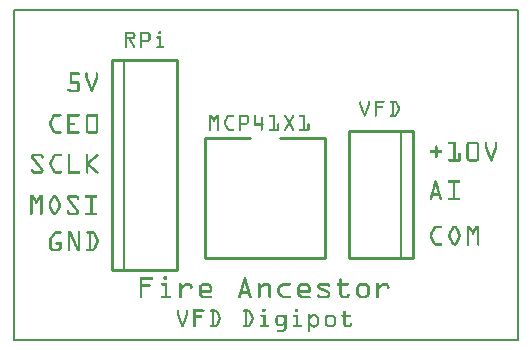
<source format=gto>
G04 MADE WITH FRITZING*
G04 WWW.FRITZING.ORG*
G04 DOUBLE SIDED*
G04 HOLES PLATED*
G04 CONTOUR ON CENTER OF CONTOUR VECTOR*
%ASAXBY*%
%FSLAX23Y23*%
%MOIN*%
%OFA0B0*%
%SFA1.0B1.0*%
%ADD10R,1.689820X1.110830X1.673820X1.094830*%
%ADD11C,0.008000*%
%ADD12C,0.010000*%
%ADD13C,0.005000*%
%ADD14R,0.001000X0.001000*%
%LNSILK1*%
G90*
G70*
G54D11*
X4Y1107D02*
X1686Y1107D01*
X1686Y4D01*
X4Y4D01*
X4Y1107D01*
D02*
G54D12*
X640Y679D02*
X640Y279D01*
D02*
X640Y279D02*
X1040Y279D01*
D02*
X1040Y279D02*
X1040Y679D01*
D02*
X640Y679D02*
X790Y679D01*
D02*
X890Y679D02*
X1040Y679D01*
D02*
X1120Y703D02*
X1120Y280D01*
D02*
X1120Y280D02*
X1336Y280D01*
D02*
X1336Y280D02*
X1336Y703D01*
D02*
X1336Y703D02*
X1120Y703D01*
G54D13*
D02*
X1296Y280D02*
X1296Y703D01*
G54D12*
D02*
X548Y240D02*
X548Y939D01*
D02*
X548Y939D02*
X332Y939D01*
D02*
X332Y939D02*
X332Y240D01*
D02*
X332Y240D02*
X548Y240D01*
G54D13*
D02*
X372Y939D02*
X372Y240D01*
G54D14*
X488Y1035D02*
X493Y1035D01*
X487Y1034D02*
X494Y1034D01*
X486Y1033D02*
X495Y1033D01*
X375Y1032D02*
X400Y1032D01*
X425Y1032D02*
X451Y1032D01*
X486Y1032D02*
X495Y1032D01*
X375Y1031D02*
X403Y1031D01*
X425Y1031D02*
X453Y1031D01*
X486Y1031D02*
X495Y1031D01*
X375Y1030D02*
X404Y1030D01*
X425Y1030D02*
X455Y1030D01*
X486Y1030D02*
X495Y1030D01*
X375Y1029D02*
X406Y1029D01*
X425Y1029D02*
X456Y1029D01*
X486Y1029D02*
X495Y1029D01*
X375Y1028D02*
X406Y1028D01*
X425Y1028D02*
X457Y1028D01*
X486Y1028D02*
X495Y1028D01*
X375Y1027D02*
X407Y1027D01*
X425Y1027D02*
X457Y1027D01*
X486Y1027D02*
X495Y1027D01*
X375Y1026D02*
X408Y1026D01*
X425Y1026D02*
X458Y1026D01*
X487Y1026D02*
X494Y1026D01*
X375Y1025D02*
X381Y1025D01*
X400Y1025D02*
X408Y1025D01*
X425Y1025D02*
X431Y1025D01*
X450Y1025D02*
X458Y1025D01*
X375Y1024D02*
X381Y1024D01*
X402Y1024D02*
X408Y1024D01*
X425Y1024D02*
X431Y1024D01*
X452Y1024D02*
X459Y1024D01*
X375Y1023D02*
X381Y1023D01*
X402Y1023D02*
X408Y1023D01*
X425Y1023D02*
X431Y1023D01*
X452Y1023D02*
X459Y1023D01*
X375Y1022D02*
X381Y1022D01*
X403Y1022D02*
X409Y1022D01*
X425Y1022D02*
X431Y1022D01*
X453Y1022D02*
X459Y1022D01*
X375Y1021D02*
X381Y1021D01*
X403Y1021D02*
X409Y1021D01*
X425Y1021D02*
X431Y1021D01*
X453Y1021D02*
X459Y1021D01*
X375Y1020D02*
X381Y1020D01*
X403Y1020D02*
X409Y1020D01*
X425Y1020D02*
X431Y1020D01*
X453Y1020D02*
X459Y1020D01*
X375Y1019D02*
X381Y1019D01*
X403Y1019D02*
X409Y1019D01*
X425Y1019D02*
X431Y1019D01*
X453Y1019D02*
X459Y1019D01*
X375Y1018D02*
X381Y1018D01*
X403Y1018D02*
X409Y1018D01*
X425Y1018D02*
X431Y1018D01*
X453Y1018D02*
X459Y1018D01*
X375Y1017D02*
X381Y1017D01*
X402Y1017D02*
X408Y1017D01*
X425Y1017D02*
X431Y1017D01*
X453Y1017D02*
X459Y1017D01*
X481Y1017D02*
X493Y1017D01*
X375Y1016D02*
X381Y1016D01*
X402Y1016D02*
X408Y1016D01*
X425Y1016D02*
X431Y1016D01*
X453Y1016D02*
X459Y1016D01*
X479Y1016D02*
X494Y1016D01*
X375Y1015D02*
X381Y1015D01*
X400Y1015D02*
X408Y1015D01*
X425Y1015D02*
X431Y1015D01*
X453Y1015D02*
X459Y1015D01*
X479Y1015D02*
X495Y1015D01*
X375Y1014D02*
X408Y1014D01*
X425Y1014D02*
X431Y1014D01*
X453Y1014D02*
X459Y1014D01*
X479Y1014D02*
X495Y1014D01*
X375Y1013D02*
X407Y1013D01*
X425Y1013D02*
X431Y1013D01*
X453Y1013D02*
X459Y1013D01*
X479Y1013D02*
X495Y1013D01*
X375Y1012D02*
X407Y1012D01*
X425Y1012D02*
X431Y1012D01*
X453Y1012D02*
X459Y1012D01*
X480Y1012D02*
X495Y1012D01*
X375Y1011D02*
X406Y1011D01*
X425Y1011D02*
X431Y1011D01*
X453Y1011D02*
X459Y1011D01*
X481Y1011D02*
X495Y1011D01*
X375Y1010D02*
X405Y1010D01*
X425Y1010D02*
X431Y1010D01*
X453Y1010D02*
X459Y1010D01*
X489Y1010D02*
X495Y1010D01*
X375Y1009D02*
X403Y1009D01*
X425Y1009D02*
X431Y1009D01*
X453Y1009D02*
X459Y1009D01*
X489Y1009D02*
X495Y1009D01*
X375Y1008D02*
X401Y1008D01*
X425Y1008D02*
X431Y1008D01*
X452Y1008D02*
X459Y1008D01*
X489Y1008D02*
X495Y1008D01*
X375Y1007D02*
X381Y1007D01*
X387Y1007D02*
X394Y1007D01*
X425Y1007D02*
X431Y1007D01*
X452Y1007D02*
X459Y1007D01*
X489Y1007D02*
X495Y1007D01*
X375Y1006D02*
X381Y1006D01*
X388Y1006D02*
X395Y1006D01*
X425Y1006D02*
X431Y1006D01*
X450Y1006D02*
X458Y1006D01*
X489Y1006D02*
X495Y1006D01*
X375Y1005D02*
X381Y1005D01*
X388Y1005D02*
X396Y1005D01*
X425Y1005D02*
X458Y1005D01*
X489Y1005D02*
X495Y1005D01*
X375Y1004D02*
X381Y1004D01*
X389Y1004D02*
X396Y1004D01*
X425Y1004D02*
X457Y1004D01*
X489Y1004D02*
X495Y1004D01*
X375Y1003D02*
X381Y1003D01*
X389Y1003D02*
X397Y1003D01*
X425Y1003D02*
X457Y1003D01*
X489Y1003D02*
X495Y1003D01*
X375Y1002D02*
X381Y1002D01*
X390Y1002D02*
X397Y1002D01*
X425Y1002D02*
X456Y1002D01*
X489Y1002D02*
X495Y1002D01*
X375Y1001D02*
X381Y1001D01*
X391Y1001D02*
X398Y1001D01*
X425Y1001D02*
X455Y1001D01*
X489Y1001D02*
X495Y1001D01*
X375Y1000D02*
X381Y1000D01*
X391Y1000D02*
X398Y1000D01*
X425Y1000D02*
X453Y1000D01*
X489Y1000D02*
X495Y1000D01*
X375Y999D02*
X381Y999D01*
X392Y999D02*
X399Y999D01*
X425Y999D02*
X450Y999D01*
X489Y999D02*
X495Y999D01*
X375Y998D02*
X381Y998D01*
X392Y998D02*
X400Y998D01*
X425Y998D02*
X431Y998D01*
X489Y998D02*
X495Y998D01*
X375Y997D02*
X381Y997D01*
X393Y997D02*
X400Y997D01*
X425Y997D02*
X431Y997D01*
X489Y997D02*
X495Y997D01*
X375Y996D02*
X381Y996D01*
X394Y996D02*
X401Y996D01*
X425Y996D02*
X431Y996D01*
X489Y996D02*
X495Y996D01*
X375Y995D02*
X381Y995D01*
X394Y995D02*
X401Y995D01*
X425Y995D02*
X431Y995D01*
X489Y995D02*
X495Y995D01*
X375Y994D02*
X381Y994D01*
X395Y994D02*
X402Y994D01*
X425Y994D02*
X431Y994D01*
X489Y994D02*
X495Y994D01*
X375Y993D02*
X381Y993D01*
X395Y993D02*
X403Y993D01*
X425Y993D02*
X431Y993D01*
X489Y993D02*
X495Y993D01*
X375Y992D02*
X381Y992D01*
X396Y992D02*
X403Y992D01*
X425Y992D02*
X431Y992D01*
X489Y992D02*
X495Y992D01*
X375Y991D02*
X381Y991D01*
X397Y991D02*
X404Y991D01*
X425Y991D02*
X431Y991D01*
X489Y991D02*
X495Y991D01*
X375Y990D02*
X381Y990D01*
X397Y990D02*
X404Y990D01*
X425Y990D02*
X431Y990D01*
X489Y990D02*
X495Y990D01*
X375Y989D02*
X381Y989D01*
X398Y989D02*
X405Y989D01*
X425Y989D02*
X431Y989D01*
X489Y989D02*
X495Y989D01*
X375Y988D02*
X381Y988D01*
X398Y988D02*
X405Y988D01*
X425Y988D02*
X431Y988D01*
X489Y988D02*
X495Y988D01*
X375Y987D02*
X381Y987D01*
X399Y987D02*
X406Y987D01*
X425Y987D02*
X431Y987D01*
X489Y987D02*
X495Y987D01*
X375Y986D02*
X381Y986D01*
X399Y986D02*
X407Y986D01*
X425Y986D02*
X431Y986D01*
X489Y986D02*
X495Y986D01*
X375Y985D02*
X381Y985D01*
X400Y985D02*
X407Y985D01*
X425Y985D02*
X431Y985D01*
X481Y985D02*
X503Y985D01*
X375Y984D02*
X381Y984D01*
X401Y984D02*
X408Y984D01*
X425Y984D02*
X431Y984D01*
X480Y984D02*
X504Y984D01*
X375Y983D02*
X381Y983D01*
X401Y983D02*
X408Y983D01*
X425Y983D02*
X431Y983D01*
X479Y983D02*
X505Y983D01*
X375Y982D02*
X381Y982D01*
X402Y982D02*
X409Y982D01*
X425Y982D02*
X431Y982D01*
X479Y982D02*
X505Y982D01*
X375Y981D02*
X381Y981D01*
X402Y981D02*
X408Y981D01*
X425Y981D02*
X431Y981D01*
X479Y981D02*
X505Y981D01*
X375Y980D02*
X381Y980D01*
X403Y980D02*
X408Y980D01*
X426Y980D02*
X431Y980D01*
X479Y980D02*
X505Y980D01*
X376Y979D02*
X380Y979D01*
X404Y979D02*
X407Y979D01*
X427Y979D02*
X430Y979D01*
X480Y979D02*
X504Y979D01*
X191Y897D02*
X221Y897D01*
X246Y897D02*
X248Y897D01*
X279Y897D02*
X282Y897D01*
X191Y896D02*
X222Y896D01*
X244Y896D02*
X250Y896D01*
X278Y896D02*
X283Y896D01*
X191Y895D02*
X223Y895D01*
X244Y895D02*
X250Y895D01*
X277Y895D02*
X284Y895D01*
X191Y894D02*
X223Y894D01*
X243Y894D02*
X251Y894D01*
X277Y894D02*
X284Y894D01*
X191Y893D02*
X223Y893D01*
X243Y893D02*
X251Y893D01*
X277Y893D02*
X284Y893D01*
X191Y892D02*
X223Y892D01*
X243Y892D02*
X251Y892D01*
X277Y892D02*
X284Y892D01*
X191Y891D02*
X223Y891D01*
X243Y891D02*
X251Y891D01*
X277Y891D02*
X284Y891D01*
X191Y890D02*
X222Y890D01*
X243Y890D02*
X251Y890D01*
X277Y890D02*
X284Y890D01*
X191Y889D02*
X219Y889D01*
X243Y889D02*
X251Y889D01*
X277Y889D02*
X284Y889D01*
X191Y888D02*
X198Y888D01*
X243Y888D02*
X251Y888D01*
X277Y888D02*
X284Y888D01*
X191Y887D02*
X198Y887D01*
X243Y887D02*
X251Y887D01*
X277Y887D02*
X284Y887D01*
X191Y886D02*
X198Y886D01*
X243Y886D02*
X251Y886D01*
X277Y886D02*
X284Y886D01*
X191Y885D02*
X198Y885D01*
X243Y885D02*
X251Y885D01*
X277Y885D02*
X284Y885D01*
X191Y884D02*
X198Y884D01*
X243Y884D02*
X251Y884D01*
X277Y884D02*
X284Y884D01*
X191Y883D02*
X198Y883D01*
X243Y883D02*
X251Y883D01*
X277Y883D02*
X284Y883D01*
X191Y882D02*
X198Y882D01*
X243Y882D02*
X251Y882D01*
X277Y882D02*
X284Y882D01*
X191Y881D02*
X198Y881D01*
X243Y881D02*
X251Y881D01*
X277Y881D02*
X284Y881D01*
X191Y880D02*
X198Y880D01*
X243Y880D02*
X251Y880D01*
X277Y880D02*
X284Y880D01*
X191Y879D02*
X198Y879D01*
X243Y879D02*
X251Y879D01*
X277Y879D02*
X284Y879D01*
X191Y878D02*
X198Y878D01*
X243Y878D02*
X252Y878D01*
X276Y878D02*
X284Y878D01*
X191Y877D02*
X198Y877D01*
X244Y877D02*
X252Y877D01*
X276Y877D02*
X284Y877D01*
X191Y876D02*
X198Y876D01*
X244Y876D02*
X252Y876D01*
X275Y876D02*
X284Y876D01*
X191Y875D02*
X198Y875D01*
X244Y875D02*
X253Y875D01*
X275Y875D02*
X283Y875D01*
X191Y874D02*
X198Y874D01*
X245Y874D02*
X253Y874D01*
X275Y874D02*
X283Y874D01*
X191Y873D02*
X198Y873D01*
X245Y873D02*
X253Y873D01*
X274Y873D02*
X282Y873D01*
X191Y872D02*
X198Y872D01*
X246Y872D02*
X254Y872D01*
X274Y872D02*
X282Y872D01*
X191Y871D02*
X198Y871D01*
X246Y871D02*
X254Y871D01*
X273Y871D02*
X282Y871D01*
X191Y870D02*
X198Y870D01*
X246Y870D02*
X255Y870D01*
X273Y870D02*
X281Y870D01*
X191Y869D02*
X199Y869D01*
X247Y869D02*
X255Y869D01*
X273Y869D02*
X281Y869D01*
X191Y868D02*
X218Y868D01*
X247Y868D02*
X255Y868D01*
X272Y868D02*
X280Y868D01*
X191Y867D02*
X220Y867D01*
X248Y867D02*
X256Y867D01*
X272Y867D02*
X280Y867D01*
X191Y866D02*
X221Y866D01*
X248Y866D02*
X256Y866D01*
X271Y866D02*
X280Y866D01*
X191Y865D02*
X222Y865D01*
X248Y865D02*
X257Y865D01*
X271Y865D02*
X279Y865D01*
X191Y864D02*
X222Y864D01*
X249Y864D02*
X257Y864D01*
X271Y864D02*
X279Y864D01*
X191Y863D02*
X223Y863D01*
X249Y863D02*
X257Y863D01*
X270Y863D02*
X278Y863D01*
X191Y862D02*
X223Y862D01*
X250Y862D02*
X258Y862D01*
X270Y862D02*
X278Y862D01*
X191Y861D02*
X223Y861D01*
X250Y861D02*
X258Y861D01*
X269Y861D02*
X278Y861D01*
X216Y860D02*
X223Y860D01*
X250Y860D02*
X259Y860D01*
X269Y860D02*
X277Y860D01*
X216Y859D02*
X223Y859D01*
X251Y859D02*
X259Y859D01*
X269Y859D02*
X277Y859D01*
X216Y858D02*
X223Y858D01*
X251Y858D02*
X259Y858D01*
X268Y858D02*
X276Y858D01*
X216Y857D02*
X223Y857D01*
X251Y857D02*
X260Y857D01*
X268Y857D02*
X276Y857D01*
X216Y856D02*
X223Y856D01*
X252Y856D02*
X260Y856D01*
X268Y856D02*
X276Y856D01*
X216Y855D02*
X223Y855D01*
X252Y855D02*
X261Y855D01*
X267Y855D02*
X275Y855D01*
X216Y854D02*
X223Y854D01*
X253Y854D02*
X261Y854D01*
X267Y854D02*
X275Y854D01*
X216Y853D02*
X223Y853D01*
X253Y853D02*
X261Y853D01*
X266Y853D02*
X275Y853D01*
X216Y852D02*
X223Y852D01*
X253Y852D02*
X262Y852D01*
X266Y852D02*
X274Y852D01*
X216Y851D02*
X223Y851D01*
X254Y851D02*
X262Y851D01*
X266Y851D02*
X274Y851D01*
X216Y850D02*
X223Y850D01*
X254Y850D02*
X262Y850D01*
X265Y850D02*
X273Y850D01*
X216Y849D02*
X223Y849D01*
X255Y849D02*
X263Y849D01*
X265Y849D02*
X273Y849D01*
X216Y848D02*
X223Y848D01*
X255Y848D02*
X273Y848D01*
X216Y847D02*
X223Y847D01*
X255Y847D02*
X272Y847D01*
X216Y846D02*
X223Y846D01*
X256Y846D02*
X272Y846D01*
X216Y845D02*
X223Y845D01*
X256Y845D02*
X271Y845D01*
X216Y844D02*
X223Y844D01*
X257Y844D02*
X271Y844D01*
X184Y843D02*
X188Y843D01*
X216Y843D02*
X223Y843D01*
X257Y843D02*
X271Y843D01*
X183Y842D02*
X191Y842D01*
X216Y842D02*
X223Y842D01*
X257Y842D02*
X270Y842D01*
X183Y841D02*
X193Y841D01*
X216Y841D02*
X223Y841D01*
X258Y841D02*
X270Y841D01*
X182Y840D02*
X223Y840D01*
X258Y840D02*
X269Y840D01*
X182Y839D02*
X223Y839D01*
X258Y839D02*
X269Y839D01*
X183Y838D02*
X223Y838D01*
X259Y838D02*
X269Y838D01*
X183Y837D02*
X223Y837D01*
X259Y837D02*
X268Y837D01*
X184Y836D02*
X222Y836D01*
X260Y836D02*
X268Y836D01*
X186Y835D02*
X221Y835D01*
X260Y835D02*
X268Y835D01*
X188Y834D02*
X220Y834D01*
X261Y834D02*
X267Y834D01*
X190Y833D02*
X219Y833D01*
X261Y833D02*
X266Y833D01*
X194Y832D02*
X217Y832D01*
X263Y832D02*
X265Y832D01*
X1158Y803D02*
X1161Y803D01*
X1185Y803D02*
X1189Y803D01*
X1207Y803D02*
X1239Y803D01*
X1258Y803D02*
X1276Y803D01*
X1157Y802D02*
X1162Y802D01*
X1184Y802D02*
X1189Y802D01*
X1207Y802D02*
X1240Y802D01*
X1257Y802D02*
X1278Y802D01*
X1157Y801D02*
X1162Y801D01*
X1184Y801D02*
X1190Y801D01*
X1207Y801D02*
X1240Y801D01*
X1257Y801D02*
X1279Y801D01*
X1156Y800D02*
X1162Y800D01*
X1184Y800D02*
X1190Y800D01*
X1207Y800D02*
X1240Y800D01*
X1257Y800D02*
X1280Y800D01*
X1156Y799D02*
X1162Y799D01*
X1184Y799D02*
X1190Y799D01*
X1207Y799D02*
X1240Y799D01*
X1257Y799D02*
X1281Y799D01*
X1156Y798D02*
X1162Y798D01*
X1184Y798D02*
X1190Y798D01*
X1207Y798D02*
X1239Y798D01*
X1258Y798D02*
X1282Y798D01*
X1156Y797D02*
X1162Y797D01*
X1184Y797D02*
X1190Y797D01*
X1207Y797D02*
X1237Y797D01*
X1259Y797D02*
X1282Y797D01*
X1156Y796D02*
X1162Y796D01*
X1184Y796D02*
X1190Y796D01*
X1207Y796D02*
X1213Y796D01*
X1264Y796D02*
X1270Y796D01*
X1275Y796D02*
X1283Y796D01*
X1156Y795D02*
X1162Y795D01*
X1184Y795D02*
X1190Y795D01*
X1207Y795D02*
X1213Y795D01*
X1264Y795D02*
X1270Y795D01*
X1276Y795D02*
X1283Y795D01*
X1156Y794D02*
X1162Y794D01*
X1184Y794D02*
X1190Y794D01*
X1207Y794D02*
X1213Y794D01*
X1264Y794D02*
X1270Y794D01*
X1277Y794D02*
X1284Y794D01*
X1156Y793D02*
X1162Y793D01*
X1184Y793D02*
X1190Y793D01*
X1207Y793D02*
X1213Y793D01*
X1264Y793D02*
X1270Y793D01*
X1277Y793D02*
X1284Y793D01*
X1156Y792D02*
X1162Y792D01*
X1184Y792D02*
X1190Y792D01*
X1207Y792D02*
X1213Y792D01*
X1264Y792D02*
X1270Y792D01*
X1278Y792D02*
X1285Y792D01*
X1156Y791D02*
X1162Y791D01*
X1184Y791D02*
X1190Y791D01*
X1207Y791D02*
X1213Y791D01*
X1264Y791D02*
X1270Y791D01*
X1278Y791D02*
X1285Y791D01*
X1156Y790D02*
X1162Y790D01*
X1184Y790D02*
X1190Y790D01*
X1207Y790D02*
X1213Y790D01*
X1264Y790D02*
X1270Y790D01*
X1279Y790D02*
X1286Y790D01*
X1156Y789D02*
X1163Y789D01*
X1184Y789D02*
X1190Y789D01*
X1207Y789D02*
X1213Y789D01*
X1264Y789D02*
X1270Y789D01*
X1279Y789D02*
X1286Y789D01*
X1156Y788D02*
X1163Y788D01*
X1183Y788D02*
X1190Y788D01*
X1207Y788D02*
X1213Y788D01*
X1264Y788D02*
X1270Y788D01*
X1280Y788D02*
X1287Y788D01*
X1157Y787D02*
X1163Y787D01*
X1183Y787D02*
X1190Y787D01*
X1207Y787D02*
X1213Y787D01*
X1264Y787D02*
X1270Y787D01*
X1280Y787D02*
X1287Y787D01*
X1157Y786D02*
X1164Y786D01*
X1183Y786D02*
X1189Y786D01*
X1207Y786D02*
X1231Y786D01*
X1264Y786D02*
X1270Y786D01*
X1281Y786D02*
X1288Y786D01*
X1157Y785D02*
X1164Y785D01*
X1182Y785D02*
X1189Y785D01*
X1207Y785D02*
X1232Y785D01*
X1264Y785D02*
X1270Y785D01*
X1281Y785D02*
X1288Y785D01*
X1158Y784D02*
X1164Y784D01*
X1182Y784D02*
X1188Y784D01*
X1207Y784D02*
X1233Y784D01*
X1264Y784D02*
X1270Y784D01*
X1282Y784D02*
X1289Y784D01*
X1158Y783D02*
X1165Y783D01*
X1182Y783D02*
X1188Y783D01*
X1207Y783D02*
X1233Y783D01*
X1264Y783D02*
X1270Y783D01*
X1282Y783D02*
X1289Y783D01*
X1159Y782D02*
X1165Y782D01*
X1181Y782D02*
X1188Y782D01*
X1207Y782D02*
X1233Y782D01*
X1264Y782D02*
X1270Y782D01*
X1283Y782D02*
X1289Y782D01*
X1159Y781D02*
X1166Y781D01*
X1181Y781D02*
X1187Y781D01*
X1207Y781D02*
X1233Y781D01*
X1264Y781D02*
X1270Y781D01*
X1283Y781D02*
X1290Y781D01*
X1159Y780D02*
X1166Y780D01*
X1180Y780D02*
X1187Y780D01*
X1207Y780D02*
X1232Y780D01*
X1264Y780D02*
X1270Y780D01*
X1284Y780D02*
X1290Y780D01*
X1160Y779D02*
X1166Y779D01*
X1180Y779D02*
X1186Y779D01*
X1207Y779D02*
X1213Y779D01*
X1264Y779D02*
X1270Y779D01*
X1284Y779D02*
X1290Y779D01*
X1160Y778D02*
X1167Y778D01*
X1180Y778D02*
X1186Y778D01*
X1207Y778D02*
X1213Y778D01*
X1264Y778D02*
X1270Y778D01*
X1284Y778D02*
X1290Y778D01*
X1161Y777D02*
X1167Y777D01*
X1179Y777D02*
X1186Y777D01*
X1207Y777D02*
X1213Y777D01*
X1264Y777D02*
X1270Y777D01*
X1284Y777D02*
X1290Y777D01*
X1161Y776D02*
X1168Y776D01*
X1179Y776D02*
X1185Y776D01*
X1207Y776D02*
X1213Y776D01*
X1264Y776D02*
X1270Y776D01*
X1284Y776D02*
X1290Y776D01*
X1161Y775D02*
X1168Y775D01*
X1178Y775D02*
X1185Y775D01*
X1207Y775D02*
X1213Y775D01*
X1264Y775D02*
X1270Y775D01*
X1284Y775D02*
X1290Y775D01*
X1162Y774D02*
X1168Y774D01*
X1178Y774D02*
X1185Y774D01*
X1207Y774D02*
X1213Y774D01*
X1264Y774D02*
X1270Y774D01*
X1284Y774D02*
X1290Y774D01*
X1162Y773D02*
X1169Y773D01*
X1178Y773D02*
X1184Y773D01*
X1207Y773D02*
X1213Y773D01*
X1264Y773D02*
X1270Y773D01*
X1283Y773D02*
X1290Y773D01*
X1163Y772D02*
X1169Y772D01*
X1177Y772D02*
X1184Y772D01*
X1207Y772D02*
X1213Y772D01*
X1264Y772D02*
X1270Y772D01*
X1283Y772D02*
X1289Y772D01*
X1163Y771D02*
X1170Y771D01*
X1177Y771D02*
X1183Y771D01*
X1207Y771D02*
X1213Y771D01*
X1264Y771D02*
X1270Y771D01*
X1282Y771D02*
X1289Y771D01*
X1163Y770D02*
X1170Y770D01*
X1176Y770D02*
X1183Y770D01*
X1207Y770D02*
X1213Y770D01*
X1264Y770D02*
X1270Y770D01*
X1282Y770D02*
X1289Y770D01*
X1164Y769D02*
X1170Y769D01*
X1176Y769D02*
X1183Y769D01*
X1207Y769D02*
X1213Y769D01*
X1264Y769D02*
X1270Y769D01*
X1281Y769D02*
X1288Y769D01*
X1164Y768D02*
X1171Y768D01*
X1176Y768D02*
X1182Y768D01*
X1207Y768D02*
X1213Y768D01*
X1264Y768D02*
X1270Y768D01*
X1281Y768D02*
X1288Y768D01*
X1164Y767D02*
X1171Y767D01*
X1175Y767D02*
X1182Y767D01*
X1207Y767D02*
X1213Y767D01*
X1264Y767D02*
X1270Y767D01*
X1280Y767D02*
X1287Y767D01*
X1165Y766D02*
X1171Y766D01*
X1175Y766D02*
X1181Y766D01*
X1207Y766D02*
X1213Y766D01*
X1264Y766D02*
X1270Y766D01*
X1280Y766D02*
X1287Y766D01*
X1165Y765D02*
X1172Y765D01*
X1174Y765D02*
X1181Y765D01*
X1207Y765D02*
X1213Y765D01*
X1264Y765D02*
X1270Y765D01*
X1279Y765D02*
X1286Y765D01*
X1166Y764D02*
X1172Y764D01*
X1174Y764D02*
X1181Y764D01*
X1207Y764D02*
X1213Y764D01*
X1264Y764D02*
X1270Y764D01*
X1279Y764D02*
X1286Y764D01*
X1166Y763D02*
X1180Y763D01*
X1207Y763D02*
X1213Y763D01*
X1264Y763D02*
X1270Y763D01*
X1278Y763D02*
X1285Y763D01*
X1166Y762D02*
X1180Y762D01*
X1207Y762D02*
X1213Y762D01*
X1264Y762D02*
X1270Y762D01*
X1278Y762D02*
X1285Y762D01*
X1167Y761D02*
X1179Y761D01*
X1207Y761D02*
X1213Y761D01*
X1264Y761D02*
X1270Y761D01*
X1277Y761D02*
X1284Y761D01*
X1167Y760D02*
X1179Y760D01*
X1207Y760D02*
X1213Y760D01*
X1264Y760D02*
X1270Y760D01*
X1277Y760D02*
X1284Y760D01*
X140Y759D02*
X161Y759D01*
X183Y759D02*
X222Y759D01*
X250Y759D02*
X280Y759D01*
X1168Y759D02*
X1179Y759D01*
X1207Y759D02*
X1213Y759D01*
X1264Y759D02*
X1270Y759D01*
X1276Y759D02*
X1283Y759D01*
X138Y758D02*
X162Y758D01*
X183Y758D02*
X223Y758D01*
X248Y758D02*
X282Y758D01*
X1168Y758D02*
X1178Y758D01*
X1207Y758D02*
X1213Y758D01*
X1264Y758D02*
X1270Y758D01*
X1276Y758D02*
X1283Y758D01*
X136Y757D02*
X162Y757D01*
X183Y757D02*
X224Y757D01*
X247Y757D02*
X283Y757D01*
X1168Y757D02*
X1178Y757D01*
X1207Y757D02*
X1213Y757D01*
X1263Y757D02*
X1270Y757D01*
X1274Y757D02*
X1282Y757D01*
X135Y756D02*
X163Y756D01*
X183Y756D02*
X224Y756D01*
X246Y756D02*
X284Y756D01*
X654Y756D02*
X662Y756D01*
X679Y756D02*
X688Y756D01*
X719Y756D02*
X736Y756D01*
X754Y756D02*
X781Y756D01*
X808Y756D02*
X811Y756D01*
X856Y756D02*
X875Y756D01*
X907Y756D02*
X910Y756D01*
X934Y756D02*
X937Y756D01*
X957Y756D02*
X975Y756D01*
X1169Y756D02*
X1178Y756D01*
X1207Y756D02*
X1213Y756D01*
X1258Y756D02*
X1282Y756D01*
X134Y755D02*
X163Y755D01*
X183Y755D02*
X224Y755D01*
X245Y755D02*
X284Y755D01*
X654Y755D02*
X663Y755D01*
X679Y755D02*
X688Y755D01*
X717Y755D02*
X737Y755D01*
X754Y755D02*
X783Y755D01*
X807Y755D02*
X812Y755D01*
X855Y755D02*
X875Y755D01*
X906Y755D02*
X911Y755D01*
X933Y755D02*
X938Y755D01*
X956Y755D02*
X975Y755D01*
X1169Y755D02*
X1177Y755D01*
X1207Y755D02*
X1213Y755D01*
X1257Y755D02*
X1281Y755D01*
X133Y754D02*
X163Y754D01*
X183Y754D02*
X224Y754D01*
X245Y754D02*
X285Y754D01*
X654Y754D02*
X664Y754D01*
X678Y754D02*
X688Y754D01*
X715Y754D02*
X738Y754D01*
X754Y754D02*
X784Y754D01*
X806Y754D02*
X812Y754D01*
X855Y754D02*
X875Y754D01*
X905Y754D02*
X911Y754D01*
X932Y754D02*
X938Y754D01*
X955Y754D02*
X975Y754D01*
X1170Y754D02*
X1177Y754D01*
X1207Y754D02*
X1213Y754D01*
X1257Y754D02*
X1281Y754D01*
X133Y753D02*
X162Y753D01*
X183Y753D02*
X223Y753D01*
X244Y753D02*
X285Y753D01*
X654Y753D02*
X664Y753D01*
X677Y753D02*
X688Y753D01*
X714Y753D02*
X738Y753D01*
X754Y753D02*
X785Y753D01*
X806Y753D02*
X812Y753D01*
X855Y753D02*
X875Y753D01*
X905Y753D02*
X912Y753D01*
X932Y753D02*
X939Y753D01*
X955Y753D02*
X975Y753D01*
X1170Y753D02*
X1176Y753D01*
X1207Y753D02*
X1213Y753D01*
X1257Y753D02*
X1280Y753D01*
X132Y752D02*
X161Y752D01*
X183Y752D02*
X222Y752D01*
X244Y752D02*
X285Y752D01*
X654Y752D02*
X665Y752D01*
X677Y752D02*
X688Y752D01*
X714Y752D02*
X738Y752D01*
X754Y752D02*
X786Y752D01*
X806Y752D02*
X812Y752D01*
X855Y752D02*
X875Y752D01*
X905Y752D02*
X912Y752D01*
X931Y752D02*
X938Y752D01*
X955Y752D02*
X975Y752D01*
X1170Y752D02*
X1176Y752D01*
X1207Y752D02*
X1212Y752D01*
X1257Y752D02*
X1279Y752D01*
X131Y751D02*
X158Y751D01*
X183Y751D02*
X220Y751D01*
X244Y751D02*
X285Y751D01*
X654Y751D02*
X666Y751D01*
X676Y751D02*
X688Y751D01*
X713Y751D02*
X737Y751D01*
X754Y751D02*
X787Y751D01*
X806Y751D02*
X812Y751D01*
X856Y751D02*
X875Y751D01*
X906Y751D02*
X913Y751D01*
X931Y751D02*
X938Y751D01*
X956Y751D02*
X975Y751D01*
X1171Y751D02*
X1175Y751D01*
X1207Y751D02*
X1212Y751D01*
X1258Y751D02*
X1277Y751D01*
X131Y750D02*
X140Y750D01*
X183Y750D02*
X190Y750D01*
X244Y750D02*
X252Y750D01*
X278Y750D02*
X285Y750D01*
X654Y750D02*
X667Y750D01*
X675Y750D02*
X688Y750D01*
X713Y750D02*
X736Y750D01*
X754Y750D02*
X787Y750D01*
X806Y750D02*
X812Y750D01*
X828Y750D02*
X832Y750D01*
X857Y750D02*
X875Y750D01*
X906Y750D02*
X913Y750D01*
X930Y750D02*
X937Y750D01*
X957Y750D02*
X975Y750D01*
X1172Y750D02*
X1174Y750D01*
X1209Y750D02*
X1210Y750D01*
X1259Y750D02*
X1274Y750D01*
X130Y749D02*
X139Y749D01*
X183Y749D02*
X190Y749D01*
X244Y749D02*
X252Y749D01*
X278Y749D02*
X285Y749D01*
X654Y749D02*
X667Y749D01*
X674Y749D02*
X688Y749D01*
X712Y749D02*
X719Y749D01*
X754Y749D02*
X761Y749D01*
X780Y749D02*
X788Y749D01*
X806Y749D02*
X812Y749D01*
X828Y749D02*
X833Y749D01*
X869Y749D02*
X875Y749D01*
X907Y749D02*
X914Y749D01*
X930Y749D02*
X937Y749D01*
X969Y749D02*
X975Y749D01*
X130Y748D02*
X139Y748D01*
X183Y748D02*
X190Y748D01*
X244Y748D02*
X252Y748D01*
X278Y748D02*
X285Y748D01*
X654Y748D02*
X668Y748D01*
X674Y748D02*
X688Y748D01*
X712Y748D02*
X719Y748D01*
X754Y748D02*
X761Y748D01*
X781Y748D02*
X788Y748D01*
X806Y748D02*
X812Y748D01*
X827Y748D02*
X833Y748D01*
X869Y748D02*
X875Y748D01*
X907Y748D02*
X915Y748D01*
X929Y748D02*
X936Y748D01*
X969Y748D02*
X975Y748D01*
X130Y747D02*
X138Y747D01*
X183Y747D02*
X190Y747D01*
X244Y747D02*
X252Y747D01*
X278Y747D02*
X285Y747D01*
X654Y747D02*
X669Y747D01*
X673Y747D02*
X688Y747D01*
X711Y747D02*
X718Y747D01*
X754Y747D02*
X761Y747D01*
X782Y747D02*
X788Y747D01*
X806Y747D02*
X812Y747D01*
X827Y747D02*
X833Y747D01*
X869Y747D02*
X875Y747D01*
X908Y747D02*
X915Y747D01*
X928Y747D02*
X936Y747D01*
X969Y747D02*
X975Y747D01*
X129Y746D02*
X138Y746D01*
X183Y746D02*
X190Y746D01*
X244Y746D02*
X252Y746D01*
X278Y746D02*
X285Y746D01*
X654Y746D02*
X660Y746D01*
X662Y746D02*
X669Y746D01*
X672Y746D02*
X680Y746D01*
X682Y746D02*
X688Y746D01*
X711Y746D02*
X717Y746D01*
X754Y746D02*
X761Y746D01*
X782Y746D02*
X788Y746D01*
X806Y746D02*
X812Y746D01*
X827Y746D02*
X833Y746D01*
X869Y746D02*
X875Y746D01*
X909Y746D02*
X916Y746D01*
X928Y746D02*
X935Y746D01*
X969Y746D02*
X975Y746D01*
X129Y745D02*
X137Y745D01*
X183Y745D02*
X190Y745D01*
X244Y745D02*
X252Y745D01*
X278Y745D02*
X285Y745D01*
X654Y745D02*
X660Y745D01*
X662Y745D02*
X670Y745D01*
X672Y745D02*
X679Y745D01*
X682Y745D02*
X688Y745D01*
X710Y745D02*
X717Y745D01*
X754Y745D02*
X761Y745D01*
X782Y745D02*
X788Y745D01*
X806Y745D02*
X812Y745D01*
X827Y745D02*
X833Y745D01*
X869Y745D02*
X875Y745D01*
X909Y745D02*
X916Y745D01*
X927Y745D02*
X934Y745D01*
X969Y745D02*
X975Y745D01*
X128Y744D02*
X137Y744D01*
X183Y744D02*
X190Y744D01*
X244Y744D02*
X252Y744D01*
X278Y744D02*
X285Y744D01*
X654Y744D02*
X660Y744D01*
X663Y744D02*
X679Y744D01*
X682Y744D02*
X688Y744D01*
X710Y744D02*
X716Y744D01*
X754Y744D02*
X761Y744D01*
X782Y744D02*
X788Y744D01*
X806Y744D02*
X812Y744D01*
X827Y744D02*
X833Y744D01*
X869Y744D02*
X875Y744D01*
X910Y744D02*
X917Y744D01*
X927Y744D02*
X934Y744D01*
X969Y744D02*
X975Y744D01*
X128Y743D02*
X136Y743D01*
X183Y743D02*
X190Y743D01*
X244Y743D02*
X252Y743D01*
X278Y743D02*
X285Y743D01*
X654Y743D02*
X660Y743D01*
X664Y743D02*
X678Y743D01*
X682Y743D02*
X688Y743D01*
X709Y743D02*
X716Y743D01*
X754Y743D02*
X761Y743D01*
X782Y743D02*
X788Y743D01*
X806Y743D02*
X812Y743D01*
X827Y743D02*
X833Y743D01*
X869Y743D02*
X875Y743D01*
X910Y743D02*
X918Y743D01*
X926Y743D02*
X933Y743D01*
X969Y743D02*
X975Y743D01*
X127Y742D02*
X136Y742D01*
X183Y742D02*
X190Y742D01*
X244Y742D02*
X252Y742D01*
X278Y742D02*
X285Y742D01*
X654Y742D02*
X660Y742D01*
X665Y742D02*
X677Y742D01*
X682Y742D02*
X688Y742D01*
X709Y742D02*
X715Y742D01*
X754Y742D02*
X761Y742D01*
X782Y742D02*
X788Y742D01*
X806Y742D02*
X812Y742D01*
X827Y742D02*
X833Y742D01*
X869Y742D02*
X875Y742D01*
X911Y742D02*
X918Y742D01*
X925Y742D02*
X933Y742D01*
X969Y742D02*
X975Y742D01*
X127Y741D02*
X135Y741D01*
X183Y741D02*
X190Y741D01*
X244Y741D02*
X252Y741D01*
X278Y741D02*
X285Y741D01*
X654Y741D02*
X660Y741D01*
X665Y741D02*
X676Y741D01*
X682Y741D02*
X688Y741D01*
X708Y741D02*
X715Y741D01*
X754Y741D02*
X761Y741D01*
X782Y741D02*
X788Y741D01*
X806Y741D02*
X812Y741D01*
X827Y741D02*
X833Y741D01*
X869Y741D02*
X875Y741D01*
X912Y741D02*
X919Y741D01*
X925Y741D02*
X932Y741D01*
X969Y741D02*
X975Y741D01*
X126Y740D02*
X135Y740D01*
X183Y740D02*
X190Y740D01*
X244Y740D02*
X252Y740D01*
X278Y740D02*
X285Y740D01*
X654Y740D02*
X660Y740D01*
X666Y740D02*
X676Y740D01*
X682Y740D02*
X688Y740D01*
X708Y740D02*
X714Y740D01*
X754Y740D02*
X761Y740D01*
X782Y740D02*
X788Y740D01*
X806Y740D02*
X812Y740D01*
X827Y740D02*
X833Y740D01*
X869Y740D02*
X875Y740D01*
X912Y740D02*
X919Y740D01*
X924Y740D02*
X931Y740D01*
X969Y740D02*
X975Y740D01*
X126Y739D02*
X134Y739D01*
X183Y739D02*
X190Y739D01*
X244Y739D02*
X252Y739D01*
X278Y739D02*
X285Y739D01*
X654Y739D02*
X660Y739D01*
X667Y739D02*
X675Y739D01*
X682Y739D02*
X688Y739D01*
X707Y739D02*
X714Y739D01*
X754Y739D02*
X761Y739D01*
X782Y739D02*
X788Y739D01*
X806Y739D02*
X812Y739D01*
X827Y739D02*
X833Y739D01*
X869Y739D02*
X875Y739D01*
X913Y739D02*
X920Y739D01*
X924Y739D02*
X931Y739D01*
X969Y739D02*
X975Y739D01*
X125Y738D02*
X134Y738D01*
X183Y738D02*
X190Y738D01*
X244Y738D02*
X252Y738D01*
X278Y738D02*
X285Y738D01*
X654Y738D02*
X660Y738D01*
X667Y738D02*
X674Y738D01*
X682Y738D02*
X688Y738D01*
X707Y738D02*
X713Y738D01*
X754Y738D02*
X761Y738D01*
X782Y738D02*
X788Y738D01*
X806Y738D02*
X812Y738D01*
X827Y738D02*
X833Y738D01*
X869Y738D02*
X875Y738D01*
X913Y738D02*
X921Y738D01*
X923Y738D02*
X930Y738D01*
X969Y738D02*
X975Y738D01*
X125Y737D02*
X133Y737D01*
X183Y737D02*
X190Y737D01*
X244Y737D02*
X252Y737D01*
X278Y737D02*
X285Y737D01*
X654Y737D02*
X660Y737D01*
X668Y737D02*
X674Y737D01*
X682Y737D02*
X688Y737D01*
X706Y737D02*
X713Y737D01*
X754Y737D02*
X761Y737D01*
X782Y737D02*
X788Y737D01*
X806Y737D02*
X812Y737D01*
X827Y737D02*
X833Y737D01*
X869Y737D02*
X875Y737D01*
X914Y737D02*
X930Y737D01*
X969Y737D02*
X975Y737D01*
X124Y736D02*
X133Y736D01*
X183Y736D02*
X190Y736D01*
X244Y736D02*
X252Y736D01*
X278Y736D02*
X285Y736D01*
X654Y736D02*
X660Y736D01*
X668Y736D02*
X674Y736D01*
X682Y736D02*
X688Y736D01*
X706Y736D02*
X712Y736D01*
X754Y736D02*
X761Y736D01*
X782Y736D02*
X788Y736D01*
X806Y736D02*
X812Y736D01*
X827Y736D02*
X833Y736D01*
X869Y736D02*
X875Y736D01*
X914Y736D02*
X929Y736D01*
X969Y736D02*
X975Y736D01*
X124Y735D02*
X132Y735D01*
X183Y735D02*
X190Y735D01*
X244Y735D02*
X252Y735D01*
X278Y735D02*
X285Y735D01*
X654Y735D02*
X660Y735D01*
X668Y735D02*
X674Y735D01*
X682Y735D02*
X688Y735D01*
X705Y735D02*
X712Y735D01*
X754Y735D02*
X761Y735D01*
X782Y735D02*
X788Y735D01*
X806Y735D02*
X812Y735D01*
X827Y735D02*
X833Y735D01*
X869Y735D02*
X875Y735D01*
X915Y735D02*
X928Y735D01*
X969Y735D02*
X975Y735D01*
X123Y734D02*
X132Y734D01*
X183Y734D02*
X190Y734D01*
X244Y734D02*
X252Y734D01*
X278Y734D02*
X285Y734D01*
X654Y734D02*
X660Y734D01*
X668Y734D02*
X673Y734D01*
X682Y734D02*
X688Y734D01*
X705Y734D02*
X711Y734D01*
X754Y734D02*
X761Y734D01*
X782Y734D02*
X788Y734D01*
X806Y734D02*
X812Y734D01*
X827Y734D02*
X833Y734D01*
X869Y734D02*
X875Y734D01*
X916Y734D02*
X928Y734D01*
X969Y734D02*
X975Y734D01*
X123Y733D02*
X131Y733D01*
X183Y733D02*
X190Y733D01*
X244Y733D02*
X252Y733D01*
X278Y733D02*
X285Y733D01*
X654Y733D02*
X660Y733D01*
X669Y733D02*
X673Y733D01*
X682Y733D02*
X688Y733D01*
X705Y733D02*
X711Y733D01*
X754Y733D02*
X761Y733D01*
X782Y733D02*
X788Y733D01*
X806Y733D02*
X812Y733D01*
X827Y733D02*
X833Y733D01*
X869Y733D02*
X875Y733D01*
X916Y733D02*
X927Y733D01*
X969Y733D02*
X975Y733D01*
X122Y732D02*
X131Y732D01*
X183Y732D02*
X190Y732D01*
X244Y732D02*
X252Y732D01*
X278Y732D02*
X285Y732D01*
X654Y732D02*
X660Y732D01*
X682Y732D02*
X688Y732D01*
X705Y732D02*
X711Y732D01*
X754Y732D02*
X761Y732D01*
X781Y732D02*
X788Y732D01*
X806Y732D02*
X812Y732D01*
X827Y732D02*
X833Y732D01*
X869Y732D02*
X875Y732D01*
X917Y732D02*
X927Y732D01*
X969Y732D02*
X975Y732D01*
X122Y731D02*
X130Y731D01*
X183Y731D02*
X191Y731D01*
X244Y731D02*
X252Y731D01*
X278Y731D02*
X285Y731D01*
X654Y731D02*
X660Y731D01*
X682Y731D02*
X688Y731D01*
X704Y731D02*
X710Y731D01*
X754Y731D02*
X761Y731D01*
X781Y731D02*
X788Y731D01*
X806Y731D02*
X812Y731D01*
X827Y731D02*
X833Y731D01*
X869Y731D02*
X875Y731D01*
X917Y731D02*
X926Y731D01*
X969Y731D02*
X975Y731D01*
X122Y730D02*
X130Y730D01*
X183Y730D02*
X205Y730D01*
X244Y730D02*
X252Y730D01*
X278Y730D02*
X285Y730D01*
X654Y730D02*
X660Y730D01*
X682Y730D02*
X688Y730D01*
X704Y730D02*
X710Y730D01*
X754Y730D02*
X787Y730D01*
X806Y730D02*
X812Y730D01*
X827Y730D02*
X833Y730D01*
X869Y730D02*
X875Y730D01*
X918Y730D02*
X926Y730D01*
X969Y730D02*
X975Y730D01*
X122Y729D02*
X130Y729D01*
X183Y729D02*
X206Y729D01*
X244Y729D02*
X252Y729D01*
X278Y729D02*
X285Y729D01*
X654Y729D02*
X660Y729D01*
X682Y729D02*
X688Y729D01*
X704Y729D02*
X710Y729D01*
X754Y729D02*
X787Y729D01*
X806Y729D02*
X812Y729D01*
X827Y729D02*
X833Y729D01*
X869Y729D02*
X875Y729D01*
X918Y729D02*
X926Y729D01*
X969Y729D02*
X975Y729D01*
X122Y728D02*
X129Y728D01*
X183Y728D02*
X207Y728D01*
X244Y728D02*
X252Y728D01*
X278Y728D02*
X285Y728D01*
X654Y728D02*
X660Y728D01*
X682Y728D02*
X688Y728D01*
X705Y728D02*
X711Y728D01*
X754Y728D02*
X786Y728D01*
X806Y728D02*
X812Y728D01*
X827Y728D02*
X833Y728D01*
X869Y728D02*
X875Y728D01*
X917Y728D02*
X926Y728D01*
X969Y728D02*
X975Y728D01*
X122Y727D02*
X129Y727D01*
X183Y727D02*
X207Y727D01*
X244Y727D02*
X252Y727D01*
X278Y727D02*
X285Y727D01*
X654Y727D02*
X660Y727D01*
X682Y727D02*
X688Y727D01*
X705Y727D02*
X711Y727D01*
X754Y727D02*
X785Y727D01*
X806Y727D02*
X834Y727D01*
X869Y727D02*
X875Y727D01*
X885Y727D02*
X886Y727D01*
X917Y727D02*
X927Y727D01*
X969Y727D02*
X975Y727D01*
X985Y727D02*
X987Y727D01*
X122Y726D02*
X129Y726D01*
X183Y726D02*
X207Y726D01*
X244Y726D02*
X252Y726D01*
X278Y726D02*
X285Y726D01*
X654Y726D02*
X660Y726D01*
X682Y726D02*
X688Y726D01*
X705Y726D02*
X711Y726D01*
X754Y726D02*
X785Y726D01*
X806Y726D02*
X836Y726D01*
X869Y726D02*
X875Y726D01*
X883Y726D02*
X888Y726D01*
X916Y726D02*
X927Y726D01*
X969Y726D02*
X975Y726D01*
X984Y726D02*
X988Y726D01*
X122Y725D02*
X129Y725D01*
X183Y725D02*
X207Y725D01*
X244Y725D02*
X252Y725D01*
X278Y725D02*
X285Y725D01*
X654Y725D02*
X660Y725D01*
X682Y725D02*
X688Y725D01*
X705Y725D02*
X712Y725D01*
X754Y725D02*
X783Y725D01*
X806Y725D02*
X836Y725D01*
X869Y725D02*
X875Y725D01*
X883Y725D02*
X888Y725D01*
X915Y725D02*
X928Y725D01*
X969Y725D02*
X975Y725D01*
X983Y725D02*
X989Y725D01*
X122Y724D02*
X130Y724D01*
X183Y724D02*
X206Y724D01*
X244Y724D02*
X252Y724D01*
X278Y724D02*
X285Y724D01*
X654Y724D02*
X660Y724D01*
X682Y724D02*
X688Y724D01*
X705Y724D02*
X712Y724D01*
X754Y724D02*
X781Y724D01*
X806Y724D02*
X836Y724D01*
X869Y724D02*
X875Y724D01*
X882Y724D02*
X888Y724D01*
X915Y724D02*
X929Y724D01*
X969Y724D02*
X975Y724D01*
X983Y724D02*
X989Y724D01*
X122Y723D02*
X130Y723D01*
X183Y723D02*
X205Y723D01*
X244Y723D02*
X252Y723D01*
X278Y723D02*
X285Y723D01*
X654Y723D02*
X660Y723D01*
X682Y723D02*
X688Y723D01*
X706Y723D02*
X713Y723D01*
X754Y723D02*
X761Y723D01*
X806Y723D02*
X836Y723D01*
X869Y723D02*
X875Y723D01*
X882Y723D02*
X888Y723D01*
X914Y723D02*
X929Y723D01*
X969Y723D02*
X975Y723D01*
X983Y723D02*
X989Y723D01*
X122Y722D02*
X130Y722D01*
X183Y722D02*
X191Y722D01*
X244Y722D02*
X252Y722D01*
X278Y722D02*
X285Y722D01*
X654Y722D02*
X660Y722D01*
X682Y722D02*
X688Y722D01*
X706Y722D02*
X713Y722D01*
X754Y722D02*
X761Y722D01*
X806Y722D02*
X836Y722D01*
X869Y722D02*
X875Y722D01*
X882Y722D02*
X888Y722D01*
X914Y722D02*
X921Y722D01*
X923Y722D02*
X930Y722D01*
X969Y722D02*
X975Y722D01*
X983Y722D02*
X989Y722D01*
X122Y721D02*
X131Y721D01*
X183Y721D02*
X190Y721D01*
X244Y721D02*
X252Y721D01*
X278Y721D02*
X285Y721D01*
X654Y721D02*
X660Y721D01*
X682Y721D02*
X688Y721D01*
X707Y721D02*
X714Y721D01*
X754Y721D02*
X761Y721D01*
X806Y721D02*
X835Y721D01*
X869Y721D02*
X875Y721D01*
X882Y721D02*
X888Y721D01*
X913Y721D02*
X920Y721D01*
X923Y721D02*
X930Y721D01*
X969Y721D02*
X975Y721D01*
X983Y721D02*
X989Y721D01*
X123Y720D02*
X131Y720D01*
X183Y720D02*
X190Y720D01*
X244Y720D02*
X252Y720D01*
X278Y720D02*
X285Y720D01*
X654Y720D02*
X660Y720D01*
X682Y720D02*
X688Y720D01*
X707Y720D02*
X714Y720D01*
X754Y720D02*
X761Y720D01*
X827Y720D02*
X833Y720D01*
X869Y720D02*
X875Y720D01*
X882Y720D02*
X888Y720D01*
X913Y720D02*
X920Y720D01*
X924Y720D02*
X931Y720D01*
X969Y720D02*
X975Y720D01*
X983Y720D02*
X989Y720D01*
X123Y719D02*
X132Y719D01*
X183Y719D02*
X190Y719D01*
X244Y719D02*
X252Y719D01*
X278Y719D02*
X285Y719D01*
X654Y719D02*
X660Y719D01*
X682Y719D02*
X688Y719D01*
X708Y719D02*
X715Y719D01*
X754Y719D02*
X761Y719D01*
X827Y719D02*
X833Y719D01*
X869Y719D02*
X875Y719D01*
X882Y719D02*
X888Y719D01*
X912Y719D02*
X919Y719D01*
X924Y719D02*
X932Y719D01*
X969Y719D02*
X975Y719D01*
X983Y719D02*
X989Y719D01*
X124Y718D02*
X132Y718D01*
X183Y718D02*
X190Y718D01*
X244Y718D02*
X252Y718D01*
X278Y718D02*
X285Y718D01*
X654Y718D02*
X660Y718D01*
X682Y718D02*
X688Y718D01*
X708Y718D02*
X715Y718D01*
X754Y718D02*
X761Y718D01*
X827Y718D02*
X833Y718D01*
X869Y718D02*
X875Y718D01*
X882Y718D02*
X888Y718D01*
X911Y718D02*
X919Y718D01*
X925Y718D02*
X932Y718D01*
X969Y718D02*
X975Y718D01*
X983Y718D02*
X989Y718D01*
X124Y717D02*
X133Y717D01*
X183Y717D02*
X190Y717D01*
X244Y717D02*
X252Y717D01*
X278Y717D02*
X285Y717D01*
X654Y717D02*
X660Y717D01*
X682Y717D02*
X688Y717D01*
X709Y717D02*
X716Y717D01*
X754Y717D02*
X761Y717D01*
X827Y717D02*
X833Y717D01*
X869Y717D02*
X875Y717D01*
X882Y717D02*
X888Y717D01*
X911Y717D02*
X918Y717D01*
X926Y717D02*
X933Y717D01*
X969Y717D02*
X975Y717D01*
X983Y717D02*
X989Y717D01*
X125Y716D02*
X133Y716D01*
X183Y716D02*
X190Y716D01*
X244Y716D02*
X252Y716D01*
X278Y716D02*
X285Y716D01*
X654Y716D02*
X660Y716D01*
X682Y716D02*
X688Y716D01*
X709Y716D02*
X716Y716D01*
X754Y716D02*
X761Y716D01*
X827Y716D02*
X833Y716D01*
X869Y716D02*
X875Y716D01*
X882Y716D02*
X888Y716D01*
X910Y716D02*
X917Y716D01*
X926Y716D02*
X933Y716D01*
X969Y716D02*
X975Y716D01*
X983Y716D02*
X989Y716D01*
X125Y715D02*
X134Y715D01*
X183Y715D02*
X190Y715D01*
X244Y715D02*
X252Y715D01*
X278Y715D02*
X285Y715D01*
X654Y715D02*
X660Y715D01*
X682Y715D02*
X688Y715D01*
X710Y715D02*
X717Y715D01*
X754Y715D02*
X761Y715D01*
X827Y715D02*
X833Y715D01*
X869Y715D02*
X875Y715D01*
X882Y715D02*
X888Y715D01*
X910Y715D02*
X917Y715D01*
X927Y715D02*
X934Y715D01*
X969Y715D02*
X975Y715D01*
X983Y715D02*
X989Y715D01*
X126Y714D02*
X134Y714D01*
X183Y714D02*
X190Y714D01*
X244Y714D02*
X252Y714D01*
X278Y714D02*
X285Y714D01*
X654Y714D02*
X660Y714D01*
X682Y714D02*
X688Y714D01*
X710Y714D02*
X717Y714D01*
X754Y714D02*
X761Y714D01*
X827Y714D02*
X833Y714D01*
X869Y714D02*
X875Y714D01*
X882Y714D02*
X888Y714D01*
X909Y714D02*
X916Y714D01*
X927Y714D02*
X935Y714D01*
X969Y714D02*
X975Y714D01*
X983Y714D02*
X989Y714D01*
X126Y713D02*
X135Y713D01*
X183Y713D02*
X190Y713D01*
X244Y713D02*
X252Y713D01*
X278Y713D02*
X285Y713D01*
X654Y713D02*
X660Y713D01*
X682Y713D02*
X688Y713D01*
X711Y713D02*
X718Y713D01*
X754Y713D02*
X761Y713D01*
X827Y713D02*
X833Y713D01*
X869Y713D02*
X875Y713D01*
X882Y713D02*
X888Y713D01*
X908Y713D02*
X916Y713D01*
X928Y713D02*
X935Y713D01*
X969Y713D02*
X975Y713D01*
X983Y713D02*
X989Y713D01*
X127Y712D02*
X135Y712D01*
X183Y712D02*
X190Y712D01*
X244Y712D02*
X252Y712D01*
X278Y712D02*
X285Y712D01*
X654Y712D02*
X660Y712D01*
X682Y712D02*
X688Y712D01*
X711Y712D02*
X718Y712D01*
X754Y712D02*
X761Y712D01*
X827Y712D02*
X833Y712D01*
X869Y712D02*
X875Y712D01*
X882Y712D02*
X888Y712D01*
X908Y712D02*
X915Y712D01*
X929Y712D02*
X936Y712D01*
X969Y712D02*
X975Y712D01*
X983Y712D02*
X989Y712D01*
X127Y711D02*
X136Y711D01*
X183Y711D02*
X190Y711D01*
X244Y711D02*
X252Y711D01*
X278Y711D02*
X285Y711D01*
X654Y711D02*
X660Y711D01*
X682Y711D02*
X688Y711D01*
X712Y711D02*
X719Y711D01*
X754Y711D02*
X761Y711D01*
X827Y711D02*
X833Y711D01*
X869Y711D02*
X875Y711D01*
X882Y711D02*
X888Y711D01*
X907Y711D02*
X914Y711D01*
X929Y711D02*
X936Y711D01*
X969Y711D02*
X975Y711D01*
X983Y711D02*
X989Y711D01*
X128Y710D02*
X136Y710D01*
X183Y710D02*
X190Y710D01*
X244Y710D02*
X252Y710D01*
X278Y710D02*
X285Y710D01*
X654Y710D02*
X660Y710D01*
X682Y710D02*
X688Y710D01*
X712Y710D02*
X720Y710D01*
X754Y710D02*
X761Y710D01*
X827Y710D02*
X833Y710D01*
X869Y710D02*
X875Y710D01*
X882Y710D02*
X888Y710D01*
X907Y710D02*
X914Y710D01*
X930Y710D02*
X937Y710D01*
X969Y710D02*
X975Y710D01*
X983Y710D02*
X989Y710D01*
X128Y709D02*
X137Y709D01*
X183Y709D02*
X190Y709D01*
X244Y709D02*
X252Y709D01*
X278Y709D02*
X285Y709D01*
X654Y709D02*
X660Y709D01*
X682Y709D02*
X688Y709D01*
X713Y709D02*
X736Y709D01*
X754Y709D02*
X761Y709D01*
X827Y709D02*
X833Y709D01*
X856Y709D02*
X888Y709D01*
X906Y709D02*
X913Y709D01*
X930Y709D02*
X937Y709D01*
X957Y709D02*
X989Y709D01*
X129Y708D02*
X137Y708D01*
X183Y708D02*
X190Y708D01*
X244Y708D02*
X252Y708D01*
X278Y708D02*
X285Y708D01*
X654Y708D02*
X660Y708D01*
X682Y708D02*
X688Y708D01*
X713Y708D02*
X737Y708D01*
X754Y708D02*
X761Y708D01*
X827Y708D02*
X833Y708D01*
X855Y708D02*
X888Y708D01*
X906Y708D02*
X913Y708D01*
X931Y708D02*
X938Y708D01*
X956Y708D02*
X989Y708D01*
X129Y707D02*
X138Y707D01*
X183Y707D02*
X190Y707D01*
X244Y707D02*
X252Y707D01*
X278Y707D02*
X285Y707D01*
X654Y707D02*
X660Y707D01*
X682Y707D02*
X688Y707D01*
X714Y707D02*
X738Y707D01*
X754Y707D02*
X761Y707D01*
X827Y707D02*
X833Y707D01*
X855Y707D02*
X888Y707D01*
X905Y707D02*
X912Y707D01*
X931Y707D02*
X938Y707D01*
X955Y707D02*
X989Y707D01*
X130Y706D02*
X138Y706D01*
X183Y706D02*
X190Y706D01*
X244Y706D02*
X252Y706D01*
X278Y706D02*
X285Y706D01*
X654Y706D02*
X660Y706D01*
X682Y706D02*
X688Y706D01*
X715Y706D02*
X738Y706D01*
X755Y706D02*
X760Y706D01*
X827Y706D02*
X833Y706D01*
X855Y706D02*
X888Y706D01*
X905Y706D02*
X912Y706D01*
X932Y706D02*
X939Y706D01*
X955Y706D02*
X989Y706D01*
X130Y705D02*
X139Y705D01*
X183Y705D02*
X190Y705D01*
X244Y705D02*
X252Y705D01*
X278Y705D02*
X285Y705D01*
X654Y705D02*
X660Y705D01*
X682Y705D02*
X687Y705D01*
X716Y705D02*
X738Y705D01*
X755Y705D02*
X760Y705D01*
X827Y705D02*
X833Y705D01*
X855Y705D02*
X888Y705D01*
X905Y705D02*
X911Y705D01*
X933Y705D02*
X938Y705D01*
X955Y705D02*
X989Y705D01*
X131Y704D02*
X139Y704D01*
X183Y704D02*
X190Y704D01*
X244Y704D02*
X252Y704D01*
X278Y704D02*
X285Y704D01*
X655Y704D02*
X659Y704D01*
X682Y704D02*
X687Y704D01*
X717Y704D02*
X737Y704D01*
X755Y704D02*
X760Y704D01*
X828Y704D02*
X832Y704D01*
X856Y704D02*
X888Y704D01*
X906Y704D02*
X910Y704D01*
X933Y704D02*
X938Y704D01*
X956Y704D02*
X988Y704D01*
X131Y703D02*
X140Y703D01*
X183Y703D02*
X190Y703D01*
X244Y703D02*
X252Y703D01*
X278Y703D02*
X285Y703D01*
X656Y703D02*
X658Y703D01*
X684Y703D02*
X686Y703D01*
X720Y703D02*
X736Y703D01*
X756Y703D02*
X759Y703D01*
X829Y703D02*
X831Y703D01*
X857Y703D02*
X886Y703D01*
X907Y703D02*
X909Y703D01*
X934Y703D02*
X937Y703D01*
X957Y703D02*
X987Y703D01*
X132Y702D02*
X159Y702D01*
X183Y702D02*
X220Y702D01*
X244Y702D02*
X285Y702D01*
X132Y701D02*
X161Y701D01*
X183Y701D02*
X222Y701D01*
X244Y701D02*
X285Y701D01*
X133Y700D02*
X162Y700D01*
X183Y700D02*
X223Y700D01*
X244Y700D02*
X285Y700D01*
X133Y699D02*
X163Y699D01*
X183Y699D02*
X224Y699D01*
X245Y699D02*
X285Y699D01*
X134Y698D02*
X163Y698D01*
X183Y698D02*
X224Y698D01*
X245Y698D02*
X284Y698D01*
X135Y697D02*
X163Y697D01*
X183Y697D02*
X224Y697D01*
X246Y697D02*
X284Y697D01*
X136Y696D02*
X162Y696D01*
X183Y696D02*
X224Y696D01*
X247Y696D02*
X283Y696D01*
X138Y695D02*
X162Y695D01*
X183Y695D02*
X223Y695D01*
X248Y695D02*
X282Y695D01*
X140Y694D02*
X161Y694D01*
X183Y694D02*
X222Y694D01*
X250Y694D02*
X280Y694D01*
X1455Y666D02*
X1477Y666D01*
X1519Y666D02*
X1549Y666D01*
X1577Y666D02*
X1580Y666D01*
X1610Y666D02*
X1613Y666D01*
X1453Y665D02*
X1477Y665D01*
X1517Y665D02*
X1551Y665D01*
X1575Y665D02*
X1581Y665D01*
X1609Y665D02*
X1614Y665D01*
X1453Y664D02*
X1477Y664D01*
X1516Y664D02*
X1552Y664D01*
X1575Y664D02*
X1581Y664D01*
X1608Y664D02*
X1615Y664D01*
X1452Y663D02*
X1477Y663D01*
X1515Y663D02*
X1553Y663D01*
X1575Y663D02*
X1582Y663D01*
X1608Y663D02*
X1615Y663D01*
X1452Y662D02*
X1477Y662D01*
X1514Y662D02*
X1553Y662D01*
X1574Y662D02*
X1582Y662D01*
X1608Y662D02*
X1615Y662D01*
X1453Y661D02*
X1477Y661D01*
X1514Y661D02*
X1554Y661D01*
X1574Y661D02*
X1582Y661D01*
X1608Y661D02*
X1615Y661D01*
X1453Y660D02*
X1477Y660D01*
X1514Y660D02*
X1554Y660D01*
X1574Y660D02*
X1582Y660D01*
X1608Y660D02*
X1615Y660D01*
X1454Y659D02*
X1477Y659D01*
X1513Y659D02*
X1554Y659D01*
X1574Y659D02*
X1582Y659D01*
X1608Y659D02*
X1615Y659D01*
X1457Y658D02*
X1477Y658D01*
X1513Y658D02*
X1554Y658D01*
X1574Y658D02*
X1582Y658D01*
X1608Y658D02*
X1615Y658D01*
X1469Y657D02*
X1477Y657D01*
X1513Y657D02*
X1521Y657D01*
X1547Y657D02*
X1554Y657D01*
X1574Y657D02*
X1582Y657D01*
X1608Y657D02*
X1615Y657D01*
X1469Y656D02*
X1477Y656D01*
X1513Y656D02*
X1521Y656D01*
X1547Y656D02*
X1554Y656D01*
X1574Y656D02*
X1582Y656D01*
X1608Y656D02*
X1615Y656D01*
X1469Y655D02*
X1477Y655D01*
X1513Y655D02*
X1521Y655D01*
X1547Y655D02*
X1554Y655D01*
X1574Y655D02*
X1582Y655D01*
X1608Y655D02*
X1615Y655D01*
X1410Y654D02*
X1413Y654D01*
X1469Y654D02*
X1477Y654D01*
X1513Y654D02*
X1521Y654D01*
X1547Y654D02*
X1554Y654D01*
X1574Y654D02*
X1582Y654D01*
X1608Y654D02*
X1615Y654D01*
X1409Y653D02*
X1415Y653D01*
X1469Y653D02*
X1477Y653D01*
X1513Y653D02*
X1521Y653D01*
X1547Y653D02*
X1554Y653D01*
X1574Y653D02*
X1582Y653D01*
X1608Y653D02*
X1615Y653D01*
X1408Y652D02*
X1415Y652D01*
X1469Y652D02*
X1477Y652D01*
X1513Y652D02*
X1521Y652D01*
X1547Y652D02*
X1554Y652D01*
X1574Y652D02*
X1582Y652D01*
X1608Y652D02*
X1615Y652D01*
X1408Y651D02*
X1415Y651D01*
X1469Y651D02*
X1477Y651D01*
X1513Y651D02*
X1521Y651D01*
X1547Y651D02*
X1554Y651D01*
X1574Y651D02*
X1582Y651D01*
X1608Y651D02*
X1615Y651D01*
X1408Y650D02*
X1416Y650D01*
X1469Y650D02*
X1477Y650D01*
X1513Y650D02*
X1521Y650D01*
X1547Y650D02*
X1554Y650D01*
X1574Y650D02*
X1582Y650D01*
X1608Y650D02*
X1615Y650D01*
X1408Y649D02*
X1416Y649D01*
X1469Y649D02*
X1477Y649D01*
X1513Y649D02*
X1521Y649D01*
X1547Y649D02*
X1554Y649D01*
X1574Y649D02*
X1582Y649D01*
X1608Y649D02*
X1615Y649D01*
X1408Y648D02*
X1416Y648D01*
X1469Y648D02*
X1477Y648D01*
X1513Y648D02*
X1521Y648D01*
X1547Y648D02*
X1554Y648D01*
X1574Y648D02*
X1582Y648D01*
X1608Y648D02*
X1615Y648D01*
X1408Y647D02*
X1416Y647D01*
X1469Y647D02*
X1477Y647D01*
X1513Y647D02*
X1521Y647D01*
X1547Y647D02*
X1554Y647D01*
X1574Y647D02*
X1583Y647D01*
X1607Y647D02*
X1615Y647D01*
X1408Y646D02*
X1416Y646D01*
X1469Y646D02*
X1477Y646D01*
X1513Y646D02*
X1521Y646D01*
X1547Y646D02*
X1554Y646D01*
X1575Y646D02*
X1583Y646D01*
X1607Y646D02*
X1615Y646D01*
X1408Y645D02*
X1416Y645D01*
X1469Y645D02*
X1477Y645D01*
X1513Y645D02*
X1521Y645D01*
X1547Y645D02*
X1554Y645D01*
X1575Y645D02*
X1583Y645D01*
X1606Y645D02*
X1615Y645D01*
X1408Y644D02*
X1416Y644D01*
X1469Y644D02*
X1477Y644D01*
X1513Y644D02*
X1521Y644D01*
X1547Y644D02*
X1554Y644D01*
X1576Y644D02*
X1584Y644D01*
X1606Y644D02*
X1614Y644D01*
X1408Y643D02*
X1416Y643D01*
X1469Y643D02*
X1477Y643D01*
X1513Y643D02*
X1521Y643D01*
X1547Y643D02*
X1554Y643D01*
X1576Y643D02*
X1584Y643D01*
X1606Y643D02*
X1614Y643D01*
X1408Y642D02*
X1416Y642D01*
X1469Y642D02*
X1477Y642D01*
X1513Y642D02*
X1521Y642D01*
X1547Y642D02*
X1554Y642D01*
X1576Y642D02*
X1585Y642D01*
X1605Y642D02*
X1613Y642D01*
X1408Y641D02*
X1416Y641D01*
X1469Y641D02*
X1477Y641D01*
X1513Y641D02*
X1521Y641D01*
X1547Y641D02*
X1554Y641D01*
X1577Y641D02*
X1585Y641D01*
X1605Y641D02*
X1613Y641D01*
X1408Y640D02*
X1416Y640D01*
X1469Y640D02*
X1477Y640D01*
X1513Y640D02*
X1521Y640D01*
X1547Y640D02*
X1554Y640D01*
X1577Y640D02*
X1585Y640D01*
X1604Y640D02*
X1613Y640D01*
X1408Y639D02*
X1416Y639D01*
X1469Y639D02*
X1477Y639D01*
X1513Y639D02*
X1521Y639D01*
X1547Y639D02*
X1554Y639D01*
X1578Y639D02*
X1586Y639D01*
X1604Y639D02*
X1612Y639D01*
X1408Y638D02*
X1416Y638D01*
X1469Y638D02*
X1477Y638D01*
X1513Y638D02*
X1521Y638D01*
X1547Y638D02*
X1554Y638D01*
X1578Y638D02*
X1586Y638D01*
X1604Y638D02*
X1612Y638D01*
X1393Y637D02*
X1431Y637D01*
X1469Y637D02*
X1477Y637D01*
X1513Y637D02*
X1521Y637D01*
X1547Y637D02*
X1554Y637D01*
X1578Y637D02*
X1587Y637D01*
X1603Y637D02*
X1611Y637D01*
X1392Y636D02*
X1432Y636D01*
X1469Y636D02*
X1477Y636D01*
X1513Y636D02*
X1521Y636D01*
X1547Y636D02*
X1554Y636D01*
X1579Y636D02*
X1587Y636D01*
X1603Y636D02*
X1611Y636D01*
X1392Y635D02*
X1432Y635D01*
X1469Y635D02*
X1477Y635D01*
X1513Y635D02*
X1521Y635D01*
X1547Y635D02*
X1554Y635D01*
X1579Y635D02*
X1587Y635D01*
X1603Y635D02*
X1611Y635D01*
X1391Y634D02*
X1432Y634D01*
X1469Y634D02*
X1477Y634D01*
X1513Y634D02*
X1521Y634D01*
X1547Y634D02*
X1554Y634D01*
X1579Y634D02*
X1588Y634D01*
X1602Y634D02*
X1610Y634D01*
X1391Y633D02*
X1432Y633D01*
X1469Y633D02*
X1477Y633D01*
X1513Y633D02*
X1521Y633D01*
X1547Y633D02*
X1554Y633D01*
X1580Y633D02*
X1588Y633D01*
X1602Y633D02*
X1610Y633D01*
X1392Y632D02*
X1432Y632D01*
X1469Y632D02*
X1477Y632D01*
X1513Y632D02*
X1521Y632D01*
X1547Y632D02*
X1554Y632D01*
X1580Y632D02*
X1588Y632D01*
X1601Y632D02*
X1610Y632D01*
X1392Y631D02*
X1431Y631D01*
X1469Y631D02*
X1477Y631D01*
X1513Y631D02*
X1521Y631D01*
X1547Y631D02*
X1554Y631D01*
X1581Y631D02*
X1589Y631D01*
X1601Y631D02*
X1609Y631D01*
X1393Y630D02*
X1430Y630D01*
X1469Y630D02*
X1477Y630D01*
X1488Y630D02*
X1491Y630D01*
X1513Y630D02*
X1521Y630D01*
X1547Y630D02*
X1554Y630D01*
X1581Y630D02*
X1589Y630D01*
X1601Y630D02*
X1609Y630D01*
X1408Y629D02*
X1416Y629D01*
X1469Y629D02*
X1477Y629D01*
X1487Y629D02*
X1492Y629D01*
X1513Y629D02*
X1521Y629D01*
X1547Y629D02*
X1554Y629D01*
X1581Y629D02*
X1590Y629D01*
X1600Y629D02*
X1608Y629D01*
X1408Y628D02*
X1416Y628D01*
X1469Y628D02*
X1477Y628D01*
X1486Y628D02*
X1493Y628D01*
X1513Y628D02*
X1521Y628D01*
X1547Y628D02*
X1554Y628D01*
X1582Y628D02*
X1590Y628D01*
X1600Y628D02*
X1608Y628D01*
X1408Y627D02*
X1416Y627D01*
X1469Y627D02*
X1477Y627D01*
X1486Y627D02*
X1493Y627D01*
X1513Y627D02*
X1521Y627D01*
X1547Y627D02*
X1554Y627D01*
X1582Y627D02*
X1590Y627D01*
X1599Y627D02*
X1608Y627D01*
X1408Y626D02*
X1416Y626D01*
X1469Y626D02*
X1477Y626D01*
X1486Y626D02*
X1493Y626D01*
X1513Y626D02*
X1521Y626D01*
X1547Y626D02*
X1554Y626D01*
X1583Y626D02*
X1591Y626D01*
X1599Y626D02*
X1607Y626D01*
X68Y625D02*
X96Y625D01*
X140Y625D02*
X162Y625D01*
X186Y625D02*
X190Y625D01*
X247Y625D02*
X251Y625D01*
X280Y625D02*
X284Y625D01*
X1408Y625D02*
X1416Y625D01*
X1469Y625D02*
X1477Y625D01*
X1486Y625D02*
X1493Y625D01*
X1513Y625D02*
X1521Y625D01*
X1547Y625D02*
X1554Y625D01*
X1583Y625D02*
X1591Y625D01*
X1599Y625D02*
X1607Y625D01*
X66Y624D02*
X98Y624D01*
X138Y624D02*
X163Y624D01*
X185Y624D02*
X191Y624D01*
X246Y624D02*
X252Y624D01*
X279Y624D02*
X285Y624D01*
X1408Y624D02*
X1416Y624D01*
X1469Y624D02*
X1477Y624D01*
X1486Y624D02*
X1493Y624D01*
X1513Y624D02*
X1521Y624D01*
X1547Y624D02*
X1554Y624D01*
X1583Y624D02*
X1592Y624D01*
X1598Y624D02*
X1606Y624D01*
X65Y623D02*
X99Y623D01*
X137Y623D02*
X164Y623D01*
X184Y623D02*
X191Y623D01*
X245Y623D02*
X252Y623D01*
X278Y623D02*
X286Y623D01*
X1408Y623D02*
X1416Y623D01*
X1469Y623D02*
X1477Y623D01*
X1486Y623D02*
X1493Y623D01*
X1513Y623D02*
X1521Y623D01*
X1547Y623D02*
X1554Y623D01*
X1584Y623D02*
X1592Y623D01*
X1598Y623D02*
X1606Y623D01*
X64Y622D02*
X100Y622D01*
X136Y622D02*
X164Y622D01*
X184Y622D02*
X191Y622D01*
X245Y622D02*
X252Y622D01*
X277Y622D02*
X286Y622D01*
X1408Y622D02*
X1416Y622D01*
X1469Y622D02*
X1477Y622D01*
X1486Y622D02*
X1493Y622D01*
X1513Y622D02*
X1521Y622D01*
X1547Y622D02*
X1554Y622D01*
X1584Y622D02*
X1592Y622D01*
X1597Y622D02*
X1606Y622D01*
X63Y621D02*
X101Y621D01*
X135Y621D02*
X164Y621D01*
X184Y621D02*
X191Y621D01*
X245Y621D02*
X252Y621D01*
X275Y621D02*
X286Y621D01*
X1408Y621D02*
X1416Y621D01*
X1469Y621D02*
X1477Y621D01*
X1486Y621D02*
X1493Y621D01*
X1513Y621D02*
X1521Y621D01*
X1547Y621D02*
X1554Y621D01*
X1585Y621D02*
X1593Y621D01*
X1597Y621D02*
X1605Y621D01*
X63Y620D02*
X101Y620D01*
X134Y620D02*
X164Y620D01*
X184Y620D02*
X191Y620D01*
X245Y620D02*
X252Y620D01*
X274Y620D02*
X286Y620D01*
X1408Y620D02*
X1416Y620D01*
X1469Y620D02*
X1477Y620D01*
X1486Y620D02*
X1493Y620D01*
X1513Y620D02*
X1521Y620D01*
X1547Y620D02*
X1554Y620D01*
X1585Y620D02*
X1593Y620D01*
X1597Y620D02*
X1605Y620D01*
X62Y619D02*
X102Y619D01*
X134Y619D02*
X163Y619D01*
X184Y619D02*
X191Y619D01*
X245Y619D02*
X252Y619D01*
X273Y619D02*
X285Y619D01*
X1408Y619D02*
X1416Y619D01*
X1469Y619D02*
X1477Y619D01*
X1486Y619D02*
X1493Y619D01*
X1513Y619D02*
X1521Y619D01*
X1547Y619D02*
X1554Y619D01*
X1585Y619D02*
X1594Y619D01*
X1596Y619D02*
X1604Y619D01*
X62Y618D02*
X102Y618D01*
X133Y618D02*
X162Y618D01*
X184Y618D02*
X191Y618D01*
X245Y618D02*
X252Y618D01*
X272Y618D02*
X284Y618D01*
X1408Y618D02*
X1416Y618D01*
X1469Y618D02*
X1477Y618D01*
X1486Y618D02*
X1493Y618D01*
X1513Y618D02*
X1521Y618D01*
X1547Y618D02*
X1554Y618D01*
X1586Y618D02*
X1594Y618D01*
X1596Y618D02*
X1604Y618D01*
X62Y617D02*
X70Y617D01*
X94Y617D02*
X103Y617D01*
X133Y617D02*
X142Y617D01*
X184Y617D02*
X191Y617D01*
X245Y617D02*
X252Y617D01*
X271Y617D02*
X283Y617D01*
X1408Y617D02*
X1416Y617D01*
X1469Y617D02*
X1477Y617D01*
X1486Y617D02*
X1493Y617D01*
X1513Y617D02*
X1521Y617D01*
X1547Y617D02*
X1554Y617D01*
X1586Y617D02*
X1604Y617D01*
X62Y616D02*
X69Y616D01*
X95Y616D02*
X103Y616D01*
X132Y616D02*
X141Y616D01*
X184Y616D02*
X191Y616D01*
X245Y616D02*
X252Y616D01*
X270Y616D02*
X282Y616D01*
X1408Y616D02*
X1415Y616D01*
X1469Y616D02*
X1477Y616D01*
X1486Y616D02*
X1493Y616D01*
X1513Y616D02*
X1521Y616D01*
X1547Y616D02*
X1554Y616D01*
X1586Y616D02*
X1603Y616D01*
X62Y615D02*
X70Y615D01*
X95Y615D02*
X103Y615D01*
X132Y615D02*
X140Y615D01*
X184Y615D02*
X191Y615D01*
X245Y615D02*
X252Y615D01*
X268Y615D02*
X281Y615D01*
X1409Y615D02*
X1415Y615D01*
X1469Y615D02*
X1477Y615D01*
X1486Y615D02*
X1493Y615D01*
X1513Y615D02*
X1521Y615D01*
X1547Y615D02*
X1554Y615D01*
X1587Y615D02*
X1603Y615D01*
X62Y614D02*
X71Y614D01*
X95Y614D02*
X103Y614D01*
X131Y614D02*
X140Y614D01*
X184Y614D02*
X191Y614D01*
X245Y614D02*
X252Y614D01*
X267Y614D02*
X279Y614D01*
X1409Y614D02*
X1414Y614D01*
X1469Y614D02*
X1477Y614D01*
X1486Y614D02*
X1493Y614D01*
X1513Y614D02*
X1521Y614D01*
X1547Y614D02*
X1554Y614D01*
X1587Y614D02*
X1603Y614D01*
X62Y613D02*
X72Y613D01*
X96Y613D02*
X103Y613D01*
X131Y613D02*
X139Y613D01*
X184Y613D02*
X191Y613D01*
X245Y613D02*
X252Y613D01*
X266Y613D02*
X278Y613D01*
X1411Y613D02*
X1413Y613D01*
X1469Y613D02*
X1477Y613D01*
X1486Y613D02*
X1493Y613D01*
X1513Y613D02*
X1521Y613D01*
X1547Y613D02*
X1554Y613D01*
X1588Y613D02*
X1602Y613D01*
X63Y612D02*
X72Y612D01*
X96Y612D02*
X102Y612D01*
X130Y612D02*
X139Y612D01*
X184Y612D02*
X191Y612D01*
X245Y612D02*
X252Y612D01*
X265Y612D02*
X277Y612D01*
X1469Y612D02*
X1477Y612D01*
X1486Y612D02*
X1493Y612D01*
X1513Y612D02*
X1521Y612D01*
X1547Y612D02*
X1554Y612D01*
X1588Y612D02*
X1602Y612D01*
X63Y611D02*
X73Y611D01*
X97Y611D02*
X101Y611D01*
X130Y611D02*
X138Y611D01*
X184Y611D02*
X191Y611D01*
X245Y611D02*
X252Y611D01*
X264Y611D02*
X276Y611D01*
X1469Y611D02*
X1477Y611D01*
X1486Y611D02*
X1493Y611D01*
X1513Y611D02*
X1521Y611D01*
X1547Y611D02*
X1554Y611D01*
X1588Y611D02*
X1601Y611D01*
X64Y610D02*
X74Y610D01*
X129Y610D02*
X138Y610D01*
X184Y610D02*
X191Y610D01*
X245Y610D02*
X252Y610D01*
X263Y610D02*
X275Y610D01*
X1469Y610D02*
X1477Y610D01*
X1486Y610D02*
X1493Y610D01*
X1513Y610D02*
X1521Y610D01*
X1547Y610D02*
X1554Y610D01*
X1589Y610D02*
X1601Y610D01*
X65Y609D02*
X75Y609D01*
X129Y609D02*
X137Y609D01*
X184Y609D02*
X191Y609D01*
X245Y609D02*
X252Y609D01*
X261Y609D02*
X274Y609D01*
X1455Y609D02*
X1493Y609D01*
X1513Y609D02*
X1554Y609D01*
X1589Y609D02*
X1601Y609D01*
X66Y608D02*
X76Y608D01*
X128Y608D02*
X137Y608D01*
X184Y608D02*
X191Y608D01*
X245Y608D02*
X252Y608D01*
X260Y608D02*
X272Y608D01*
X1454Y608D02*
X1493Y608D01*
X1513Y608D02*
X1554Y608D01*
X1590Y608D02*
X1600Y608D01*
X66Y607D02*
X76Y607D01*
X128Y607D02*
X136Y607D01*
X184Y607D02*
X191Y607D01*
X245Y607D02*
X252Y607D01*
X259Y607D02*
X271Y607D01*
X1453Y607D02*
X1493Y607D01*
X1514Y607D02*
X1554Y607D01*
X1590Y607D02*
X1600Y607D01*
X67Y606D02*
X77Y606D01*
X127Y606D02*
X136Y606D01*
X184Y606D02*
X191Y606D01*
X245Y606D02*
X252Y606D01*
X258Y606D02*
X270Y606D01*
X1453Y606D02*
X1493Y606D01*
X1514Y606D02*
X1554Y606D01*
X1590Y606D02*
X1599Y606D01*
X68Y605D02*
X78Y605D01*
X127Y605D02*
X135Y605D01*
X184Y605D02*
X191Y605D01*
X245Y605D02*
X252Y605D01*
X257Y605D02*
X269Y605D01*
X1452Y605D02*
X1493Y605D01*
X1515Y605D02*
X1553Y605D01*
X1591Y605D02*
X1599Y605D01*
X69Y604D02*
X79Y604D01*
X126Y604D02*
X135Y604D01*
X184Y604D02*
X191Y604D01*
X245Y604D02*
X252Y604D01*
X256Y604D02*
X268Y604D01*
X1453Y604D02*
X1493Y604D01*
X1515Y604D02*
X1553Y604D01*
X1591Y604D02*
X1599Y604D01*
X70Y603D02*
X79Y603D01*
X126Y603D02*
X134Y603D01*
X184Y603D02*
X191Y603D01*
X245Y603D02*
X252Y603D01*
X254Y603D02*
X267Y603D01*
X1453Y603D02*
X1493Y603D01*
X1516Y603D02*
X1552Y603D01*
X1592Y603D02*
X1598Y603D01*
X70Y602D02*
X80Y602D01*
X125Y602D02*
X134Y602D01*
X184Y602D02*
X191Y602D01*
X245Y602D02*
X265Y602D01*
X1454Y602D02*
X1492Y602D01*
X1517Y602D02*
X1550Y602D01*
X1592Y602D02*
X1597Y602D01*
X71Y601D02*
X81Y601D01*
X125Y601D02*
X133Y601D01*
X184Y601D02*
X191Y601D01*
X245Y601D02*
X264Y601D01*
X1455Y601D02*
X1491Y601D01*
X1520Y601D02*
X1548Y601D01*
X1594Y601D02*
X1596Y601D01*
X72Y600D02*
X82Y600D01*
X124Y600D02*
X133Y600D01*
X184Y600D02*
X191Y600D01*
X245Y600D02*
X263Y600D01*
X73Y599D02*
X83Y599D01*
X124Y599D02*
X132Y599D01*
X184Y599D02*
X191Y599D01*
X245Y599D02*
X262Y599D01*
X73Y598D02*
X83Y598D01*
X124Y598D02*
X132Y598D01*
X184Y598D02*
X191Y598D01*
X245Y598D02*
X261Y598D01*
X74Y597D02*
X84Y597D01*
X123Y597D02*
X131Y597D01*
X184Y597D02*
X191Y597D01*
X245Y597D02*
X260Y597D01*
X75Y596D02*
X85Y596D01*
X123Y596D02*
X131Y596D01*
X184Y596D02*
X191Y596D01*
X245Y596D02*
X258Y596D01*
X76Y595D02*
X86Y595D01*
X123Y595D02*
X131Y595D01*
X184Y595D02*
X191Y595D01*
X245Y595D02*
X257Y595D01*
X76Y594D02*
X86Y594D01*
X123Y594D02*
X131Y594D01*
X184Y594D02*
X191Y594D01*
X245Y594D02*
X256Y594D01*
X77Y593D02*
X87Y593D01*
X123Y593D02*
X130Y593D01*
X184Y593D02*
X191Y593D01*
X245Y593D02*
X255Y593D01*
X78Y592D02*
X88Y592D01*
X123Y592D02*
X131Y592D01*
X184Y592D02*
X191Y592D01*
X245Y592D02*
X256Y592D01*
X79Y591D02*
X89Y591D01*
X123Y591D02*
X131Y591D01*
X184Y591D02*
X191Y591D01*
X245Y591D02*
X257Y591D01*
X80Y590D02*
X90Y590D01*
X123Y590D02*
X131Y590D01*
X184Y590D02*
X191Y590D01*
X245Y590D02*
X258Y590D01*
X80Y589D02*
X90Y589D01*
X123Y589D02*
X131Y589D01*
X184Y589D02*
X191Y589D01*
X245Y589D02*
X259Y589D01*
X81Y588D02*
X91Y588D01*
X124Y588D02*
X132Y588D01*
X184Y588D02*
X191Y588D01*
X245Y588D02*
X260Y588D01*
X82Y587D02*
X92Y587D01*
X124Y587D02*
X132Y587D01*
X184Y587D02*
X191Y587D01*
X245Y587D02*
X262Y587D01*
X83Y586D02*
X93Y586D01*
X124Y586D02*
X133Y586D01*
X184Y586D02*
X191Y586D01*
X245Y586D02*
X263Y586D01*
X83Y585D02*
X93Y585D01*
X125Y585D02*
X133Y585D01*
X184Y585D02*
X191Y585D01*
X245Y585D02*
X264Y585D01*
X84Y584D02*
X94Y584D01*
X125Y584D02*
X134Y584D01*
X184Y584D02*
X191Y584D01*
X245Y584D02*
X265Y584D01*
X85Y583D02*
X95Y583D01*
X126Y583D02*
X134Y583D01*
X184Y583D02*
X191Y583D01*
X245Y583D02*
X266Y583D01*
X86Y582D02*
X96Y582D01*
X126Y582D02*
X135Y582D01*
X184Y582D02*
X191Y582D01*
X245Y582D02*
X252Y582D01*
X255Y582D02*
X268Y582D01*
X87Y581D02*
X97Y581D01*
X127Y581D02*
X135Y581D01*
X184Y581D02*
X191Y581D01*
X245Y581D02*
X252Y581D01*
X257Y581D02*
X269Y581D01*
X87Y580D02*
X97Y580D01*
X127Y580D02*
X136Y580D01*
X184Y580D02*
X191Y580D01*
X245Y580D02*
X252Y580D01*
X258Y580D02*
X270Y580D01*
X88Y579D02*
X98Y579D01*
X128Y579D02*
X136Y579D01*
X184Y579D02*
X191Y579D01*
X245Y579D02*
X252Y579D01*
X259Y579D02*
X271Y579D01*
X89Y578D02*
X99Y578D01*
X128Y578D02*
X137Y578D01*
X184Y578D02*
X191Y578D01*
X245Y578D02*
X252Y578D01*
X260Y578D02*
X272Y578D01*
X90Y577D02*
X100Y577D01*
X129Y577D02*
X137Y577D01*
X184Y577D02*
X191Y577D01*
X245Y577D02*
X252Y577D01*
X261Y577D02*
X273Y577D01*
X90Y576D02*
X100Y576D01*
X129Y576D02*
X138Y576D01*
X184Y576D02*
X191Y576D01*
X245Y576D02*
X252Y576D01*
X262Y576D02*
X275Y576D01*
X64Y575D02*
X67Y575D01*
X91Y575D02*
X101Y575D01*
X130Y575D02*
X138Y575D01*
X184Y575D02*
X191Y575D01*
X245Y575D02*
X252Y575D01*
X264Y575D02*
X276Y575D01*
X63Y574D02*
X68Y574D01*
X92Y574D02*
X102Y574D01*
X130Y574D02*
X139Y574D01*
X184Y574D02*
X191Y574D01*
X245Y574D02*
X252Y574D01*
X265Y574D02*
X277Y574D01*
X62Y573D02*
X69Y573D01*
X93Y573D02*
X102Y573D01*
X131Y573D02*
X139Y573D01*
X184Y573D02*
X191Y573D01*
X245Y573D02*
X252Y573D01*
X266Y573D02*
X278Y573D01*
X62Y572D02*
X69Y572D01*
X94Y572D02*
X103Y572D01*
X131Y572D02*
X140Y572D01*
X184Y572D02*
X191Y572D01*
X245Y572D02*
X252Y572D01*
X267Y572D02*
X279Y572D01*
X62Y571D02*
X70Y571D01*
X94Y571D02*
X103Y571D01*
X132Y571D02*
X140Y571D01*
X184Y571D02*
X191Y571D01*
X245Y571D02*
X252Y571D01*
X268Y571D02*
X280Y571D01*
X62Y570D02*
X70Y570D01*
X95Y570D02*
X103Y570D01*
X132Y570D02*
X141Y570D01*
X184Y570D02*
X191Y570D01*
X245Y570D02*
X252Y570D01*
X269Y570D02*
X282Y570D01*
X62Y569D02*
X71Y569D01*
X95Y569D02*
X103Y569D01*
X133Y569D02*
X142Y569D01*
X184Y569D02*
X191Y569D01*
X245Y569D02*
X252Y569D01*
X271Y569D02*
X283Y569D01*
X62Y568D02*
X103Y568D01*
X133Y568D02*
X162Y568D01*
X184Y568D02*
X223Y568D01*
X245Y568D02*
X252Y568D01*
X272Y568D02*
X284Y568D01*
X63Y567D02*
X102Y567D01*
X134Y567D02*
X163Y567D01*
X184Y567D02*
X224Y567D01*
X245Y567D02*
X252Y567D01*
X273Y567D02*
X285Y567D01*
X63Y566D02*
X102Y566D01*
X134Y566D02*
X164Y566D01*
X184Y566D02*
X225Y566D01*
X245Y566D02*
X252Y566D01*
X274Y566D02*
X286Y566D01*
X64Y565D02*
X102Y565D01*
X135Y565D02*
X164Y565D01*
X184Y565D02*
X225Y565D01*
X245Y565D02*
X252Y565D01*
X275Y565D02*
X286Y565D01*
X65Y564D02*
X101Y564D01*
X136Y564D02*
X164Y564D01*
X184Y564D02*
X225Y564D01*
X245Y564D02*
X252Y564D01*
X276Y564D02*
X286Y564D01*
X66Y563D02*
X100Y563D01*
X137Y563D02*
X164Y563D01*
X184Y563D02*
X225Y563D01*
X245Y563D02*
X252Y563D01*
X278Y563D02*
X286Y563D01*
X67Y562D02*
X99Y562D01*
X138Y562D02*
X163Y562D01*
X184Y562D02*
X224Y562D01*
X246Y562D02*
X252Y562D01*
X279Y562D02*
X285Y562D01*
X69Y561D02*
X98Y561D01*
X140Y561D02*
X162Y561D01*
X184Y561D02*
X223Y561D01*
X247Y561D02*
X251Y561D01*
X280Y561D02*
X284Y561D01*
X73Y560D02*
X93Y560D01*
X145Y560D02*
X160Y560D01*
X184Y560D02*
X221Y560D01*
X1408Y537D02*
X1412Y537D01*
X1453Y537D02*
X1489Y537D01*
X1407Y536D02*
X1413Y536D01*
X1452Y536D02*
X1491Y536D01*
X1407Y535D02*
X1413Y535D01*
X1451Y535D02*
X1491Y535D01*
X1406Y534D02*
X1414Y534D01*
X1451Y534D02*
X1491Y534D01*
X1406Y533D02*
X1414Y533D01*
X1451Y533D02*
X1492Y533D01*
X1406Y532D02*
X1414Y532D01*
X1451Y532D02*
X1491Y532D01*
X1405Y531D02*
X1415Y531D01*
X1451Y531D02*
X1491Y531D01*
X1405Y530D02*
X1415Y530D01*
X1452Y530D02*
X1490Y530D01*
X1405Y529D02*
X1415Y529D01*
X1467Y529D02*
X1475Y529D01*
X1404Y528D02*
X1415Y528D01*
X1467Y528D02*
X1475Y528D01*
X1404Y527D02*
X1416Y527D01*
X1467Y527D02*
X1475Y527D01*
X1404Y526D02*
X1416Y526D01*
X1467Y526D02*
X1475Y526D01*
X1404Y525D02*
X1416Y525D01*
X1467Y525D02*
X1475Y525D01*
X1403Y524D02*
X1417Y524D01*
X1467Y524D02*
X1475Y524D01*
X1403Y523D02*
X1417Y523D01*
X1467Y523D02*
X1475Y523D01*
X1403Y522D02*
X1417Y522D01*
X1467Y522D02*
X1475Y522D01*
X1402Y521D02*
X1418Y521D01*
X1467Y521D02*
X1475Y521D01*
X1402Y520D02*
X1418Y520D01*
X1467Y520D02*
X1475Y520D01*
X1402Y519D02*
X1418Y519D01*
X1467Y519D02*
X1475Y519D01*
X1402Y518D02*
X1418Y518D01*
X1467Y518D02*
X1475Y518D01*
X1401Y517D02*
X1409Y517D01*
X1411Y517D02*
X1419Y517D01*
X1467Y517D02*
X1475Y517D01*
X1401Y516D02*
X1409Y516D01*
X1411Y516D02*
X1419Y516D01*
X1467Y516D02*
X1475Y516D01*
X1401Y515D02*
X1409Y515D01*
X1411Y515D02*
X1419Y515D01*
X1467Y515D02*
X1475Y515D01*
X1400Y514D02*
X1408Y514D01*
X1412Y514D02*
X1420Y514D01*
X1467Y514D02*
X1475Y514D01*
X1400Y513D02*
X1408Y513D01*
X1412Y513D02*
X1420Y513D01*
X1467Y513D02*
X1475Y513D01*
X1400Y512D02*
X1408Y512D01*
X1412Y512D02*
X1420Y512D01*
X1467Y512D02*
X1475Y512D01*
X1400Y511D02*
X1407Y511D01*
X1413Y511D02*
X1420Y511D01*
X1467Y511D02*
X1475Y511D01*
X1399Y510D02*
X1407Y510D01*
X1413Y510D02*
X1421Y510D01*
X1467Y510D02*
X1475Y510D01*
X1399Y509D02*
X1407Y509D01*
X1413Y509D02*
X1421Y509D01*
X1467Y509D02*
X1475Y509D01*
X1399Y508D02*
X1407Y508D01*
X1413Y508D02*
X1421Y508D01*
X1467Y508D02*
X1475Y508D01*
X1398Y507D02*
X1406Y507D01*
X1414Y507D02*
X1422Y507D01*
X1467Y507D02*
X1475Y507D01*
X1398Y506D02*
X1406Y506D01*
X1414Y506D02*
X1422Y506D01*
X1467Y506D02*
X1475Y506D01*
X1398Y505D02*
X1406Y505D01*
X1414Y505D02*
X1422Y505D01*
X1467Y505D02*
X1475Y505D01*
X1397Y504D02*
X1405Y504D01*
X1415Y504D02*
X1422Y504D01*
X1467Y504D02*
X1475Y504D01*
X1397Y503D02*
X1405Y503D01*
X1415Y503D02*
X1423Y503D01*
X1467Y503D02*
X1475Y503D01*
X1397Y502D02*
X1405Y502D01*
X1415Y502D02*
X1423Y502D01*
X1467Y502D02*
X1475Y502D01*
X1397Y501D02*
X1404Y501D01*
X1415Y501D02*
X1423Y501D01*
X1467Y501D02*
X1475Y501D01*
X1396Y500D02*
X1404Y500D01*
X1416Y500D02*
X1424Y500D01*
X1467Y500D02*
X1475Y500D01*
X1396Y499D02*
X1404Y499D01*
X1416Y499D02*
X1424Y499D01*
X1467Y499D02*
X1475Y499D01*
X1396Y498D02*
X1404Y498D01*
X1416Y498D02*
X1424Y498D01*
X1467Y498D02*
X1475Y498D01*
X1395Y497D02*
X1403Y497D01*
X1417Y497D02*
X1425Y497D01*
X1467Y497D02*
X1475Y497D01*
X1395Y496D02*
X1403Y496D01*
X1417Y496D02*
X1425Y496D01*
X1467Y496D02*
X1475Y496D01*
X1395Y495D02*
X1403Y495D01*
X1417Y495D02*
X1425Y495D01*
X1467Y495D02*
X1475Y495D01*
X1395Y494D02*
X1425Y494D01*
X1467Y494D02*
X1475Y494D01*
X1394Y493D02*
X1426Y493D01*
X1467Y493D02*
X1475Y493D01*
X1394Y492D02*
X1426Y492D01*
X1467Y492D02*
X1475Y492D01*
X1394Y491D02*
X1426Y491D01*
X1467Y491D02*
X1475Y491D01*
X1393Y490D02*
X1427Y490D01*
X1467Y490D02*
X1475Y490D01*
X1393Y489D02*
X1427Y489D01*
X1467Y489D02*
X1475Y489D01*
X59Y488D02*
X68Y488D01*
X90Y488D02*
X99Y488D01*
X138Y488D02*
X142Y488D01*
X188Y488D02*
X212Y488D01*
X244Y488D02*
X279Y488D01*
X1393Y488D02*
X1427Y488D01*
X1467Y488D02*
X1475Y488D01*
X58Y487D02*
X69Y487D01*
X89Y487D02*
X100Y487D01*
X136Y487D02*
X144Y487D01*
X185Y487D02*
X215Y487D01*
X243Y487D02*
X281Y487D01*
X1392Y487D02*
X1427Y487D01*
X1467Y487D02*
X1475Y487D01*
X58Y486D02*
X70Y486D01*
X88Y486D02*
X100Y486D01*
X134Y486D02*
X146Y486D01*
X184Y486D02*
X217Y486D01*
X242Y486D02*
X282Y486D01*
X1392Y486D02*
X1400Y486D01*
X1420Y486D02*
X1428Y486D01*
X1467Y486D02*
X1475Y486D01*
X58Y485D02*
X70Y485D01*
X88Y485D02*
X100Y485D01*
X133Y485D02*
X147Y485D01*
X183Y485D02*
X218Y485D01*
X242Y485D02*
X282Y485D01*
X1392Y485D02*
X1400Y485D01*
X1420Y485D02*
X1428Y485D01*
X1467Y485D02*
X1475Y485D01*
X58Y484D02*
X71Y484D01*
X87Y484D02*
X100Y484D01*
X132Y484D02*
X148Y484D01*
X182Y484D02*
X219Y484D01*
X242Y484D02*
X282Y484D01*
X1392Y484D02*
X1399Y484D01*
X1421Y484D02*
X1428Y484D01*
X1467Y484D02*
X1475Y484D01*
X58Y483D02*
X72Y483D01*
X86Y483D02*
X100Y483D01*
X131Y483D02*
X149Y483D01*
X182Y483D02*
X220Y483D01*
X242Y483D02*
X282Y483D01*
X1391Y483D02*
X1399Y483D01*
X1421Y483D02*
X1429Y483D01*
X1467Y483D02*
X1475Y483D01*
X58Y482D02*
X72Y482D01*
X85Y482D02*
X100Y482D01*
X130Y482D02*
X149Y482D01*
X181Y482D02*
X220Y482D01*
X242Y482D02*
X282Y482D01*
X1391Y482D02*
X1399Y482D01*
X1421Y482D02*
X1429Y482D01*
X1467Y482D02*
X1475Y482D01*
X58Y481D02*
X73Y481D01*
X85Y481D02*
X100Y481D01*
X130Y481D02*
X150Y481D01*
X181Y481D02*
X221Y481D01*
X243Y481D02*
X281Y481D01*
X1391Y481D02*
X1399Y481D01*
X1421Y481D02*
X1429Y481D01*
X1467Y481D02*
X1475Y481D01*
X58Y480D02*
X74Y480D01*
X84Y480D02*
X100Y480D01*
X129Y480D02*
X150Y480D01*
X181Y480D02*
X221Y480D01*
X244Y480D02*
X280Y480D01*
X1390Y480D02*
X1398Y480D01*
X1422Y480D02*
X1429Y480D01*
X1453Y480D02*
X1489Y480D01*
X58Y479D02*
X75Y479D01*
X83Y479D02*
X100Y479D01*
X129Y479D02*
X138Y479D01*
X142Y479D02*
X151Y479D01*
X181Y479D02*
X188Y479D01*
X213Y479D02*
X221Y479D01*
X258Y479D02*
X266Y479D01*
X1390Y479D02*
X1398Y479D01*
X1422Y479D02*
X1430Y479D01*
X1452Y479D02*
X1490Y479D01*
X58Y478D02*
X75Y478D01*
X83Y478D02*
X100Y478D01*
X128Y478D02*
X137Y478D01*
X143Y478D02*
X151Y478D01*
X181Y478D02*
X188Y478D01*
X214Y478D02*
X221Y478D01*
X258Y478D02*
X266Y478D01*
X1390Y478D02*
X1398Y478D01*
X1422Y478D02*
X1430Y478D01*
X1451Y478D02*
X1491Y478D01*
X58Y477D02*
X76Y477D01*
X82Y477D02*
X100Y477D01*
X128Y477D02*
X137Y477D01*
X143Y477D02*
X152Y477D01*
X181Y477D02*
X189Y477D01*
X214Y477D02*
X222Y477D01*
X258Y477D02*
X266Y477D01*
X1390Y477D02*
X1397Y477D01*
X1423Y477D02*
X1430Y477D01*
X1451Y477D02*
X1491Y477D01*
X58Y476D02*
X77Y476D01*
X81Y476D02*
X100Y476D01*
X127Y476D02*
X136Y476D01*
X144Y476D02*
X152Y476D01*
X181Y476D02*
X190Y476D01*
X214Y476D02*
X221Y476D01*
X258Y476D02*
X266Y476D01*
X1389Y476D02*
X1397Y476D01*
X1423Y476D02*
X1431Y476D01*
X1451Y476D02*
X1492Y476D01*
X58Y475D02*
X66Y475D01*
X68Y475D02*
X77Y475D01*
X81Y475D02*
X90Y475D01*
X92Y475D02*
X100Y475D01*
X127Y475D02*
X136Y475D01*
X144Y475D02*
X153Y475D01*
X181Y475D02*
X191Y475D01*
X214Y475D02*
X221Y475D01*
X258Y475D02*
X266Y475D01*
X1389Y475D02*
X1397Y475D01*
X1423Y475D02*
X1430Y475D01*
X1451Y475D02*
X1491Y475D01*
X58Y474D02*
X66Y474D01*
X69Y474D02*
X78Y474D01*
X80Y474D02*
X89Y474D01*
X92Y474D02*
X100Y474D01*
X126Y474D02*
X135Y474D01*
X145Y474D02*
X153Y474D01*
X182Y474D02*
X191Y474D01*
X215Y474D02*
X220Y474D01*
X258Y474D02*
X266Y474D01*
X1390Y474D02*
X1396Y474D01*
X1424Y474D02*
X1430Y474D01*
X1451Y474D02*
X1491Y474D01*
X58Y473D02*
X66Y473D01*
X69Y473D02*
X89Y473D01*
X92Y473D02*
X100Y473D01*
X126Y473D02*
X135Y473D01*
X145Y473D02*
X154Y473D01*
X182Y473D02*
X192Y473D01*
X216Y473D02*
X219Y473D01*
X258Y473D02*
X266Y473D01*
X1391Y473D02*
X1396Y473D01*
X1424Y473D02*
X1429Y473D01*
X1452Y473D02*
X1490Y473D01*
X58Y472D02*
X66Y472D01*
X70Y472D02*
X88Y472D01*
X92Y472D02*
X100Y472D01*
X125Y472D02*
X134Y472D01*
X146Y472D02*
X154Y472D01*
X183Y472D02*
X193Y472D01*
X258Y472D02*
X266Y472D01*
X1392Y472D02*
X1394Y472D01*
X1426Y472D02*
X1428Y472D01*
X1453Y472D02*
X1489Y472D01*
X58Y471D02*
X66Y471D01*
X71Y471D02*
X87Y471D01*
X92Y471D02*
X100Y471D01*
X125Y471D02*
X134Y471D01*
X146Y471D02*
X155Y471D01*
X184Y471D02*
X194Y471D01*
X258Y471D02*
X266Y471D01*
X58Y470D02*
X66Y470D01*
X71Y470D02*
X86Y470D01*
X92Y470D02*
X100Y470D01*
X124Y470D02*
X133Y470D01*
X147Y470D02*
X155Y470D01*
X185Y470D02*
X194Y470D01*
X258Y470D02*
X266Y470D01*
X58Y469D02*
X66Y469D01*
X72Y469D02*
X86Y469D01*
X92Y469D02*
X100Y469D01*
X124Y469D02*
X133Y469D01*
X147Y469D02*
X156Y469D01*
X185Y469D02*
X195Y469D01*
X258Y469D02*
X266Y469D01*
X58Y468D02*
X66Y468D01*
X73Y468D02*
X85Y468D01*
X92Y468D02*
X100Y468D01*
X123Y468D02*
X132Y468D01*
X148Y468D02*
X156Y468D01*
X186Y468D02*
X196Y468D01*
X258Y468D02*
X266Y468D01*
X58Y467D02*
X66Y467D01*
X74Y467D02*
X84Y467D01*
X92Y467D02*
X100Y467D01*
X123Y467D02*
X132Y467D01*
X148Y467D02*
X157Y467D01*
X187Y467D02*
X197Y467D01*
X258Y467D02*
X266Y467D01*
X58Y466D02*
X66Y466D01*
X74Y466D02*
X84Y466D01*
X92Y466D02*
X100Y466D01*
X122Y466D02*
X131Y466D01*
X149Y466D02*
X157Y466D01*
X188Y466D02*
X198Y466D01*
X258Y466D02*
X266Y466D01*
X58Y465D02*
X66Y465D01*
X75Y465D02*
X83Y465D01*
X92Y465D02*
X100Y465D01*
X122Y465D02*
X131Y465D01*
X149Y465D02*
X158Y465D01*
X188Y465D02*
X198Y465D01*
X258Y465D02*
X266Y465D01*
X58Y464D02*
X66Y464D01*
X75Y464D02*
X83Y464D01*
X92Y464D02*
X100Y464D01*
X121Y464D02*
X130Y464D01*
X150Y464D02*
X158Y464D01*
X189Y464D02*
X199Y464D01*
X258Y464D02*
X266Y464D01*
X58Y463D02*
X66Y463D01*
X75Y463D02*
X83Y463D01*
X92Y463D02*
X100Y463D01*
X121Y463D02*
X130Y463D01*
X150Y463D02*
X159Y463D01*
X190Y463D02*
X200Y463D01*
X258Y463D02*
X266Y463D01*
X58Y462D02*
X66Y462D01*
X75Y462D02*
X83Y462D01*
X92Y462D02*
X100Y462D01*
X121Y462D02*
X129Y462D01*
X151Y462D02*
X159Y462D01*
X191Y462D02*
X201Y462D01*
X258Y462D02*
X266Y462D01*
X58Y461D02*
X66Y461D01*
X75Y461D02*
X82Y461D01*
X92Y461D02*
X100Y461D01*
X120Y461D02*
X128Y461D01*
X151Y461D02*
X160Y461D01*
X192Y461D02*
X201Y461D01*
X258Y461D02*
X266Y461D01*
X58Y460D02*
X66Y460D01*
X76Y460D02*
X82Y460D01*
X92Y460D02*
X100Y460D01*
X120Y460D02*
X128Y460D01*
X152Y460D02*
X160Y460D01*
X192Y460D02*
X202Y460D01*
X258Y460D02*
X266Y460D01*
X58Y459D02*
X66Y459D01*
X77Y459D02*
X81Y459D01*
X92Y459D02*
X100Y459D01*
X120Y459D02*
X128Y459D01*
X152Y459D02*
X160Y459D01*
X193Y459D02*
X203Y459D01*
X258Y459D02*
X266Y459D01*
X58Y458D02*
X66Y458D01*
X92Y458D02*
X100Y458D01*
X120Y458D02*
X127Y458D01*
X153Y458D02*
X160Y458D01*
X194Y458D02*
X204Y458D01*
X258Y458D02*
X266Y458D01*
X58Y457D02*
X66Y457D01*
X92Y457D02*
X100Y457D01*
X120Y457D02*
X127Y457D01*
X153Y457D02*
X160Y457D01*
X195Y457D02*
X205Y457D01*
X258Y457D02*
X266Y457D01*
X58Y456D02*
X66Y456D01*
X92Y456D02*
X100Y456D01*
X120Y456D02*
X127Y456D01*
X153Y456D02*
X160Y456D01*
X195Y456D02*
X205Y456D01*
X258Y456D02*
X266Y456D01*
X58Y455D02*
X66Y455D01*
X92Y455D02*
X100Y455D01*
X119Y455D02*
X127Y455D01*
X153Y455D02*
X160Y455D01*
X196Y455D02*
X206Y455D01*
X258Y455D02*
X266Y455D01*
X58Y454D02*
X66Y454D01*
X92Y454D02*
X100Y454D01*
X120Y454D02*
X127Y454D01*
X153Y454D02*
X160Y454D01*
X197Y454D02*
X207Y454D01*
X258Y454D02*
X266Y454D01*
X58Y453D02*
X66Y453D01*
X92Y453D02*
X100Y453D01*
X120Y453D02*
X127Y453D01*
X153Y453D02*
X160Y453D01*
X198Y453D02*
X208Y453D01*
X258Y453D02*
X266Y453D01*
X58Y452D02*
X66Y452D01*
X92Y452D02*
X100Y452D01*
X120Y452D02*
X128Y452D01*
X152Y452D02*
X160Y452D01*
X199Y452D02*
X208Y452D01*
X258Y452D02*
X266Y452D01*
X58Y451D02*
X66Y451D01*
X92Y451D02*
X100Y451D01*
X120Y451D02*
X128Y451D01*
X152Y451D02*
X160Y451D01*
X199Y451D02*
X209Y451D01*
X258Y451D02*
X266Y451D01*
X58Y450D02*
X66Y450D01*
X92Y450D02*
X100Y450D01*
X120Y450D02*
X128Y450D01*
X152Y450D02*
X160Y450D01*
X200Y450D02*
X210Y450D01*
X258Y450D02*
X266Y450D01*
X58Y449D02*
X66Y449D01*
X92Y449D02*
X100Y449D01*
X120Y449D02*
X129Y449D01*
X151Y449D02*
X159Y449D01*
X201Y449D02*
X211Y449D01*
X258Y449D02*
X266Y449D01*
X58Y448D02*
X66Y448D01*
X92Y448D02*
X100Y448D01*
X121Y448D02*
X129Y448D01*
X151Y448D02*
X159Y448D01*
X202Y448D02*
X212Y448D01*
X258Y448D02*
X266Y448D01*
X58Y447D02*
X66Y447D01*
X92Y447D02*
X100Y447D01*
X121Y447D02*
X130Y447D01*
X150Y447D02*
X159Y447D01*
X202Y447D02*
X212Y447D01*
X258Y447D02*
X266Y447D01*
X58Y446D02*
X66Y446D01*
X92Y446D02*
X100Y446D01*
X122Y446D02*
X130Y446D01*
X150Y446D02*
X158Y446D01*
X203Y446D02*
X213Y446D01*
X258Y446D02*
X266Y446D01*
X58Y445D02*
X66Y445D01*
X92Y445D02*
X100Y445D01*
X122Y445D02*
X131Y445D01*
X149Y445D02*
X158Y445D01*
X204Y445D02*
X214Y445D01*
X258Y445D02*
X266Y445D01*
X58Y444D02*
X66Y444D01*
X92Y444D02*
X100Y444D01*
X123Y444D02*
X131Y444D01*
X149Y444D02*
X157Y444D01*
X205Y444D02*
X215Y444D01*
X258Y444D02*
X266Y444D01*
X58Y443D02*
X66Y443D01*
X92Y443D02*
X100Y443D01*
X123Y443D02*
X132Y443D01*
X148Y443D02*
X157Y443D01*
X205Y443D02*
X215Y443D01*
X258Y443D02*
X266Y443D01*
X58Y442D02*
X66Y442D01*
X92Y442D02*
X100Y442D01*
X124Y442D02*
X132Y442D01*
X148Y442D02*
X156Y442D01*
X206Y442D02*
X216Y442D01*
X258Y442D02*
X266Y442D01*
X58Y441D02*
X66Y441D01*
X92Y441D02*
X100Y441D01*
X124Y441D02*
X133Y441D01*
X147Y441D02*
X156Y441D01*
X207Y441D02*
X217Y441D01*
X258Y441D02*
X266Y441D01*
X58Y440D02*
X66Y440D01*
X92Y440D02*
X100Y440D01*
X125Y440D02*
X133Y440D01*
X147Y440D02*
X155Y440D01*
X208Y440D02*
X218Y440D01*
X258Y440D02*
X266Y440D01*
X58Y439D02*
X66Y439D01*
X92Y439D02*
X100Y439D01*
X125Y439D02*
X134Y439D01*
X146Y439D02*
X155Y439D01*
X209Y439D02*
X219Y439D01*
X258Y439D02*
X266Y439D01*
X58Y438D02*
X66Y438D01*
X92Y438D02*
X100Y438D01*
X126Y438D02*
X134Y438D01*
X146Y438D02*
X154Y438D01*
X184Y438D02*
X184Y438D01*
X209Y438D02*
X219Y438D01*
X258Y438D02*
X266Y438D01*
X58Y437D02*
X66Y437D01*
X92Y437D02*
X100Y437D01*
X126Y437D02*
X135Y437D01*
X145Y437D02*
X154Y437D01*
X182Y437D02*
X186Y437D01*
X210Y437D02*
X220Y437D01*
X258Y437D02*
X266Y437D01*
X58Y436D02*
X66Y436D01*
X92Y436D02*
X100Y436D01*
X127Y436D02*
X135Y436D01*
X145Y436D02*
X153Y436D01*
X181Y436D02*
X187Y436D01*
X211Y436D02*
X221Y436D01*
X258Y436D02*
X266Y436D01*
X58Y435D02*
X66Y435D01*
X92Y435D02*
X100Y435D01*
X127Y435D02*
X136Y435D01*
X144Y435D02*
X153Y435D01*
X181Y435D02*
X188Y435D01*
X212Y435D02*
X221Y435D01*
X258Y435D02*
X266Y435D01*
X58Y434D02*
X66Y434D01*
X92Y434D02*
X100Y434D01*
X128Y434D02*
X136Y434D01*
X144Y434D02*
X152Y434D01*
X181Y434D02*
X188Y434D01*
X212Y434D02*
X221Y434D01*
X258Y434D02*
X266Y434D01*
X58Y433D02*
X66Y433D01*
X92Y433D02*
X100Y433D01*
X128Y433D02*
X137Y433D01*
X143Y433D02*
X152Y433D01*
X181Y433D02*
X188Y433D01*
X213Y433D02*
X221Y433D01*
X258Y433D02*
X266Y433D01*
X58Y432D02*
X66Y432D01*
X92Y432D02*
X100Y432D01*
X129Y432D02*
X138Y432D01*
X142Y432D02*
X151Y432D01*
X181Y432D02*
X189Y432D01*
X214Y432D02*
X222Y432D01*
X258Y432D02*
X266Y432D01*
X58Y431D02*
X66Y431D01*
X92Y431D02*
X100Y431D01*
X129Y431D02*
X151Y431D01*
X181Y431D02*
X191Y431D01*
X213Y431D02*
X221Y431D01*
X258Y431D02*
X266Y431D01*
X58Y430D02*
X66Y430D01*
X92Y430D02*
X100Y430D01*
X130Y430D02*
X150Y430D01*
X181Y430D02*
X221Y430D01*
X243Y430D02*
X281Y430D01*
X58Y429D02*
X66Y429D01*
X92Y429D02*
X100Y429D01*
X130Y429D02*
X150Y429D01*
X182Y429D02*
X221Y429D01*
X242Y429D02*
X282Y429D01*
X58Y428D02*
X66Y428D01*
X92Y428D02*
X100Y428D01*
X131Y428D02*
X149Y428D01*
X182Y428D02*
X221Y428D01*
X242Y428D02*
X282Y428D01*
X58Y427D02*
X66Y427D01*
X92Y427D02*
X99Y427D01*
X132Y427D02*
X148Y427D01*
X183Y427D02*
X220Y427D01*
X242Y427D02*
X282Y427D01*
X59Y426D02*
X66Y426D01*
X92Y426D02*
X99Y426D01*
X132Y426D02*
X148Y426D01*
X184Y426D02*
X219Y426D01*
X242Y426D02*
X282Y426D01*
X59Y425D02*
X66Y425D01*
X92Y425D02*
X99Y425D01*
X134Y425D02*
X146Y425D01*
X185Y425D02*
X218Y425D01*
X242Y425D02*
X282Y425D01*
X59Y424D02*
X65Y424D01*
X93Y424D02*
X98Y424D01*
X135Y424D02*
X145Y424D01*
X186Y424D02*
X217Y424D01*
X243Y424D02*
X281Y424D01*
X61Y423D02*
X64Y423D01*
X94Y423D02*
X97Y423D01*
X137Y423D02*
X143Y423D01*
X188Y423D02*
X215Y423D01*
X244Y423D02*
X280Y423D01*
X1408Y386D02*
X1430Y386D01*
X1469Y386D02*
X1476Y386D01*
X1514Y386D02*
X1524Y386D01*
X1545Y386D02*
X1555Y386D01*
X1406Y385D02*
X1431Y385D01*
X1467Y385D02*
X1478Y385D01*
X1514Y385D02*
X1525Y385D01*
X1544Y385D02*
X1555Y385D01*
X1405Y384D02*
X1432Y384D01*
X1466Y384D02*
X1480Y384D01*
X1514Y384D02*
X1525Y384D01*
X1543Y384D02*
X1555Y384D01*
X1404Y383D02*
X1432Y383D01*
X1465Y383D02*
X1481Y383D01*
X1514Y383D02*
X1526Y383D01*
X1543Y383D02*
X1555Y383D01*
X1403Y382D02*
X1432Y382D01*
X1464Y382D02*
X1481Y382D01*
X1514Y382D02*
X1527Y382D01*
X1542Y382D02*
X1555Y382D01*
X1402Y381D02*
X1432Y381D01*
X1464Y381D02*
X1482Y381D01*
X1514Y381D02*
X1528Y381D01*
X1541Y381D02*
X1555Y381D01*
X1401Y380D02*
X1431Y380D01*
X1463Y380D02*
X1483Y380D01*
X1514Y380D02*
X1528Y380D01*
X1541Y380D02*
X1555Y380D01*
X1401Y379D02*
X1430Y379D01*
X1462Y379D02*
X1483Y379D01*
X1514Y379D02*
X1529Y379D01*
X1540Y379D02*
X1555Y379D01*
X1400Y378D02*
X1411Y378D01*
X1462Y378D02*
X1472Y378D01*
X1474Y378D02*
X1484Y378D01*
X1514Y378D02*
X1530Y378D01*
X1539Y378D02*
X1555Y378D01*
X1400Y377D02*
X1409Y377D01*
X1461Y377D02*
X1470Y377D01*
X1475Y377D02*
X1484Y377D01*
X1514Y377D02*
X1530Y377D01*
X1539Y377D02*
X1555Y377D01*
X1399Y376D02*
X1408Y376D01*
X1461Y376D02*
X1470Y376D01*
X1476Y376D02*
X1485Y376D01*
X1514Y376D02*
X1531Y376D01*
X1538Y376D02*
X1555Y376D01*
X1399Y375D02*
X1408Y375D01*
X1460Y375D02*
X1469Y375D01*
X1476Y375D02*
X1485Y375D01*
X1514Y375D02*
X1532Y375D01*
X1537Y375D02*
X1555Y375D01*
X1398Y374D02*
X1407Y374D01*
X1460Y374D02*
X1469Y374D01*
X1477Y374D02*
X1486Y374D01*
X1514Y374D02*
X1532Y374D01*
X1536Y374D02*
X1546Y374D01*
X1548Y374D02*
X1555Y374D01*
X1398Y373D02*
X1407Y373D01*
X1459Y373D02*
X1468Y373D01*
X1477Y373D02*
X1486Y373D01*
X1514Y373D02*
X1521Y373D01*
X1524Y373D02*
X1533Y373D01*
X1536Y373D02*
X1545Y373D01*
X1548Y373D02*
X1555Y373D01*
X1397Y372D02*
X1406Y372D01*
X1459Y372D02*
X1468Y372D01*
X1478Y372D02*
X1487Y372D01*
X1514Y372D02*
X1521Y372D01*
X1524Y372D02*
X1545Y372D01*
X1548Y372D02*
X1555Y372D01*
X1397Y371D02*
X1406Y371D01*
X1458Y371D02*
X1467Y371D01*
X1478Y371D02*
X1487Y371D01*
X1514Y371D02*
X1521Y371D01*
X1525Y371D02*
X1544Y371D01*
X1548Y371D02*
X1555Y371D01*
X1396Y370D02*
X1405Y370D01*
X1458Y370D02*
X1467Y370D01*
X1479Y370D02*
X1488Y370D01*
X1514Y370D02*
X1521Y370D01*
X1526Y370D02*
X1543Y370D01*
X1548Y370D02*
X1555Y370D01*
X1396Y369D02*
X1405Y369D01*
X1457Y369D02*
X1466Y369D01*
X1479Y369D02*
X1488Y369D01*
X1514Y369D02*
X1521Y369D01*
X1526Y369D02*
X1542Y369D01*
X1548Y369D02*
X1555Y369D01*
X144Y368D02*
X161Y368D01*
X184Y368D02*
X194Y368D01*
X220Y368D02*
X223Y368D01*
X248Y368D02*
X268Y368D01*
X1395Y368D02*
X1404Y368D01*
X1457Y368D02*
X1466Y368D01*
X1480Y368D02*
X1489Y368D01*
X1514Y368D02*
X1521Y368D01*
X1527Y368D02*
X1542Y368D01*
X1548Y368D02*
X1555Y368D01*
X141Y367D02*
X162Y367D01*
X184Y367D02*
X195Y367D01*
X219Y367D02*
X224Y367D01*
X247Y367D02*
X270Y367D01*
X1395Y367D02*
X1404Y367D01*
X1456Y367D02*
X1465Y367D01*
X1480Y367D02*
X1489Y367D01*
X1514Y367D02*
X1521Y367D01*
X1528Y367D02*
X1541Y367D01*
X1548Y367D02*
X1555Y367D01*
X140Y366D02*
X163Y366D01*
X184Y366D02*
X195Y366D01*
X218Y366D02*
X225Y366D01*
X246Y366D02*
X272Y366D01*
X1394Y366D02*
X1403Y366D01*
X1456Y366D02*
X1465Y366D01*
X1481Y366D02*
X1490Y366D01*
X1514Y366D02*
X1521Y366D01*
X1529Y366D02*
X1540Y366D01*
X1548Y366D02*
X1555Y366D01*
X139Y365D02*
X163Y365D01*
X184Y365D02*
X196Y365D01*
X218Y365D02*
X225Y365D01*
X246Y365D02*
X273Y365D01*
X1394Y365D02*
X1403Y365D01*
X1455Y365D02*
X1464Y365D01*
X1481Y365D02*
X1490Y365D01*
X1514Y365D02*
X1521Y365D01*
X1529Y365D02*
X1540Y365D01*
X1548Y365D02*
X1555Y365D01*
X138Y364D02*
X164Y364D01*
X184Y364D02*
X196Y364D01*
X218Y364D02*
X225Y364D01*
X245Y364D02*
X274Y364D01*
X1393Y364D02*
X1402Y364D01*
X1455Y364D02*
X1464Y364D01*
X1482Y364D02*
X1491Y364D01*
X1514Y364D02*
X1521Y364D01*
X1530Y364D02*
X1539Y364D01*
X1548Y364D02*
X1555Y364D01*
X137Y363D02*
X163Y363D01*
X184Y363D02*
X197Y363D01*
X218Y363D02*
X225Y363D01*
X246Y363D02*
X275Y363D01*
X1393Y363D02*
X1401Y363D01*
X1455Y363D02*
X1463Y363D01*
X1482Y363D02*
X1491Y363D01*
X1514Y363D02*
X1521Y363D01*
X1531Y363D02*
X1538Y363D01*
X1548Y363D02*
X1555Y363D01*
X136Y362D02*
X163Y362D01*
X184Y362D02*
X197Y362D01*
X218Y362D02*
X225Y362D01*
X246Y362D02*
X276Y362D01*
X1392Y362D02*
X1401Y362D01*
X1454Y362D02*
X1463Y362D01*
X1483Y362D02*
X1492Y362D01*
X1514Y362D02*
X1521Y362D01*
X1531Y362D02*
X1538Y362D01*
X1548Y362D02*
X1555Y362D01*
X135Y361D02*
X162Y361D01*
X184Y361D02*
X197Y361D01*
X218Y361D02*
X225Y361D01*
X247Y361D02*
X276Y361D01*
X1392Y361D02*
X1400Y361D01*
X1454Y361D02*
X1462Y361D01*
X1483Y361D02*
X1492Y361D01*
X1514Y361D02*
X1521Y361D01*
X1531Y361D02*
X1538Y361D01*
X1548Y361D02*
X1555Y361D01*
X135Y360D02*
X160Y360D01*
X184Y360D02*
X198Y360D01*
X218Y360D02*
X225Y360D01*
X249Y360D02*
X277Y360D01*
X1392Y360D02*
X1400Y360D01*
X1453Y360D02*
X1462Y360D01*
X1484Y360D02*
X1492Y360D01*
X1514Y360D02*
X1521Y360D01*
X1531Y360D02*
X1538Y360D01*
X1548Y360D02*
X1555Y360D01*
X134Y359D02*
X144Y359D01*
X184Y359D02*
X198Y359D01*
X218Y359D02*
X225Y359D01*
X254Y359D02*
X261Y359D01*
X268Y359D02*
X277Y359D01*
X1391Y359D02*
X1399Y359D01*
X1453Y359D02*
X1461Y359D01*
X1485Y359D02*
X1493Y359D01*
X1514Y359D02*
X1521Y359D01*
X1531Y359D02*
X1538Y359D01*
X1548Y359D02*
X1555Y359D01*
X133Y358D02*
X143Y358D01*
X184Y358D02*
X199Y358D01*
X218Y358D02*
X225Y358D01*
X254Y358D02*
X261Y358D01*
X269Y358D02*
X278Y358D01*
X1391Y358D02*
X1399Y358D01*
X1453Y358D02*
X1461Y358D01*
X1485Y358D02*
X1493Y358D01*
X1514Y358D02*
X1521Y358D01*
X1532Y358D02*
X1537Y358D01*
X1548Y358D02*
X1555Y358D01*
X132Y357D02*
X142Y357D01*
X184Y357D02*
X199Y357D01*
X218Y357D02*
X225Y357D01*
X254Y357D02*
X261Y357D01*
X270Y357D02*
X278Y357D01*
X1391Y357D02*
X1399Y357D01*
X1452Y357D02*
X1460Y357D01*
X1485Y357D02*
X1493Y357D01*
X1514Y357D02*
X1521Y357D01*
X1533Y357D02*
X1536Y357D01*
X1548Y357D02*
X1555Y357D01*
X131Y356D02*
X141Y356D01*
X184Y356D02*
X200Y356D01*
X218Y356D02*
X225Y356D01*
X254Y356D02*
X261Y356D01*
X270Y356D02*
X279Y356D01*
X1391Y356D02*
X1398Y356D01*
X1452Y356D02*
X1460Y356D01*
X1486Y356D02*
X1493Y356D01*
X1514Y356D02*
X1521Y356D01*
X1548Y356D02*
X1555Y356D01*
X131Y355D02*
X141Y355D01*
X184Y355D02*
X200Y355D01*
X218Y355D02*
X225Y355D01*
X254Y355D02*
X261Y355D01*
X271Y355D02*
X279Y355D01*
X1391Y355D02*
X1398Y355D01*
X1452Y355D02*
X1460Y355D01*
X1486Y355D02*
X1493Y355D01*
X1514Y355D02*
X1521Y355D01*
X1548Y355D02*
X1555Y355D01*
X130Y354D02*
X140Y354D01*
X184Y354D02*
X201Y354D01*
X218Y354D02*
X225Y354D01*
X254Y354D02*
X261Y354D01*
X271Y354D02*
X280Y354D01*
X1391Y354D02*
X1398Y354D01*
X1452Y354D02*
X1460Y354D01*
X1486Y354D02*
X1494Y354D01*
X1514Y354D02*
X1521Y354D01*
X1548Y354D02*
X1555Y354D01*
X129Y353D02*
X139Y353D01*
X184Y353D02*
X201Y353D01*
X218Y353D02*
X225Y353D01*
X254Y353D02*
X261Y353D01*
X272Y353D02*
X280Y353D01*
X1391Y353D02*
X1398Y353D01*
X1452Y353D02*
X1460Y353D01*
X1486Y353D02*
X1494Y353D01*
X1514Y353D02*
X1521Y353D01*
X1548Y353D02*
X1555Y353D01*
X128Y352D02*
X138Y352D01*
X184Y352D02*
X201Y352D01*
X218Y352D02*
X225Y352D01*
X254Y352D02*
X261Y352D01*
X272Y352D02*
X281Y352D01*
X1391Y352D02*
X1398Y352D01*
X1452Y352D02*
X1460Y352D01*
X1486Y352D02*
X1493Y352D01*
X1514Y352D02*
X1521Y352D01*
X1548Y352D02*
X1555Y352D01*
X128Y351D02*
X137Y351D01*
X184Y351D02*
X191Y351D01*
X193Y351D02*
X202Y351D01*
X218Y351D02*
X225Y351D01*
X254Y351D02*
X261Y351D01*
X273Y351D02*
X281Y351D01*
X1391Y351D02*
X1398Y351D01*
X1452Y351D02*
X1460Y351D01*
X1486Y351D02*
X1493Y351D01*
X1514Y351D02*
X1521Y351D01*
X1548Y351D02*
X1555Y351D01*
X127Y350D02*
X137Y350D01*
X184Y350D02*
X191Y350D01*
X194Y350D02*
X202Y350D01*
X218Y350D02*
X225Y350D01*
X254Y350D02*
X261Y350D01*
X273Y350D02*
X282Y350D01*
X1391Y350D02*
X1399Y350D01*
X1452Y350D02*
X1460Y350D01*
X1485Y350D02*
X1493Y350D01*
X1514Y350D02*
X1521Y350D01*
X1548Y350D02*
X1555Y350D01*
X126Y349D02*
X136Y349D01*
X184Y349D02*
X191Y349D01*
X194Y349D02*
X203Y349D01*
X218Y349D02*
X225Y349D01*
X254Y349D02*
X261Y349D01*
X274Y349D02*
X282Y349D01*
X1391Y349D02*
X1399Y349D01*
X1453Y349D02*
X1461Y349D01*
X1485Y349D02*
X1493Y349D01*
X1514Y349D02*
X1521Y349D01*
X1548Y349D02*
X1555Y349D01*
X125Y348D02*
X135Y348D01*
X184Y348D02*
X191Y348D01*
X195Y348D02*
X203Y348D01*
X218Y348D02*
X225Y348D01*
X254Y348D02*
X261Y348D01*
X274Y348D02*
X283Y348D01*
X1391Y348D02*
X1400Y348D01*
X1453Y348D02*
X1461Y348D01*
X1484Y348D02*
X1493Y348D01*
X1514Y348D02*
X1521Y348D01*
X1548Y348D02*
X1555Y348D01*
X125Y347D02*
X134Y347D01*
X184Y347D02*
X191Y347D01*
X195Y347D02*
X204Y347D01*
X218Y347D02*
X225Y347D01*
X254Y347D02*
X261Y347D01*
X275Y347D02*
X283Y347D01*
X1392Y347D02*
X1400Y347D01*
X1453Y347D02*
X1462Y347D01*
X1484Y347D02*
X1492Y347D01*
X1514Y347D02*
X1521Y347D01*
X1548Y347D02*
X1555Y347D01*
X124Y346D02*
X134Y346D01*
X184Y346D02*
X191Y346D01*
X196Y346D02*
X204Y346D01*
X218Y346D02*
X225Y346D01*
X254Y346D02*
X261Y346D01*
X275Y346D02*
X284Y346D01*
X1392Y346D02*
X1401Y346D01*
X1454Y346D02*
X1462Y346D01*
X1483Y346D02*
X1492Y346D01*
X1514Y346D02*
X1521Y346D01*
X1548Y346D02*
X1555Y346D01*
X124Y345D02*
X133Y345D01*
X184Y345D02*
X191Y345D01*
X196Y345D02*
X204Y345D01*
X218Y345D02*
X225Y345D01*
X254Y345D02*
X261Y345D01*
X276Y345D02*
X284Y345D01*
X1392Y345D02*
X1401Y345D01*
X1454Y345D02*
X1463Y345D01*
X1483Y345D02*
X1492Y345D01*
X1514Y345D02*
X1521Y345D01*
X1548Y345D02*
X1555Y345D01*
X123Y344D02*
X132Y344D01*
X184Y344D02*
X191Y344D01*
X196Y344D02*
X205Y344D01*
X218Y344D02*
X225Y344D01*
X254Y344D02*
X261Y344D01*
X276Y344D02*
X285Y344D01*
X1393Y344D02*
X1402Y344D01*
X1455Y344D02*
X1463Y344D01*
X1482Y344D02*
X1491Y344D01*
X1514Y344D02*
X1521Y344D01*
X1548Y344D02*
X1555Y344D01*
X123Y343D02*
X131Y343D01*
X184Y343D02*
X191Y343D01*
X197Y343D02*
X205Y343D01*
X218Y343D02*
X225Y343D01*
X254Y343D02*
X261Y343D01*
X277Y343D02*
X285Y343D01*
X1393Y343D02*
X1402Y343D01*
X1455Y343D02*
X1464Y343D01*
X1482Y343D02*
X1491Y343D01*
X1514Y343D02*
X1521Y343D01*
X1548Y343D02*
X1555Y343D01*
X123Y342D02*
X131Y342D01*
X184Y342D02*
X191Y342D01*
X197Y342D02*
X206Y342D01*
X218Y342D02*
X225Y342D01*
X254Y342D02*
X261Y342D01*
X277Y342D02*
X286Y342D01*
X1394Y342D02*
X1403Y342D01*
X1456Y342D02*
X1464Y342D01*
X1481Y342D02*
X1490Y342D01*
X1514Y342D02*
X1521Y342D01*
X1548Y342D02*
X1555Y342D01*
X122Y341D02*
X130Y341D01*
X184Y341D02*
X191Y341D01*
X198Y341D02*
X206Y341D01*
X218Y341D02*
X225Y341D01*
X254Y341D02*
X261Y341D01*
X278Y341D02*
X286Y341D01*
X1394Y341D02*
X1403Y341D01*
X1456Y341D02*
X1465Y341D01*
X1481Y341D02*
X1490Y341D01*
X1514Y341D02*
X1521Y341D01*
X1548Y341D02*
X1555Y341D01*
X122Y340D02*
X130Y340D01*
X184Y340D02*
X191Y340D01*
X198Y340D02*
X207Y340D01*
X218Y340D02*
X225Y340D01*
X254Y340D02*
X261Y340D01*
X278Y340D02*
X286Y340D01*
X1395Y340D02*
X1404Y340D01*
X1457Y340D02*
X1465Y340D01*
X1480Y340D02*
X1489Y340D01*
X1514Y340D02*
X1521Y340D01*
X1548Y340D02*
X1555Y340D01*
X122Y339D02*
X130Y339D01*
X184Y339D02*
X191Y339D01*
X199Y339D02*
X207Y339D01*
X218Y339D02*
X225Y339D01*
X254Y339D02*
X261Y339D01*
X279Y339D02*
X286Y339D01*
X1395Y339D02*
X1404Y339D01*
X1457Y339D02*
X1466Y339D01*
X1480Y339D02*
X1489Y339D01*
X1514Y339D02*
X1521Y339D01*
X1548Y339D02*
X1555Y339D01*
X122Y338D02*
X130Y338D01*
X184Y338D02*
X191Y338D01*
X199Y338D02*
X208Y338D01*
X218Y338D02*
X225Y338D01*
X254Y338D02*
X261Y338D01*
X279Y338D02*
X287Y338D01*
X1396Y338D02*
X1405Y338D01*
X1458Y338D02*
X1466Y338D01*
X1479Y338D02*
X1488Y338D01*
X1514Y338D02*
X1521Y338D01*
X1548Y338D02*
X1555Y338D01*
X122Y337D02*
X130Y337D01*
X184Y337D02*
X191Y337D01*
X199Y337D02*
X208Y337D01*
X218Y337D02*
X225Y337D01*
X254Y337D02*
X261Y337D01*
X279Y337D02*
X287Y337D01*
X1396Y337D02*
X1405Y337D01*
X1458Y337D02*
X1467Y337D01*
X1479Y337D02*
X1488Y337D01*
X1514Y337D02*
X1521Y337D01*
X1548Y337D02*
X1555Y337D01*
X122Y336D02*
X130Y336D01*
X184Y336D02*
X191Y336D01*
X200Y336D02*
X208Y336D01*
X218Y336D02*
X225Y336D01*
X254Y336D02*
X261Y336D01*
X279Y336D02*
X287Y336D01*
X1397Y336D02*
X1406Y336D01*
X1459Y336D02*
X1467Y336D01*
X1478Y336D02*
X1487Y336D01*
X1514Y336D02*
X1521Y336D01*
X1548Y336D02*
X1555Y336D01*
X122Y335D02*
X130Y335D01*
X184Y335D02*
X191Y335D01*
X200Y335D02*
X209Y335D01*
X218Y335D02*
X225Y335D01*
X254Y335D02*
X261Y335D01*
X279Y335D02*
X287Y335D01*
X1397Y335D02*
X1406Y335D01*
X1459Y335D02*
X1468Y335D01*
X1478Y335D02*
X1487Y335D01*
X1514Y335D02*
X1521Y335D01*
X1548Y335D02*
X1555Y335D01*
X122Y334D02*
X130Y334D01*
X184Y334D02*
X191Y334D01*
X201Y334D02*
X209Y334D01*
X218Y334D02*
X225Y334D01*
X254Y334D02*
X261Y334D01*
X279Y334D02*
X287Y334D01*
X1398Y334D02*
X1407Y334D01*
X1460Y334D02*
X1468Y334D01*
X1477Y334D02*
X1486Y334D01*
X1514Y334D02*
X1521Y334D01*
X1548Y334D02*
X1555Y334D01*
X122Y333D02*
X130Y333D01*
X184Y333D02*
X191Y333D01*
X201Y333D02*
X210Y333D01*
X218Y333D02*
X225Y333D01*
X254Y333D02*
X261Y333D01*
X279Y333D02*
X287Y333D01*
X1398Y333D02*
X1407Y333D01*
X1460Y333D02*
X1469Y333D01*
X1477Y333D02*
X1486Y333D01*
X1514Y333D02*
X1521Y333D01*
X1548Y333D02*
X1555Y333D01*
X122Y332D02*
X130Y332D01*
X146Y332D02*
X164Y332D01*
X184Y332D02*
X191Y332D01*
X202Y332D02*
X210Y332D01*
X218Y332D02*
X225Y332D01*
X254Y332D02*
X261Y332D01*
X279Y332D02*
X287Y332D01*
X1399Y332D02*
X1408Y332D01*
X1461Y332D02*
X1469Y332D01*
X1477Y332D02*
X1485Y332D01*
X1514Y332D02*
X1521Y332D01*
X1548Y332D02*
X1555Y332D01*
X122Y331D02*
X130Y331D01*
X145Y331D02*
X164Y331D01*
X184Y331D02*
X191Y331D01*
X202Y331D02*
X211Y331D01*
X218Y331D02*
X225Y331D01*
X254Y331D02*
X261Y331D01*
X278Y331D02*
X286Y331D01*
X1399Y331D02*
X1408Y331D01*
X1461Y331D02*
X1470Y331D01*
X1476Y331D02*
X1485Y331D01*
X1514Y331D02*
X1521Y331D01*
X1548Y331D02*
X1555Y331D01*
X122Y330D02*
X130Y330D01*
X144Y330D02*
X164Y330D01*
X184Y330D02*
X191Y330D01*
X203Y330D02*
X211Y330D01*
X218Y330D02*
X225Y330D01*
X254Y330D02*
X261Y330D01*
X278Y330D02*
X286Y330D01*
X1400Y330D02*
X1409Y330D01*
X1462Y330D02*
X1470Y330D01*
X1475Y330D02*
X1484Y330D01*
X1514Y330D02*
X1521Y330D01*
X1548Y330D02*
X1555Y330D01*
X122Y329D02*
X130Y329D01*
X143Y329D02*
X164Y329D01*
X184Y329D02*
X191Y329D01*
X203Y329D02*
X211Y329D01*
X218Y329D02*
X225Y329D01*
X254Y329D02*
X261Y329D01*
X277Y329D02*
X286Y329D01*
X1400Y329D02*
X1411Y329D01*
X1462Y329D02*
X1472Y329D01*
X1474Y329D02*
X1484Y329D01*
X1514Y329D02*
X1521Y329D01*
X1548Y329D02*
X1555Y329D01*
X122Y328D02*
X130Y328D01*
X143Y328D02*
X164Y328D01*
X184Y328D02*
X191Y328D01*
X203Y328D02*
X212Y328D01*
X218Y328D02*
X225Y328D01*
X254Y328D02*
X261Y328D01*
X277Y328D02*
X285Y328D01*
X1401Y328D02*
X1430Y328D01*
X1462Y328D02*
X1483Y328D01*
X1514Y328D02*
X1521Y328D01*
X1548Y328D02*
X1555Y328D01*
X122Y327D02*
X130Y327D01*
X143Y327D02*
X164Y327D01*
X184Y327D02*
X191Y327D01*
X204Y327D02*
X212Y327D01*
X218Y327D02*
X225Y327D01*
X254Y327D02*
X261Y327D01*
X276Y327D02*
X285Y327D01*
X1402Y327D02*
X1431Y327D01*
X1463Y327D02*
X1483Y327D01*
X1514Y327D02*
X1521Y327D01*
X1548Y327D02*
X1555Y327D01*
X122Y326D02*
X130Y326D01*
X144Y326D02*
X164Y326D01*
X184Y326D02*
X191Y326D01*
X204Y326D02*
X213Y326D01*
X218Y326D02*
X225Y326D01*
X254Y326D02*
X261Y326D01*
X276Y326D02*
X285Y326D01*
X1402Y326D02*
X1432Y326D01*
X1464Y326D02*
X1482Y326D01*
X1514Y326D02*
X1521Y326D01*
X1548Y326D02*
X1555Y326D01*
X122Y325D02*
X130Y325D01*
X145Y325D02*
X164Y325D01*
X184Y325D02*
X191Y325D01*
X205Y325D02*
X213Y325D01*
X218Y325D02*
X225Y325D01*
X254Y325D02*
X261Y325D01*
X275Y325D02*
X284Y325D01*
X1403Y325D02*
X1432Y325D01*
X1464Y325D02*
X1481Y325D01*
X1514Y325D02*
X1521Y325D01*
X1548Y325D02*
X1555Y325D01*
X122Y324D02*
X130Y324D01*
X146Y324D02*
X164Y324D01*
X184Y324D02*
X191Y324D01*
X205Y324D02*
X214Y324D01*
X218Y324D02*
X225Y324D01*
X254Y324D02*
X261Y324D01*
X275Y324D02*
X284Y324D01*
X1404Y324D02*
X1432Y324D01*
X1465Y324D02*
X1481Y324D01*
X1514Y324D02*
X1521Y324D01*
X1548Y324D02*
X1555Y324D01*
X122Y323D02*
X130Y323D01*
X156Y323D02*
X164Y323D01*
X184Y323D02*
X191Y323D01*
X206Y323D02*
X214Y323D01*
X218Y323D02*
X225Y323D01*
X254Y323D02*
X261Y323D01*
X274Y323D02*
X283Y323D01*
X1405Y323D02*
X1432Y323D01*
X1466Y323D02*
X1479Y323D01*
X1514Y323D02*
X1521Y323D01*
X1548Y323D02*
X1555Y323D01*
X122Y322D02*
X130Y322D01*
X156Y322D02*
X164Y322D01*
X184Y322D02*
X191Y322D01*
X206Y322D02*
X215Y322D01*
X218Y322D02*
X225Y322D01*
X254Y322D02*
X261Y322D01*
X274Y322D02*
X283Y322D01*
X1406Y322D02*
X1431Y322D01*
X1468Y322D02*
X1478Y322D01*
X1515Y322D02*
X1520Y322D01*
X1549Y322D02*
X1554Y322D01*
X122Y321D02*
X130Y321D01*
X156Y321D02*
X164Y321D01*
X184Y321D02*
X191Y321D01*
X206Y321D02*
X215Y321D01*
X218Y321D02*
X225Y321D01*
X254Y321D02*
X261Y321D01*
X273Y321D02*
X282Y321D01*
X1409Y321D02*
X1430Y321D01*
X1470Y321D02*
X1476Y321D01*
X1516Y321D02*
X1519Y321D01*
X1550Y321D02*
X1553Y321D01*
X122Y320D02*
X130Y320D01*
X156Y320D02*
X164Y320D01*
X184Y320D02*
X191Y320D01*
X207Y320D02*
X215Y320D01*
X218Y320D02*
X225Y320D01*
X254Y320D02*
X261Y320D01*
X273Y320D02*
X282Y320D01*
X122Y319D02*
X130Y319D01*
X156Y319D02*
X164Y319D01*
X184Y319D02*
X191Y319D01*
X207Y319D02*
X216Y319D01*
X218Y319D02*
X225Y319D01*
X254Y319D02*
X261Y319D01*
X272Y319D02*
X281Y319D01*
X122Y318D02*
X130Y318D01*
X156Y318D02*
X164Y318D01*
X184Y318D02*
X191Y318D01*
X208Y318D02*
X225Y318D01*
X254Y318D02*
X261Y318D01*
X272Y318D02*
X281Y318D01*
X122Y317D02*
X130Y317D01*
X156Y317D02*
X164Y317D01*
X184Y317D02*
X191Y317D01*
X208Y317D02*
X225Y317D01*
X254Y317D02*
X261Y317D01*
X271Y317D02*
X280Y317D01*
X122Y316D02*
X130Y316D01*
X156Y316D02*
X164Y316D01*
X184Y316D02*
X191Y316D01*
X209Y316D02*
X225Y316D01*
X254Y316D02*
X261Y316D01*
X271Y316D02*
X280Y316D01*
X122Y315D02*
X130Y315D01*
X156Y315D02*
X164Y315D01*
X184Y315D02*
X191Y315D01*
X209Y315D02*
X225Y315D01*
X254Y315D02*
X261Y315D01*
X270Y315D02*
X279Y315D01*
X122Y314D02*
X130Y314D01*
X156Y314D02*
X164Y314D01*
X184Y314D02*
X191Y314D01*
X210Y314D02*
X225Y314D01*
X254Y314D02*
X261Y314D01*
X270Y314D02*
X279Y314D01*
X122Y313D02*
X130Y313D01*
X155Y313D02*
X163Y313D01*
X184Y313D02*
X191Y313D01*
X210Y313D02*
X225Y313D01*
X254Y313D02*
X261Y313D01*
X269Y313D02*
X278Y313D01*
X122Y312D02*
X131Y312D01*
X155Y312D02*
X163Y312D01*
X184Y312D02*
X191Y312D01*
X210Y312D02*
X225Y312D01*
X254Y312D02*
X261Y312D01*
X269Y312D02*
X278Y312D01*
X123Y311D02*
X133Y311D01*
X153Y311D02*
X163Y311D01*
X184Y311D02*
X191Y311D01*
X211Y311D02*
X225Y311D01*
X254Y311D02*
X262Y311D01*
X267Y311D02*
X277Y311D01*
X123Y310D02*
X163Y310D01*
X184Y310D02*
X191Y310D01*
X211Y310D02*
X225Y310D01*
X248Y310D02*
X277Y310D01*
X124Y309D02*
X162Y309D01*
X184Y309D02*
X191Y309D01*
X212Y309D02*
X225Y309D01*
X246Y309D02*
X276Y309D01*
X124Y308D02*
X161Y308D01*
X184Y308D02*
X191Y308D01*
X212Y308D02*
X225Y308D01*
X246Y308D02*
X276Y308D01*
X125Y307D02*
X161Y307D01*
X184Y307D02*
X191Y307D01*
X213Y307D02*
X225Y307D01*
X246Y307D02*
X275Y307D01*
X126Y306D02*
X160Y306D01*
X184Y306D02*
X191Y306D01*
X213Y306D02*
X225Y306D01*
X245Y306D02*
X274Y306D01*
X127Y305D02*
X159Y305D01*
X184Y305D02*
X191Y305D01*
X214Y305D02*
X225Y305D01*
X246Y305D02*
X273Y305D01*
X128Y304D02*
X157Y304D01*
X185Y304D02*
X191Y304D01*
X214Y304D02*
X225Y304D01*
X246Y304D02*
X271Y304D01*
X130Y303D02*
X155Y303D01*
X185Y303D02*
X190Y303D01*
X214Y303D02*
X225Y303D01*
X247Y303D02*
X269Y303D01*
X505Y218D02*
X514Y218D01*
X504Y217D02*
X514Y217D01*
X503Y216D02*
X515Y216D01*
X424Y215D02*
X464Y215D01*
X503Y215D02*
X515Y215D01*
X773Y215D02*
X774Y215D01*
X424Y214D02*
X466Y214D01*
X503Y214D02*
X515Y214D01*
X771Y214D02*
X776Y214D01*
X424Y213D02*
X467Y213D01*
X503Y213D02*
X515Y213D01*
X771Y213D02*
X777Y213D01*
X424Y212D02*
X468Y212D01*
X503Y212D02*
X515Y212D01*
X770Y212D02*
X778Y212D01*
X424Y211D02*
X468Y211D01*
X503Y211D02*
X515Y211D01*
X770Y211D02*
X778Y211D01*
X1092Y211D02*
X1094Y211D01*
X424Y210D02*
X468Y210D01*
X503Y210D02*
X515Y210D01*
X769Y210D02*
X778Y210D01*
X1091Y210D02*
X1096Y210D01*
X424Y209D02*
X467Y209D01*
X503Y209D02*
X515Y209D01*
X769Y209D02*
X779Y209D01*
X1090Y209D02*
X1097Y209D01*
X424Y208D02*
X467Y208D01*
X504Y208D02*
X515Y208D01*
X769Y208D02*
X779Y208D01*
X1089Y208D02*
X1097Y208D01*
X424Y207D02*
X466Y207D01*
X505Y207D02*
X514Y207D01*
X769Y207D02*
X779Y207D01*
X1089Y207D02*
X1097Y207D01*
X424Y206D02*
X463Y206D01*
X507Y206D02*
X511Y206D01*
X768Y206D02*
X780Y206D01*
X1089Y206D02*
X1097Y206D01*
X424Y205D02*
X432Y205D01*
X768Y205D02*
X780Y205D01*
X1089Y205D02*
X1097Y205D01*
X424Y204D02*
X432Y204D01*
X768Y204D02*
X780Y204D01*
X1089Y204D02*
X1097Y204D01*
X424Y203D02*
X432Y203D01*
X767Y203D02*
X780Y203D01*
X1089Y203D02*
X1097Y203D01*
X424Y202D02*
X432Y202D01*
X767Y202D02*
X781Y202D01*
X1089Y202D02*
X1097Y202D01*
X424Y201D02*
X432Y201D01*
X767Y201D02*
X781Y201D01*
X1089Y201D02*
X1097Y201D01*
X424Y200D02*
X432Y200D01*
X767Y200D02*
X781Y200D01*
X1089Y200D02*
X1097Y200D01*
X424Y199D02*
X432Y199D01*
X766Y199D02*
X782Y199D01*
X1089Y199D02*
X1097Y199D01*
X424Y198D02*
X432Y198D01*
X766Y198D02*
X782Y198D01*
X1089Y198D02*
X1097Y198D01*
X424Y197D02*
X432Y197D01*
X766Y197D02*
X782Y197D01*
X1089Y197D02*
X1097Y197D01*
X424Y196D02*
X432Y196D01*
X765Y196D02*
X782Y196D01*
X1089Y196D02*
X1098Y196D01*
X424Y195D02*
X432Y195D01*
X496Y195D02*
X513Y195D01*
X557Y195D02*
X561Y195D01*
X575Y195D02*
X590Y195D01*
X633Y195D02*
X653Y195D01*
X765Y195D02*
X783Y195D01*
X819Y195D02*
X824Y195D01*
X838Y195D02*
X852Y195D01*
X900Y195D02*
X925Y195D01*
X961Y195D02*
X981Y195D01*
X1023Y195D02*
X1050Y195D01*
X1082Y195D02*
X1118Y195D01*
X1158Y195D02*
X1178Y195D01*
X1213Y195D02*
X1218Y195D01*
X1231Y195D02*
X1247Y195D01*
X424Y194D02*
X432Y194D01*
X495Y194D02*
X514Y194D01*
X556Y194D02*
X562Y194D01*
X574Y194D02*
X592Y194D01*
X631Y194D02*
X655Y194D01*
X765Y194D02*
X783Y194D01*
X818Y194D02*
X825Y194D01*
X836Y194D02*
X854Y194D01*
X898Y194D02*
X926Y194D01*
X959Y194D02*
X983Y194D01*
X1021Y194D02*
X1053Y194D01*
X1081Y194D02*
X1119Y194D01*
X1156Y194D02*
X1180Y194D01*
X1212Y194D02*
X1219Y194D01*
X1230Y194D02*
X1249Y194D01*
X424Y193D02*
X432Y193D01*
X494Y193D02*
X515Y193D01*
X555Y193D02*
X563Y193D01*
X572Y193D02*
X594Y193D01*
X629Y193D02*
X656Y193D01*
X764Y193D02*
X773Y193D01*
X775Y193D02*
X783Y193D01*
X818Y193D02*
X825Y193D01*
X834Y193D02*
X855Y193D01*
X896Y193D02*
X927Y193D01*
X957Y193D02*
X984Y193D01*
X1020Y193D02*
X1054Y193D01*
X1080Y193D02*
X1119Y193D01*
X1154Y193D02*
X1181Y193D01*
X1212Y193D02*
X1219Y193D01*
X1229Y193D02*
X1250Y193D01*
X424Y192D02*
X432Y192D01*
X494Y192D02*
X515Y192D01*
X555Y192D02*
X563Y192D01*
X571Y192D02*
X595Y192D01*
X628Y192D02*
X657Y192D01*
X764Y192D02*
X773Y192D01*
X775Y192D02*
X784Y192D01*
X818Y192D02*
X826Y192D01*
X833Y192D02*
X856Y192D01*
X895Y192D02*
X927Y192D01*
X956Y192D02*
X986Y192D01*
X1019Y192D02*
X1055Y192D01*
X1080Y192D02*
X1120Y192D01*
X1153Y192D02*
X1183Y192D01*
X1212Y192D02*
X1219Y192D01*
X1228Y192D02*
X1251Y192D01*
X424Y191D02*
X457Y191D01*
X494Y191D02*
X515Y191D01*
X555Y191D02*
X563Y191D01*
X570Y191D02*
X596Y191D01*
X627Y191D02*
X659Y191D01*
X764Y191D02*
X772Y191D01*
X775Y191D02*
X784Y191D01*
X818Y191D02*
X826Y191D01*
X831Y191D02*
X857Y191D01*
X893Y191D02*
X927Y191D01*
X955Y191D02*
X987Y191D01*
X1018Y191D02*
X1056Y191D01*
X1080Y191D02*
X1120Y191D01*
X1152Y191D02*
X1184Y191D01*
X1211Y191D02*
X1220Y191D01*
X1227Y191D02*
X1252Y191D01*
X424Y190D02*
X458Y190D01*
X494Y190D02*
X515Y190D01*
X555Y190D02*
X563Y190D01*
X569Y190D02*
X597Y190D01*
X626Y190D02*
X660Y190D01*
X764Y190D02*
X772Y190D01*
X776Y190D02*
X784Y190D01*
X818Y190D02*
X826Y190D01*
X830Y190D02*
X858Y190D01*
X892Y190D02*
X927Y190D01*
X954Y190D02*
X988Y190D01*
X1017Y190D02*
X1057Y190D01*
X1080Y190D02*
X1119Y190D01*
X1151Y190D02*
X1185Y190D01*
X1211Y190D02*
X1220Y190D01*
X1225Y190D02*
X1253Y190D01*
X424Y189D02*
X458Y189D01*
X494Y189D02*
X515Y189D01*
X555Y189D02*
X563Y189D01*
X568Y189D02*
X597Y189D01*
X625Y189D02*
X661Y189D01*
X763Y189D02*
X772Y189D01*
X776Y189D02*
X784Y189D01*
X818Y189D02*
X826Y189D01*
X828Y189D02*
X859Y189D01*
X891Y189D02*
X927Y189D01*
X953Y189D02*
X989Y189D01*
X1017Y189D02*
X1057Y189D01*
X1081Y189D02*
X1119Y189D01*
X1150Y189D02*
X1186Y189D01*
X1211Y189D02*
X1220Y189D01*
X1224Y189D02*
X1254Y189D01*
X424Y188D02*
X459Y188D01*
X495Y188D02*
X515Y188D01*
X555Y188D02*
X563Y188D01*
X567Y188D02*
X598Y188D01*
X624Y188D02*
X662Y188D01*
X763Y188D02*
X772Y188D01*
X776Y188D02*
X785Y188D01*
X818Y188D02*
X859Y188D01*
X890Y188D02*
X926Y188D01*
X952Y188D02*
X990Y188D01*
X1016Y188D02*
X1058Y188D01*
X1082Y188D02*
X1118Y188D01*
X1149Y188D02*
X1187Y188D01*
X1211Y188D02*
X1220Y188D01*
X1223Y188D02*
X1254Y188D01*
X424Y187D02*
X459Y187D01*
X497Y187D02*
X515Y187D01*
X555Y187D02*
X563Y187D01*
X565Y187D02*
X598Y187D01*
X623Y187D02*
X662Y187D01*
X763Y187D02*
X771Y187D01*
X776Y187D02*
X785Y187D01*
X818Y187D02*
X860Y187D01*
X889Y187D02*
X924Y187D01*
X951Y187D02*
X991Y187D01*
X1016Y187D02*
X1058Y187D01*
X1083Y187D02*
X1117Y187D01*
X1148Y187D02*
X1188Y187D01*
X1211Y187D02*
X1220Y187D01*
X1222Y187D02*
X1255Y187D01*
X424Y186D02*
X458Y186D01*
X507Y186D02*
X515Y186D01*
X555Y186D02*
X577Y186D01*
X589Y186D02*
X599Y186D01*
X622Y186D02*
X634Y186D01*
X651Y186D02*
X663Y186D01*
X762Y186D02*
X771Y186D01*
X777Y186D02*
X785Y186D01*
X818Y186D02*
X839Y186D01*
X850Y186D02*
X860Y186D01*
X888Y186D02*
X901Y186D01*
X951Y186D02*
X962Y186D01*
X980Y186D02*
X991Y186D01*
X1016Y186D02*
X1025Y186D01*
X1049Y186D02*
X1057Y186D01*
X1089Y186D02*
X1097Y186D01*
X1148Y186D02*
X1159Y186D01*
X1177Y186D02*
X1188Y186D01*
X1211Y186D02*
X1234Y186D01*
X1245Y186D02*
X1255Y186D01*
X424Y185D02*
X458Y185D01*
X507Y185D02*
X515Y185D01*
X555Y185D02*
X576Y185D01*
X590Y185D02*
X599Y185D01*
X622Y185D02*
X633Y185D01*
X653Y185D02*
X664Y185D01*
X762Y185D02*
X771Y185D01*
X777Y185D02*
X786Y185D01*
X818Y185D02*
X838Y185D01*
X851Y185D02*
X860Y185D01*
X887Y185D02*
X900Y185D01*
X950Y185D02*
X961Y185D01*
X981Y185D02*
X992Y185D01*
X1016Y185D02*
X1024Y185D01*
X1050Y185D02*
X1057Y185D01*
X1089Y185D02*
X1097Y185D01*
X1147Y185D02*
X1158Y185D01*
X1178Y185D02*
X1189Y185D01*
X1211Y185D02*
X1233Y185D01*
X1246Y185D02*
X1255Y185D01*
X424Y184D02*
X457Y184D01*
X507Y184D02*
X515Y184D01*
X555Y184D02*
X575Y184D01*
X591Y184D02*
X599Y184D01*
X621Y184D02*
X632Y184D01*
X654Y184D02*
X664Y184D01*
X762Y184D02*
X770Y184D01*
X777Y184D02*
X786Y184D01*
X818Y184D02*
X836Y184D01*
X852Y184D02*
X860Y184D01*
X886Y184D02*
X899Y184D01*
X950Y184D02*
X960Y184D01*
X982Y184D02*
X992Y184D01*
X1016Y184D02*
X1024Y184D01*
X1051Y184D02*
X1056Y184D01*
X1089Y184D02*
X1097Y184D01*
X1147Y184D02*
X1157Y184D01*
X1179Y184D02*
X1189Y184D01*
X1211Y184D02*
X1232Y184D01*
X1247Y184D02*
X1255Y184D01*
X424Y183D02*
X455Y183D01*
X507Y183D02*
X515Y183D01*
X555Y183D02*
X574Y183D01*
X591Y183D02*
X599Y183D01*
X621Y183D02*
X630Y183D01*
X655Y183D02*
X664Y183D01*
X762Y183D02*
X770Y183D01*
X778Y183D02*
X786Y183D01*
X818Y183D02*
X835Y183D01*
X852Y183D02*
X861Y183D01*
X885Y183D02*
X898Y183D01*
X949Y183D02*
X959Y183D01*
X983Y183D02*
X993Y183D01*
X1016Y183D02*
X1024Y183D01*
X1053Y183D02*
X1054Y183D01*
X1089Y183D02*
X1097Y183D01*
X1146Y183D02*
X1156Y183D01*
X1180Y183D02*
X1190Y183D01*
X1211Y183D02*
X1230Y183D01*
X1247Y183D02*
X1256Y183D01*
X424Y182D02*
X432Y182D01*
X507Y182D02*
X515Y182D01*
X555Y182D02*
X573Y182D01*
X591Y182D02*
X599Y182D01*
X621Y182D02*
X630Y182D01*
X656Y182D02*
X665Y182D01*
X761Y182D02*
X770Y182D01*
X778Y182D02*
X787Y182D01*
X818Y182D02*
X833Y182D01*
X852Y182D02*
X861Y182D01*
X885Y182D02*
X896Y182D01*
X949Y182D02*
X958Y182D01*
X984Y182D02*
X993Y182D01*
X1016Y182D02*
X1025Y182D01*
X1089Y182D02*
X1097Y182D01*
X1146Y182D02*
X1155Y182D01*
X1181Y182D02*
X1190Y182D01*
X1211Y182D02*
X1229Y182D01*
X1247Y182D02*
X1256Y182D01*
X424Y181D02*
X432Y181D01*
X507Y181D02*
X515Y181D01*
X555Y181D02*
X572Y181D01*
X591Y181D02*
X599Y181D01*
X621Y181D02*
X629Y181D01*
X656Y181D02*
X665Y181D01*
X761Y181D02*
X770Y181D01*
X778Y181D02*
X787Y181D01*
X818Y181D02*
X832Y181D01*
X852Y181D02*
X861Y181D01*
X884Y181D02*
X895Y181D01*
X949Y181D02*
X957Y181D01*
X985Y181D02*
X993Y181D01*
X1016Y181D02*
X1027Y181D01*
X1089Y181D02*
X1097Y181D01*
X1146Y181D02*
X1154Y181D01*
X1182Y181D02*
X1190Y181D01*
X1211Y181D02*
X1228Y181D01*
X1247Y181D02*
X1256Y181D01*
X424Y180D02*
X432Y180D01*
X507Y180D02*
X515Y180D01*
X555Y180D02*
X570Y180D01*
X591Y180D02*
X599Y180D01*
X621Y180D02*
X629Y180D01*
X657Y180D02*
X665Y180D01*
X761Y180D02*
X769Y180D01*
X779Y180D02*
X787Y180D01*
X818Y180D02*
X830Y180D01*
X852Y180D02*
X861Y180D01*
X884Y180D02*
X894Y180D01*
X949Y180D02*
X957Y180D01*
X985Y180D02*
X993Y180D01*
X1017Y180D02*
X1030Y180D01*
X1089Y180D02*
X1097Y180D01*
X1146Y180D02*
X1154Y180D01*
X1182Y180D02*
X1190Y180D01*
X1211Y180D02*
X1227Y180D01*
X1247Y180D02*
X1256Y180D01*
X424Y179D02*
X432Y179D01*
X507Y179D02*
X515Y179D01*
X555Y179D02*
X569Y179D01*
X591Y179D02*
X599Y179D01*
X621Y179D02*
X629Y179D01*
X657Y179D02*
X665Y179D01*
X760Y179D02*
X769Y179D01*
X779Y179D02*
X787Y179D01*
X818Y179D02*
X829Y179D01*
X853Y179D02*
X861Y179D01*
X884Y179D02*
X893Y179D01*
X949Y179D02*
X957Y179D01*
X985Y179D02*
X993Y179D01*
X1017Y179D02*
X1032Y179D01*
X1089Y179D02*
X1097Y179D01*
X1146Y179D02*
X1154Y179D01*
X1182Y179D02*
X1190Y179D01*
X1211Y179D02*
X1226Y179D01*
X1248Y179D02*
X1256Y179D01*
X424Y178D02*
X432Y178D01*
X507Y178D02*
X515Y178D01*
X555Y178D02*
X568Y178D01*
X591Y178D02*
X599Y178D01*
X621Y178D02*
X629Y178D01*
X657Y178D02*
X665Y178D01*
X760Y178D02*
X769Y178D01*
X779Y178D02*
X788Y178D01*
X818Y178D02*
X827Y178D01*
X853Y178D02*
X861Y178D01*
X883Y178D02*
X892Y178D01*
X949Y178D02*
X957Y178D01*
X985Y178D02*
X993Y178D01*
X1017Y178D02*
X1034Y178D01*
X1089Y178D02*
X1097Y178D01*
X1146Y178D02*
X1154Y178D01*
X1182Y178D02*
X1190Y178D01*
X1211Y178D02*
X1225Y178D01*
X1248Y178D02*
X1255Y178D01*
X424Y177D02*
X432Y177D01*
X507Y177D02*
X515Y177D01*
X555Y177D02*
X567Y177D01*
X592Y177D02*
X598Y177D01*
X621Y177D02*
X629Y177D01*
X657Y177D02*
X665Y177D01*
X760Y177D02*
X768Y177D01*
X779Y177D02*
X788Y177D01*
X818Y177D02*
X826Y177D01*
X853Y177D02*
X861Y177D01*
X883Y177D02*
X892Y177D01*
X949Y177D02*
X957Y177D01*
X985Y177D02*
X993Y177D01*
X1018Y177D02*
X1036Y177D01*
X1089Y177D02*
X1097Y177D01*
X1146Y177D02*
X1154Y177D01*
X1182Y177D02*
X1190Y177D01*
X1211Y177D02*
X1223Y177D01*
X1248Y177D02*
X1255Y177D01*
X424Y176D02*
X432Y176D01*
X507Y176D02*
X515Y176D01*
X555Y176D02*
X566Y176D01*
X593Y176D02*
X597Y176D01*
X621Y176D02*
X629Y176D01*
X657Y176D02*
X665Y176D01*
X760Y176D02*
X768Y176D01*
X780Y176D02*
X788Y176D01*
X818Y176D02*
X826Y176D01*
X853Y176D02*
X861Y176D01*
X883Y176D02*
X891Y176D01*
X949Y176D02*
X957Y176D01*
X985Y176D02*
X993Y176D01*
X1019Y176D02*
X1039Y176D01*
X1089Y176D02*
X1097Y176D01*
X1146Y176D02*
X1154Y176D01*
X1182Y176D02*
X1190Y176D01*
X1211Y176D02*
X1222Y176D01*
X1250Y176D02*
X1254Y176D01*
X424Y175D02*
X432Y175D01*
X507Y175D02*
X515Y175D01*
X555Y175D02*
X565Y175D01*
X621Y175D02*
X629Y175D01*
X657Y175D02*
X665Y175D01*
X759Y175D02*
X768Y175D01*
X780Y175D02*
X789Y175D01*
X818Y175D02*
X826Y175D01*
X853Y175D02*
X861Y175D01*
X883Y175D02*
X891Y175D01*
X949Y175D02*
X957Y175D01*
X985Y175D02*
X993Y175D01*
X1020Y175D02*
X1041Y175D01*
X1089Y175D02*
X1097Y175D01*
X1146Y175D02*
X1154Y175D01*
X1182Y175D02*
X1190Y175D01*
X1211Y175D02*
X1221Y175D01*
X424Y174D02*
X432Y174D01*
X507Y174D02*
X515Y174D01*
X555Y174D02*
X563Y174D01*
X621Y174D02*
X629Y174D01*
X657Y174D02*
X665Y174D01*
X759Y174D02*
X768Y174D01*
X780Y174D02*
X789Y174D01*
X818Y174D02*
X826Y174D01*
X853Y174D02*
X861Y174D01*
X883Y174D02*
X891Y174D01*
X949Y174D02*
X957Y174D01*
X985Y174D02*
X993Y174D01*
X1022Y174D02*
X1043Y174D01*
X1089Y174D02*
X1097Y174D01*
X1146Y174D02*
X1154Y174D01*
X1182Y174D02*
X1190Y174D01*
X1211Y174D02*
X1220Y174D01*
X424Y173D02*
X432Y173D01*
X507Y173D02*
X515Y173D01*
X555Y173D02*
X563Y173D01*
X621Y173D02*
X629Y173D01*
X656Y173D02*
X665Y173D01*
X759Y173D02*
X767Y173D01*
X781Y173D02*
X789Y173D01*
X818Y173D02*
X826Y173D01*
X853Y173D02*
X861Y173D01*
X883Y173D02*
X891Y173D01*
X949Y173D02*
X957Y173D01*
X985Y173D02*
X993Y173D01*
X1024Y173D02*
X1046Y173D01*
X1089Y173D02*
X1097Y173D01*
X1146Y173D02*
X1154Y173D01*
X1182Y173D02*
X1190Y173D01*
X1211Y173D02*
X1220Y173D01*
X424Y172D02*
X432Y172D01*
X507Y172D02*
X515Y172D01*
X555Y172D02*
X563Y172D01*
X621Y172D02*
X665Y172D01*
X758Y172D02*
X767Y172D01*
X781Y172D02*
X789Y172D01*
X818Y172D02*
X826Y172D01*
X853Y172D02*
X861Y172D01*
X883Y172D02*
X891Y172D01*
X949Y172D02*
X993Y172D01*
X1026Y172D02*
X1048Y172D01*
X1089Y172D02*
X1097Y172D01*
X1146Y172D02*
X1154Y172D01*
X1182Y172D02*
X1190Y172D01*
X1211Y172D02*
X1220Y172D01*
X424Y171D02*
X432Y171D01*
X507Y171D02*
X515Y171D01*
X555Y171D02*
X563Y171D01*
X621Y171D02*
X665Y171D01*
X758Y171D02*
X767Y171D01*
X781Y171D02*
X790Y171D01*
X818Y171D02*
X826Y171D01*
X853Y171D02*
X861Y171D01*
X883Y171D02*
X891Y171D01*
X949Y171D02*
X993Y171D01*
X1028Y171D02*
X1050Y171D01*
X1089Y171D02*
X1097Y171D01*
X1146Y171D02*
X1154Y171D01*
X1182Y171D02*
X1190Y171D01*
X1211Y171D02*
X1220Y171D01*
X424Y170D02*
X432Y170D01*
X507Y170D02*
X515Y170D01*
X555Y170D02*
X563Y170D01*
X621Y170D02*
X665Y170D01*
X758Y170D02*
X766Y170D01*
X782Y170D02*
X790Y170D01*
X818Y170D02*
X826Y170D01*
X853Y170D02*
X861Y170D01*
X883Y170D02*
X891Y170D01*
X949Y170D02*
X993Y170D01*
X1031Y170D02*
X1052Y170D01*
X1089Y170D02*
X1097Y170D01*
X1146Y170D02*
X1154Y170D01*
X1182Y170D02*
X1190Y170D01*
X1211Y170D02*
X1220Y170D01*
X424Y169D02*
X432Y169D01*
X507Y169D02*
X515Y169D01*
X555Y169D02*
X563Y169D01*
X621Y169D02*
X665Y169D01*
X757Y169D02*
X767Y169D01*
X781Y169D02*
X790Y169D01*
X818Y169D02*
X826Y169D01*
X853Y169D02*
X861Y169D01*
X883Y169D02*
X891Y169D01*
X949Y169D02*
X993Y169D01*
X1033Y169D02*
X1053Y169D01*
X1089Y169D02*
X1097Y169D01*
X1146Y169D02*
X1154Y169D01*
X1182Y169D02*
X1190Y169D01*
X1211Y169D02*
X1220Y169D01*
X424Y168D02*
X432Y168D01*
X507Y168D02*
X515Y168D01*
X555Y168D02*
X563Y168D01*
X621Y168D02*
X665Y168D01*
X757Y168D02*
X791Y168D01*
X818Y168D02*
X826Y168D01*
X853Y168D02*
X861Y168D01*
X883Y168D02*
X891Y168D01*
X949Y168D02*
X993Y168D01*
X1035Y168D02*
X1054Y168D01*
X1089Y168D02*
X1097Y168D01*
X1146Y168D02*
X1154Y168D01*
X1182Y168D02*
X1190Y168D01*
X1211Y168D02*
X1220Y168D01*
X424Y167D02*
X432Y167D01*
X507Y167D02*
X515Y167D01*
X555Y167D02*
X563Y167D01*
X621Y167D02*
X665Y167D01*
X757Y167D02*
X791Y167D01*
X818Y167D02*
X826Y167D01*
X853Y167D02*
X861Y167D01*
X883Y167D02*
X891Y167D01*
X949Y167D02*
X993Y167D01*
X1038Y167D02*
X1055Y167D01*
X1089Y167D02*
X1097Y167D01*
X1146Y167D02*
X1154Y167D01*
X1182Y167D02*
X1190Y167D01*
X1211Y167D02*
X1220Y167D01*
X424Y166D02*
X432Y166D01*
X507Y166D02*
X515Y166D01*
X555Y166D02*
X563Y166D01*
X621Y166D02*
X664Y166D01*
X757Y166D02*
X791Y166D01*
X818Y166D02*
X826Y166D01*
X853Y166D02*
X861Y166D01*
X883Y166D02*
X891Y166D01*
X949Y166D02*
X992Y166D01*
X1040Y166D02*
X1056Y166D01*
X1089Y166D02*
X1097Y166D01*
X1146Y166D02*
X1154Y166D01*
X1182Y166D02*
X1190Y166D01*
X1211Y166D02*
X1220Y166D01*
X424Y165D02*
X432Y165D01*
X507Y165D02*
X515Y165D01*
X555Y165D02*
X563Y165D01*
X621Y165D02*
X663Y165D01*
X756Y165D02*
X791Y165D01*
X818Y165D02*
X826Y165D01*
X853Y165D02*
X861Y165D01*
X883Y165D02*
X891Y165D01*
X949Y165D02*
X992Y165D01*
X1042Y165D02*
X1057Y165D01*
X1089Y165D02*
X1097Y165D01*
X1146Y165D02*
X1154Y165D01*
X1182Y165D02*
X1190Y165D01*
X1211Y165D02*
X1220Y165D01*
X424Y164D02*
X432Y164D01*
X507Y164D02*
X515Y164D01*
X555Y164D02*
X563Y164D01*
X621Y164D02*
X662Y164D01*
X756Y164D02*
X792Y164D01*
X818Y164D02*
X826Y164D01*
X853Y164D02*
X861Y164D01*
X883Y164D02*
X891Y164D01*
X949Y164D02*
X990Y164D01*
X1045Y164D02*
X1057Y164D01*
X1089Y164D02*
X1097Y164D01*
X1146Y164D02*
X1154Y164D01*
X1182Y164D02*
X1190Y164D01*
X1211Y164D02*
X1220Y164D01*
X424Y163D02*
X432Y163D01*
X507Y163D02*
X515Y163D01*
X555Y163D02*
X563Y163D01*
X621Y163D02*
X629Y163D01*
X756Y163D02*
X792Y163D01*
X818Y163D02*
X826Y163D01*
X853Y163D02*
X861Y163D01*
X883Y163D02*
X892Y163D01*
X949Y163D02*
X957Y163D01*
X1047Y163D02*
X1058Y163D01*
X1089Y163D02*
X1097Y163D01*
X1146Y163D02*
X1154Y163D01*
X1182Y163D02*
X1190Y163D01*
X1211Y163D02*
X1220Y163D01*
X424Y162D02*
X432Y162D01*
X507Y162D02*
X515Y162D01*
X555Y162D02*
X563Y162D01*
X621Y162D02*
X629Y162D01*
X755Y162D02*
X792Y162D01*
X818Y162D02*
X826Y162D01*
X853Y162D02*
X861Y162D01*
X883Y162D02*
X892Y162D01*
X949Y162D02*
X957Y162D01*
X1049Y162D02*
X1058Y162D01*
X1089Y162D02*
X1097Y162D01*
X1146Y162D02*
X1154Y162D01*
X1182Y162D02*
X1190Y162D01*
X1211Y162D02*
X1220Y162D01*
X424Y161D02*
X432Y161D01*
X507Y161D02*
X515Y161D01*
X555Y161D02*
X563Y161D01*
X621Y161D02*
X629Y161D01*
X755Y161D02*
X793Y161D01*
X818Y161D02*
X826Y161D01*
X853Y161D02*
X861Y161D01*
X884Y161D02*
X893Y161D01*
X949Y161D02*
X957Y161D01*
X1050Y161D02*
X1058Y161D01*
X1089Y161D02*
X1097Y161D01*
X1120Y161D02*
X1121Y161D01*
X1146Y161D02*
X1154Y161D01*
X1182Y161D02*
X1190Y161D01*
X1211Y161D02*
X1220Y161D01*
X424Y160D02*
X432Y160D01*
X507Y160D02*
X515Y160D01*
X555Y160D02*
X563Y160D01*
X621Y160D02*
X629Y160D01*
X755Y160D02*
X793Y160D01*
X818Y160D02*
X826Y160D01*
X853Y160D02*
X861Y160D01*
X884Y160D02*
X894Y160D01*
X949Y160D02*
X957Y160D01*
X1050Y160D02*
X1058Y160D01*
X1089Y160D02*
X1097Y160D01*
X1118Y160D02*
X1123Y160D01*
X1146Y160D02*
X1154Y160D01*
X1182Y160D02*
X1190Y160D01*
X1211Y160D02*
X1220Y160D01*
X424Y159D02*
X432Y159D01*
X507Y159D02*
X515Y159D01*
X555Y159D02*
X563Y159D01*
X621Y159D02*
X629Y159D01*
X755Y159D02*
X763Y159D01*
X785Y159D02*
X793Y159D01*
X818Y159D02*
X826Y159D01*
X853Y159D02*
X861Y159D01*
X884Y159D02*
X896Y159D01*
X949Y159D02*
X957Y159D01*
X1050Y159D02*
X1059Y159D01*
X1089Y159D02*
X1097Y159D01*
X1117Y159D02*
X1124Y159D01*
X1146Y159D02*
X1154Y159D01*
X1181Y159D02*
X1190Y159D01*
X1211Y159D02*
X1220Y159D01*
X424Y158D02*
X432Y158D01*
X507Y158D02*
X515Y158D01*
X555Y158D02*
X563Y158D01*
X621Y158D02*
X630Y158D01*
X754Y158D02*
X763Y158D01*
X785Y158D02*
X794Y158D01*
X818Y158D02*
X826Y158D01*
X853Y158D02*
X861Y158D01*
X885Y158D02*
X897Y158D01*
X949Y158D02*
X958Y158D01*
X1050Y158D02*
X1059Y158D01*
X1089Y158D02*
X1097Y158D01*
X1116Y158D02*
X1124Y158D01*
X1146Y158D02*
X1155Y158D01*
X1181Y158D02*
X1190Y158D01*
X1211Y158D02*
X1220Y158D01*
X424Y157D02*
X432Y157D01*
X507Y157D02*
X515Y157D01*
X555Y157D02*
X563Y157D01*
X621Y157D02*
X631Y157D01*
X754Y157D02*
X763Y157D01*
X785Y157D02*
X794Y157D01*
X818Y157D02*
X826Y157D01*
X853Y157D02*
X861Y157D01*
X886Y157D02*
X898Y157D01*
X949Y157D02*
X959Y157D01*
X1017Y157D02*
X1019Y157D01*
X1050Y157D02*
X1058Y157D01*
X1089Y157D02*
X1097Y157D01*
X1116Y157D02*
X1124Y157D01*
X1146Y157D02*
X1156Y157D01*
X1180Y157D02*
X1189Y157D01*
X1211Y157D02*
X1220Y157D01*
X424Y156D02*
X432Y156D01*
X507Y156D02*
X515Y156D01*
X555Y156D02*
X563Y156D01*
X621Y156D02*
X632Y156D01*
X754Y156D02*
X762Y156D01*
X786Y156D02*
X794Y156D01*
X818Y156D02*
X826Y156D01*
X853Y156D02*
X861Y156D01*
X886Y156D02*
X899Y156D01*
X950Y156D02*
X960Y156D01*
X1016Y156D02*
X1021Y156D01*
X1050Y156D02*
X1058Y156D01*
X1089Y156D02*
X1098Y156D01*
X1116Y156D02*
X1124Y156D01*
X1147Y156D02*
X1157Y156D01*
X1179Y156D02*
X1189Y156D01*
X1211Y156D02*
X1220Y156D01*
X424Y155D02*
X432Y155D01*
X507Y155D02*
X515Y155D01*
X555Y155D02*
X563Y155D01*
X622Y155D02*
X633Y155D01*
X753Y155D02*
X762Y155D01*
X786Y155D02*
X794Y155D01*
X818Y155D02*
X826Y155D01*
X853Y155D02*
X861Y155D01*
X887Y155D02*
X900Y155D01*
X950Y155D02*
X961Y155D01*
X1015Y155D02*
X1023Y155D01*
X1049Y155D02*
X1058Y155D01*
X1089Y155D02*
X1098Y155D01*
X1115Y155D02*
X1124Y155D01*
X1147Y155D02*
X1158Y155D01*
X1177Y155D02*
X1189Y155D01*
X1211Y155D02*
X1220Y155D01*
X424Y154D02*
X432Y154D01*
X507Y154D02*
X515Y154D01*
X555Y154D02*
X563Y154D01*
X622Y154D02*
X635Y154D01*
X753Y154D02*
X762Y154D01*
X786Y154D02*
X795Y154D01*
X818Y154D02*
X826Y154D01*
X853Y154D02*
X861Y154D01*
X888Y154D02*
X902Y154D01*
X951Y154D02*
X963Y154D01*
X1015Y154D02*
X1025Y154D01*
X1048Y154D02*
X1058Y154D01*
X1090Y154D02*
X1100Y154D01*
X1114Y154D02*
X1124Y154D01*
X1148Y154D02*
X1160Y154D01*
X1176Y154D02*
X1188Y154D01*
X1211Y154D02*
X1220Y154D01*
X424Y153D02*
X432Y153D01*
X496Y153D02*
X526Y153D01*
X555Y153D02*
X563Y153D01*
X623Y153D02*
X662Y153D01*
X753Y153D02*
X761Y153D01*
X787Y153D02*
X795Y153D01*
X818Y153D02*
X826Y153D01*
X853Y153D02*
X862Y153D01*
X889Y153D02*
X925Y153D01*
X951Y153D02*
X990Y153D01*
X1015Y153D02*
X1058Y153D01*
X1090Y153D02*
X1123Y153D01*
X1148Y153D02*
X1187Y153D01*
X1211Y153D02*
X1220Y153D01*
X424Y152D02*
X432Y152D01*
X495Y152D02*
X528Y152D01*
X555Y152D02*
X563Y152D01*
X624Y152D02*
X663Y152D01*
X752Y152D02*
X761Y152D01*
X787Y152D02*
X795Y152D01*
X818Y152D02*
X826Y152D01*
X853Y152D02*
X862Y152D01*
X891Y152D02*
X926Y152D01*
X952Y152D02*
X992Y152D01*
X1015Y152D02*
X1057Y152D01*
X1091Y152D02*
X1123Y152D01*
X1149Y152D02*
X1187Y152D01*
X1211Y152D02*
X1220Y152D01*
X424Y151D02*
X432Y151D01*
X494Y151D02*
X528Y151D01*
X555Y151D02*
X563Y151D01*
X625Y151D02*
X664Y151D01*
X752Y151D02*
X761Y151D01*
X787Y151D02*
X796Y151D01*
X818Y151D02*
X826Y151D01*
X853Y151D02*
X862Y151D01*
X892Y151D02*
X927Y151D01*
X953Y151D02*
X992Y151D01*
X1015Y151D02*
X1056Y151D01*
X1091Y151D02*
X1122Y151D01*
X1150Y151D02*
X1186Y151D01*
X1211Y151D02*
X1220Y151D01*
X424Y150D02*
X432Y150D01*
X494Y150D02*
X529Y150D01*
X555Y150D02*
X563Y150D01*
X626Y150D02*
X665Y150D01*
X752Y150D02*
X760Y150D01*
X787Y150D02*
X796Y150D01*
X818Y150D02*
X826Y150D01*
X854Y150D02*
X862Y150D01*
X893Y150D02*
X927Y150D01*
X954Y150D02*
X993Y150D01*
X1016Y150D02*
X1056Y150D01*
X1092Y150D02*
X1122Y150D01*
X1151Y150D02*
X1185Y150D01*
X1211Y150D02*
X1220Y150D01*
X424Y149D02*
X432Y149D01*
X494Y149D02*
X529Y149D01*
X555Y149D02*
X563Y149D01*
X627Y149D02*
X665Y149D01*
X752Y149D02*
X760Y149D01*
X788Y149D02*
X796Y149D01*
X818Y149D02*
X826Y149D01*
X854Y149D02*
X862Y149D01*
X894Y149D02*
X927Y149D01*
X955Y149D02*
X993Y149D01*
X1016Y149D02*
X1055Y149D01*
X1093Y149D02*
X1121Y149D01*
X1152Y149D02*
X1184Y149D01*
X1211Y149D02*
X1220Y149D01*
X424Y148D02*
X432Y148D01*
X494Y148D02*
X529Y148D01*
X555Y148D02*
X563Y148D01*
X628Y148D02*
X665Y148D01*
X752Y148D02*
X760Y148D01*
X788Y148D02*
X796Y148D01*
X818Y148D02*
X826Y148D01*
X854Y148D02*
X861Y148D01*
X895Y148D02*
X927Y148D01*
X956Y148D02*
X993Y148D01*
X1018Y148D02*
X1054Y148D01*
X1094Y148D02*
X1120Y148D01*
X1153Y148D02*
X1182Y148D01*
X1212Y148D02*
X1219Y148D01*
X424Y147D02*
X431Y147D01*
X494Y147D02*
X528Y147D01*
X555Y147D02*
X563Y147D01*
X629Y147D02*
X664Y147D01*
X752Y147D02*
X759Y147D01*
X788Y147D02*
X796Y147D01*
X818Y147D02*
X825Y147D01*
X854Y147D02*
X861Y147D01*
X897Y147D02*
X927Y147D01*
X958Y147D02*
X993Y147D01*
X1019Y147D02*
X1053Y147D01*
X1095Y147D02*
X1119Y147D01*
X1155Y147D02*
X1181Y147D01*
X1212Y147D02*
X1219Y147D01*
X425Y146D02*
X431Y146D01*
X495Y146D02*
X528Y146D01*
X556Y146D02*
X562Y146D01*
X631Y146D02*
X664Y146D01*
X753Y146D02*
X759Y146D01*
X789Y146D02*
X795Y146D01*
X819Y146D02*
X825Y146D01*
X855Y146D02*
X861Y146D01*
X898Y146D02*
X926Y146D01*
X959Y146D02*
X992Y146D01*
X1021Y146D02*
X1051Y146D01*
X1096Y146D02*
X1117Y146D01*
X1156Y146D02*
X1180Y146D01*
X1213Y146D02*
X1218Y146D01*
X426Y145D02*
X429Y145D01*
X496Y145D02*
X527Y145D01*
X557Y145D02*
X561Y145D01*
X633Y145D02*
X662Y145D01*
X754Y145D02*
X758Y145D01*
X790Y145D02*
X794Y145D01*
X820Y145D02*
X823Y145D01*
X856Y145D02*
X859Y145D01*
X900Y145D02*
X925Y145D01*
X961Y145D02*
X991Y145D01*
X1024Y145D02*
X1049Y145D01*
X1099Y145D02*
X1115Y145D01*
X1159Y145D02*
X1177Y145D01*
X1214Y145D02*
X1217Y145D01*
X835Y110D02*
X840Y110D01*
X945Y110D02*
X950Y110D01*
X834Y109D02*
X842Y109D01*
X943Y109D02*
X951Y109D01*
X833Y108D02*
X843Y108D01*
X942Y108D02*
X952Y108D01*
X603Y107D02*
X635Y107D01*
X661Y107D02*
X674Y107D01*
X770Y107D02*
X784Y107D01*
X833Y107D02*
X843Y107D01*
X942Y107D02*
X952Y107D01*
X549Y106D02*
X553Y106D01*
X579Y106D02*
X583Y106D01*
X602Y106D02*
X638Y106D01*
X658Y106D02*
X678Y106D01*
X768Y106D02*
X788Y106D01*
X832Y106D02*
X843Y106D01*
X942Y106D02*
X952Y106D01*
X548Y105D02*
X554Y105D01*
X578Y105D02*
X584Y105D01*
X602Y105D02*
X639Y105D01*
X658Y105D02*
X680Y105D01*
X767Y105D02*
X790Y105D01*
X832Y105D02*
X843Y105D01*
X942Y105D02*
X952Y105D01*
X548Y104D02*
X554Y104D01*
X578Y104D02*
X584Y104D01*
X602Y104D02*
X639Y104D01*
X657Y104D02*
X682Y104D01*
X767Y104D02*
X791Y104D01*
X832Y104D02*
X843Y104D01*
X942Y104D02*
X952Y104D01*
X548Y103D02*
X554Y103D01*
X578Y103D02*
X584Y103D01*
X602Y103D02*
X639Y103D01*
X657Y103D02*
X683Y103D01*
X767Y103D02*
X792Y103D01*
X833Y103D02*
X843Y103D01*
X942Y103D02*
X952Y103D01*
X1104Y103D02*
X1107Y103D01*
X548Y102D02*
X554Y102D01*
X578Y102D02*
X584Y102D01*
X602Y102D02*
X639Y102D01*
X657Y102D02*
X683Y102D01*
X767Y102D02*
X793Y102D01*
X833Y102D02*
X843Y102D01*
X942Y102D02*
X952Y102D01*
X1103Y102D02*
X1108Y102D01*
X548Y101D02*
X554Y101D01*
X578Y101D02*
X584Y101D01*
X602Y101D02*
X638Y101D01*
X658Y101D02*
X684Y101D01*
X767Y101D02*
X793Y101D01*
X833Y101D02*
X842Y101D01*
X943Y101D02*
X952Y101D01*
X1103Y101D02*
X1109Y101D01*
X548Y100D02*
X554Y100D01*
X578Y100D02*
X584Y100D01*
X602Y100D02*
X637Y100D01*
X659Y100D02*
X685Y100D01*
X768Y100D02*
X794Y100D01*
X834Y100D02*
X841Y100D01*
X944Y100D02*
X950Y100D01*
X1102Y100D02*
X1109Y100D01*
X548Y99D02*
X554Y99D01*
X578Y99D02*
X584Y99D01*
X602Y99D02*
X609Y99D01*
X665Y99D02*
X671Y99D01*
X677Y99D02*
X685Y99D01*
X774Y99D02*
X781Y99D01*
X786Y99D02*
X794Y99D01*
X1102Y99D02*
X1109Y99D01*
X548Y98D02*
X554Y98D01*
X578Y98D02*
X584Y98D01*
X602Y98D02*
X609Y98D01*
X665Y98D02*
X671Y98D01*
X678Y98D02*
X686Y98D01*
X774Y98D02*
X781Y98D01*
X787Y98D02*
X795Y98D01*
X1102Y98D02*
X1109Y98D01*
X548Y97D02*
X554Y97D01*
X578Y97D02*
X584Y97D01*
X602Y97D02*
X609Y97D01*
X665Y97D02*
X671Y97D01*
X678Y97D02*
X686Y97D01*
X774Y97D02*
X781Y97D01*
X788Y97D02*
X795Y97D01*
X1102Y97D02*
X1109Y97D01*
X548Y96D02*
X554Y96D01*
X578Y96D02*
X584Y96D01*
X602Y96D02*
X609Y96D01*
X665Y96D02*
X671Y96D01*
X679Y96D02*
X687Y96D01*
X774Y96D02*
X781Y96D01*
X788Y96D02*
X796Y96D01*
X1102Y96D02*
X1109Y96D01*
X548Y95D02*
X554Y95D01*
X578Y95D02*
X584Y95D01*
X602Y95D02*
X609Y95D01*
X665Y95D02*
X671Y95D01*
X679Y95D02*
X687Y95D01*
X774Y95D02*
X781Y95D01*
X789Y95D02*
X797Y95D01*
X1102Y95D02*
X1109Y95D01*
X548Y94D02*
X554Y94D01*
X578Y94D02*
X584Y94D01*
X602Y94D02*
X609Y94D01*
X665Y94D02*
X671Y94D01*
X680Y94D02*
X688Y94D01*
X774Y94D02*
X781Y94D01*
X789Y94D02*
X797Y94D01*
X1102Y94D02*
X1109Y94D01*
X548Y93D02*
X554Y93D01*
X578Y93D02*
X584Y93D01*
X602Y93D02*
X609Y93D01*
X665Y93D02*
X671Y93D01*
X681Y93D02*
X688Y93D01*
X774Y93D02*
X781Y93D01*
X790Y93D02*
X798Y93D01*
X1102Y93D02*
X1109Y93D01*
X548Y92D02*
X554Y92D01*
X578Y92D02*
X584Y92D01*
X602Y92D02*
X609Y92D01*
X665Y92D02*
X671Y92D01*
X681Y92D02*
X689Y92D01*
X774Y92D02*
X781Y92D01*
X790Y92D02*
X798Y92D01*
X987Y92D02*
X990Y92D01*
X1000Y92D02*
X1007Y92D01*
X1102Y92D02*
X1109Y92D01*
X548Y91D02*
X554Y91D01*
X578Y91D02*
X584Y91D01*
X602Y91D02*
X609Y91D01*
X665Y91D02*
X671Y91D01*
X682Y91D02*
X689Y91D01*
X774Y91D02*
X781Y91D01*
X791Y91D02*
X799Y91D01*
X986Y91D02*
X991Y91D01*
X998Y91D02*
X1010Y91D01*
X1102Y91D02*
X1109Y91D01*
X548Y90D02*
X555Y90D01*
X577Y90D02*
X584Y90D01*
X602Y90D02*
X609Y90D01*
X665Y90D02*
X671Y90D01*
X682Y90D02*
X690Y90D01*
X774Y90D02*
X781Y90D01*
X791Y90D02*
X799Y90D01*
X826Y90D02*
X842Y90D01*
X885Y90D02*
X899Y90D01*
X907Y90D02*
X911Y90D01*
X936Y90D02*
X951Y90D01*
X986Y90D02*
X992Y90D01*
X996Y90D02*
X1011Y90D01*
X1050Y90D02*
X1067Y90D01*
X1096Y90D02*
X1126Y90D01*
X548Y89D02*
X555Y89D01*
X577Y89D02*
X584Y89D01*
X602Y89D02*
X609Y89D01*
X665Y89D02*
X671Y89D01*
X683Y89D02*
X690Y89D01*
X774Y89D02*
X781Y89D01*
X792Y89D02*
X800Y89D01*
X826Y89D02*
X842Y89D01*
X884Y89D02*
X901Y89D01*
X907Y89D02*
X912Y89D01*
X935Y89D02*
X952Y89D01*
X985Y89D02*
X992Y89D01*
X995Y89D02*
X1013Y89D01*
X1048Y89D02*
X1069Y89D01*
X1095Y89D02*
X1127Y89D01*
X548Y88D02*
X556Y88D01*
X577Y88D02*
X584Y88D01*
X602Y88D02*
X609Y88D01*
X665Y88D02*
X671Y88D01*
X683Y88D02*
X691Y88D01*
X774Y88D02*
X781Y88D01*
X792Y88D02*
X800Y88D01*
X825Y88D02*
X843Y88D01*
X882Y88D02*
X902Y88D01*
X906Y88D02*
X913Y88D01*
X935Y88D02*
X952Y88D01*
X985Y88D02*
X992Y88D01*
X994Y88D02*
X1014Y88D01*
X1047Y88D02*
X1070Y88D01*
X1095Y88D02*
X1128Y88D01*
X549Y87D02*
X556Y87D01*
X576Y87D02*
X583Y87D01*
X602Y87D02*
X630Y87D01*
X665Y87D02*
X671Y87D01*
X684Y87D02*
X691Y87D01*
X774Y87D02*
X781Y87D01*
X793Y87D02*
X801Y87D01*
X825Y87D02*
X843Y87D01*
X881Y87D02*
X904Y87D01*
X906Y87D02*
X913Y87D01*
X934Y87D02*
X952Y87D01*
X985Y87D02*
X1015Y87D01*
X1045Y87D02*
X1072Y87D01*
X1095Y87D02*
X1128Y87D01*
X549Y86D02*
X556Y86D01*
X576Y86D02*
X583Y86D01*
X602Y86D02*
X631Y86D01*
X665Y86D02*
X671Y86D01*
X684Y86D02*
X692Y86D01*
X774Y86D02*
X781Y86D01*
X793Y86D02*
X801Y86D01*
X825Y86D02*
X843Y86D01*
X880Y86D02*
X913Y86D01*
X935Y86D02*
X952Y86D01*
X985Y86D02*
X1016Y86D01*
X1044Y86D02*
X1073Y86D01*
X1095Y86D02*
X1127Y86D01*
X549Y85D02*
X557Y85D01*
X575Y85D02*
X583Y85D01*
X602Y85D02*
X631Y85D01*
X665Y85D02*
X671Y85D01*
X685Y85D02*
X692Y85D01*
X774Y85D02*
X781Y85D01*
X794Y85D02*
X801Y85D01*
X826Y85D02*
X843Y85D01*
X879Y85D02*
X913Y85D01*
X935Y85D02*
X952Y85D01*
X985Y85D02*
X1017Y85D01*
X1043Y85D02*
X1074Y85D01*
X1096Y85D02*
X1127Y85D01*
X550Y84D02*
X557Y84D01*
X575Y84D02*
X582Y84D01*
X602Y84D02*
X632Y84D01*
X665Y84D02*
X671Y84D01*
X685Y84D02*
X692Y84D01*
X774Y84D02*
X781Y84D01*
X794Y84D02*
X802Y84D01*
X827Y84D02*
X843Y84D01*
X878Y84D02*
X913Y84D01*
X936Y84D02*
X952Y84D01*
X985Y84D02*
X1000Y84D01*
X1008Y84D02*
X1018Y84D01*
X1042Y84D02*
X1075Y84D01*
X1097Y84D02*
X1126Y84D01*
X550Y83D02*
X558Y83D01*
X575Y83D02*
X582Y83D01*
X602Y83D02*
X631Y83D01*
X665Y83D02*
X671Y83D01*
X686Y83D02*
X693Y83D01*
X774Y83D02*
X781Y83D01*
X795Y83D02*
X802Y83D01*
X836Y83D02*
X843Y83D01*
X878Y83D02*
X888Y83D01*
X897Y83D02*
X913Y83D01*
X946Y83D02*
X952Y83D01*
X985Y83D02*
X999Y83D01*
X1009Y83D02*
X1019Y83D01*
X1042Y83D02*
X1052Y83D01*
X1065Y83D02*
X1075Y83D01*
X1102Y83D02*
X1109Y83D01*
X551Y82D02*
X558Y82D01*
X574Y82D02*
X581Y82D01*
X602Y82D02*
X631Y82D01*
X665Y82D02*
X671Y82D01*
X686Y82D02*
X693Y82D01*
X774Y82D02*
X781Y82D01*
X795Y82D02*
X803Y82D01*
X836Y82D02*
X843Y82D01*
X877Y82D02*
X886Y82D01*
X899Y82D02*
X913Y82D01*
X946Y82D02*
X952Y82D01*
X985Y82D02*
X998Y82D01*
X1010Y82D02*
X1020Y82D01*
X1041Y82D02*
X1050Y82D01*
X1067Y82D02*
X1076Y82D01*
X1102Y82D02*
X1109Y82D01*
X551Y81D02*
X558Y81D01*
X574Y81D02*
X581Y81D01*
X602Y81D02*
X630Y81D01*
X665Y81D02*
X671Y81D01*
X686Y81D02*
X693Y81D01*
X774Y81D02*
X781Y81D01*
X796Y81D02*
X803Y81D01*
X836Y81D02*
X843Y81D01*
X877Y81D02*
X885Y81D01*
X900Y81D02*
X913Y81D01*
X946Y81D02*
X952Y81D01*
X985Y81D02*
X997Y81D01*
X1011Y81D02*
X1021Y81D01*
X1041Y81D02*
X1049Y81D01*
X1068Y81D02*
X1076Y81D01*
X1102Y81D02*
X1109Y81D01*
X551Y80D02*
X559Y80D01*
X573Y80D02*
X581Y80D01*
X602Y80D02*
X609Y80D01*
X665Y80D02*
X671Y80D01*
X687Y80D02*
X694Y80D01*
X774Y80D02*
X781Y80D01*
X796Y80D02*
X803Y80D01*
X836Y80D02*
X843Y80D01*
X876Y80D02*
X884Y80D01*
X901Y80D02*
X913Y80D01*
X946Y80D02*
X952Y80D01*
X985Y80D02*
X996Y80D01*
X1012Y80D02*
X1021Y80D01*
X1041Y80D02*
X1048Y80D01*
X1069Y80D02*
X1076Y80D01*
X1102Y80D02*
X1109Y80D01*
X552Y79D02*
X559Y79D01*
X573Y79D02*
X580Y79D01*
X602Y79D02*
X609Y79D01*
X665Y79D02*
X671Y79D01*
X687Y79D02*
X694Y79D01*
X774Y79D02*
X781Y79D01*
X796Y79D02*
X803Y79D01*
X836Y79D02*
X843Y79D01*
X876Y79D02*
X883Y79D01*
X902Y79D02*
X913Y79D01*
X946Y79D02*
X952Y79D01*
X985Y79D02*
X995Y79D01*
X1013Y79D02*
X1022Y79D01*
X1040Y79D02*
X1047Y79D01*
X1070Y79D02*
X1077Y79D01*
X1102Y79D02*
X1109Y79D01*
X552Y78D02*
X559Y78D01*
X573Y78D02*
X580Y78D01*
X602Y78D02*
X609Y78D01*
X665Y78D02*
X671Y78D01*
X687Y78D02*
X694Y78D01*
X774Y78D02*
X781Y78D01*
X797Y78D02*
X803Y78D01*
X836Y78D02*
X843Y78D01*
X876Y78D02*
X883Y78D01*
X903Y78D02*
X913Y78D01*
X946Y78D02*
X952Y78D01*
X985Y78D02*
X994Y78D01*
X1014Y78D02*
X1022Y78D01*
X1040Y78D02*
X1047Y78D01*
X1070Y78D02*
X1077Y78D01*
X1102Y78D02*
X1109Y78D01*
X553Y77D02*
X560Y77D01*
X572Y77D02*
X580Y77D01*
X602Y77D02*
X609Y77D01*
X665Y77D02*
X671Y77D01*
X687Y77D02*
X694Y77D01*
X774Y77D02*
X781Y77D01*
X797Y77D02*
X803Y77D01*
X836Y77D02*
X843Y77D01*
X876Y77D02*
X883Y77D01*
X904Y77D02*
X913Y77D01*
X946Y77D02*
X952Y77D01*
X985Y77D02*
X993Y77D01*
X1015Y77D02*
X1022Y77D01*
X1040Y77D02*
X1047Y77D01*
X1070Y77D02*
X1077Y77D01*
X1102Y77D02*
X1109Y77D01*
X553Y76D02*
X560Y76D01*
X572Y76D02*
X579Y76D01*
X602Y76D02*
X609Y76D01*
X665Y76D02*
X671Y76D01*
X687Y76D02*
X694Y76D01*
X774Y76D02*
X781Y76D01*
X796Y76D02*
X803Y76D01*
X836Y76D02*
X843Y76D01*
X876Y76D02*
X883Y76D01*
X905Y76D02*
X913Y76D01*
X946Y76D02*
X952Y76D01*
X985Y76D02*
X992Y76D01*
X1015Y76D02*
X1022Y76D01*
X1040Y76D02*
X1047Y76D01*
X1070Y76D02*
X1077Y76D01*
X1102Y76D02*
X1109Y76D01*
X553Y75D02*
X561Y75D01*
X571Y75D02*
X579Y75D01*
X602Y75D02*
X609Y75D01*
X665Y75D02*
X671Y75D01*
X687Y75D02*
X694Y75D01*
X774Y75D02*
X781Y75D01*
X796Y75D02*
X803Y75D01*
X836Y75D02*
X843Y75D01*
X876Y75D02*
X883Y75D01*
X906Y75D02*
X913Y75D01*
X946Y75D02*
X952Y75D01*
X985Y75D02*
X992Y75D01*
X1015Y75D02*
X1022Y75D01*
X1040Y75D02*
X1047Y75D01*
X1070Y75D02*
X1077Y75D01*
X1102Y75D02*
X1109Y75D01*
X554Y74D02*
X561Y74D01*
X571Y74D02*
X578Y74D01*
X602Y74D02*
X609Y74D01*
X665Y74D02*
X671Y74D01*
X686Y74D02*
X693Y74D01*
X774Y74D02*
X781Y74D01*
X796Y74D02*
X803Y74D01*
X836Y74D02*
X843Y74D01*
X876Y74D02*
X883Y74D01*
X906Y74D02*
X913Y74D01*
X946Y74D02*
X952Y74D01*
X985Y74D02*
X992Y74D01*
X1015Y74D02*
X1022Y74D01*
X1040Y74D02*
X1047Y74D01*
X1070Y74D02*
X1077Y74D01*
X1102Y74D02*
X1109Y74D01*
X554Y73D02*
X561Y73D01*
X571Y73D02*
X578Y73D01*
X602Y73D02*
X609Y73D01*
X665Y73D02*
X671Y73D01*
X686Y73D02*
X693Y73D01*
X774Y73D02*
X781Y73D01*
X795Y73D02*
X803Y73D01*
X836Y73D02*
X843Y73D01*
X876Y73D02*
X883Y73D01*
X906Y73D02*
X913Y73D01*
X946Y73D02*
X952Y73D01*
X985Y73D02*
X992Y73D01*
X1015Y73D02*
X1022Y73D01*
X1040Y73D02*
X1047Y73D01*
X1070Y73D02*
X1077Y73D01*
X1102Y73D02*
X1109Y73D01*
X555Y72D02*
X562Y72D01*
X570Y72D02*
X578Y72D01*
X602Y72D02*
X609Y72D01*
X665Y72D02*
X671Y72D01*
X686Y72D02*
X693Y72D01*
X774Y72D02*
X781Y72D01*
X795Y72D02*
X802Y72D01*
X836Y72D02*
X843Y72D01*
X876Y72D02*
X883Y72D01*
X906Y72D02*
X913Y72D01*
X946Y72D02*
X952Y72D01*
X985Y72D02*
X992Y72D01*
X1015Y72D02*
X1022Y72D01*
X1040Y72D02*
X1047Y72D01*
X1070Y72D02*
X1077Y72D01*
X1102Y72D02*
X1109Y72D01*
X555Y71D02*
X562Y71D01*
X570Y71D02*
X577Y71D01*
X602Y71D02*
X609Y71D01*
X665Y71D02*
X671Y71D01*
X685Y71D02*
X692Y71D01*
X774Y71D02*
X781Y71D01*
X794Y71D02*
X802Y71D01*
X836Y71D02*
X843Y71D01*
X876Y71D02*
X883Y71D01*
X906Y71D02*
X913Y71D01*
X946Y71D02*
X952Y71D01*
X985Y71D02*
X992Y71D01*
X1015Y71D02*
X1022Y71D01*
X1040Y71D02*
X1047Y71D01*
X1070Y71D02*
X1077Y71D01*
X1102Y71D02*
X1109Y71D01*
X555Y70D02*
X563Y70D01*
X570Y70D02*
X577Y70D01*
X602Y70D02*
X609Y70D01*
X665Y70D02*
X671Y70D01*
X685Y70D02*
X692Y70D01*
X774Y70D02*
X781Y70D01*
X794Y70D02*
X801Y70D01*
X836Y70D02*
X843Y70D01*
X876Y70D02*
X883Y70D01*
X906Y70D02*
X913Y70D01*
X946Y70D02*
X952Y70D01*
X985Y70D02*
X992Y70D01*
X1015Y70D02*
X1022Y70D01*
X1040Y70D02*
X1047Y70D01*
X1070Y70D02*
X1077Y70D01*
X1102Y70D02*
X1109Y70D01*
X556Y69D02*
X563Y69D01*
X569Y69D02*
X576Y69D01*
X602Y69D02*
X609Y69D01*
X665Y69D02*
X671Y69D01*
X684Y69D02*
X692Y69D01*
X774Y69D02*
X781Y69D01*
X793Y69D02*
X801Y69D01*
X836Y69D02*
X843Y69D01*
X876Y69D02*
X883Y69D01*
X906Y69D02*
X913Y69D01*
X946Y69D02*
X952Y69D01*
X985Y69D02*
X992Y69D01*
X1015Y69D02*
X1022Y69D01*
X1040Y69D02*
X1047Y69D01*
X1070Y69D02*
X1077Y69D01*
X1102Y69D02*
X1109Y69D01*
X556Y68D02*
X563Y68D01*
X569Y68D02*
X576Y68D01*
X602Y68D02*
X609Y68D01*
X665Y68D02*
X671Y68D01*
X684Y68D02*
X691Y68D01*
X774Y68D02*
X781Y68D01*
X793Y68D02*
X801Y68D01*
X836Y68D02*
X843Y68D01*
X876Y68D02*
X883Y68D01*
X906Y68D02*
X913Y68D01*
X946Y68D02*
X952Y68D01*
X985Y68D02*
X992Y68D01*
X1015Y68D02*
X1022Y68D01*
X1040Y68D02*
X1047Y68D01*
X1070Y68D02*
X1077Y68D01*
X1102Y68D02*
X1109Y68D01*
X556Y67D02*
X564Y67D01*
X568Y67D02*
X576Y67D01*
X602Y67D02*
X609Y67D01*
X665Y67D02*
X671Y67D01*
X683Y67D02*
X691Y67D01*
X774Y67D02*
X781Y67D01*
X792Y67D02*
X800Y67D01*
X836Y67D02*
X843Y67D01*
X876Y67D02*
X883Y67D01*
X906Y67D02*
X913Y67D01*
X946Y67D02*
X952Y67D01*
X985Y67D02*
X992Y67D01*
X1015Y67D02*
X1022Y67D01*
X1040Y67D02*
X1047Y67D01*
X1070Y67D02*
X1077Y67D01*
X1102Y67D02*
X1109Y67D01*
X557Y66D02*
X564Y66D01*
X568Y66D02*
X575Y66D01*
X602Y66D02*
X609Y66D01*
X665Y66D02*
X671Y66D01*
X683Y66D02*
X690Y66D01*
X774Y66D02*
X781Y66D01*
X792Y66D02*
X800Y66D01*
X836Y66D02*
X843Y66D01*
X876Y66D02*
X883Y66D01*
X905Y66D02*
X913Y66D01*
X946Y66D02*
X952Y66D01*
X985Y66D02*
X992Y66D01*
X1015Y66D02*
X1022Y66D01*
X1040Y66D02*
X1047Y66D01*
X1070Y66D02*
X1077Y66D01*
X1102Y66D02*
X1109Y66D01*
X557Y65D02*
X565Y65D01*
X568Y65D02*
X575Y65D01*
X602Y65D02*
X609Y65D01*
X665Y65D02*
X671Y65D01*
X682Y65D02*
X690Y65D01*
X774Y65D02*
X781Y65D01*
X791Y65D02*
X799Y65D01*
X836Y65D02*
X843Y65D01*
X876Y65D02*
X883Y65D01*
X904Y65D02*
X913Y65D01*
X946Y65D02*
X952Y65D01*
X985Y65D02*
X992Y65D01*
X1015Y65D02*
X1022Y65D01*
X1040Y65D02*
X1047Y65D01*
X1070Y65D02*
X1077Y65D01*
X1102Y65D02*
X1109Y65D01*
X558Y64D02*
X565Y64D01*
X567Y64D02*
X574Y64D01*
X602Y64D02*
X609Y64D01*
X665Y64D02*
X671Y64D01*
X682Y64D02*
X689Y64D01*
X774Y64D02*
X781Y64D01*
X791Y64D02*
X799Y64D01*
X836Y64D02*
X843Y64D01*
X876Y64D02*
X883Y64D01*
X903Y64D02*
X913Y64D01*
X946Y64D02*
X952Y64D01*
X985Y64D02*
X992Y64D01*
X1015Y64D02*
X1022Y64D01*
X1040Y64D02*
X1047Y64D01*
X1070Y64D02*
X1077Y64D01*
X1102Y64D02*
X1109Y64D01*
X558Y63D02*
X574Y63D01*
X602Y63D02*
X609Y63D01*
X665Y63D02*
X671Y63D01*
X681Y63D02*
X689Y63D01*
X774Y63D02*
X781Y63D01*
X790Y63D02*
X798Y63D01*
X836Y63D02*
X843Y63D01*
X876Y63D02*
X883Y63D01*
X902Y63D02*
X913Y63D01*
X946Y63D02*
X952Y63D01*
X985Y63D02*
X992Y63D01*
X1015Y63D02*
X1022Y63D01*
X1040Y63D02*
X1047Y63D01*
X1070Y63D02*
X1077Y63D01*
X1102Y63D02*
X1109Y63D01*
X558Y62D02*
X574Y62D01*
X602Y62D02*
X609Y62D01*
X665Y62D02*
X671Y62D01*
X680Y62D02*
X688Y62D01*
X774Y62D02*
X781Y62D01*
X790Y62D02*
X798Y62D01*
X836Y62D02*
X843Y62D01*
X876Y62D02*
X884Y62D01*
X901Y62D02*
X913Y62D01*
X946Y62D02*
X952Y62D01*
X985Y62D02*
X993Y62D01*
X1015Y62D02*
X1022Y62D01*
X1040Y62D02*
X1047Y62D01*
X1070Y62D02*
X1077Y62D01*
X1102Y62D02*
X1109Y62D01*
X1128Y62D02*
X1128Y62D01*
X559Y61D02*
X573Y61D01*
X602Y61D02*
X609Y61D01*
X665Y61D02*
X671Y61D01*
X680Y61D02*
X688Y61D01*
X774Y61D02*
X781Y61D01*
X789Y61D02*
X797Y61D01*
X836Y61D02*
X843Y61D01*
X877Y61D02*
X885Y61D01*
X900Y61D02*
X913Y61D01*
X946Y61D02*
X952Y61D01*
X985Y61D02*
X994Y61D01*
X1015Y61D02*
X1022Y61D01*
X1040Y61D02*
X1047Y61D01*
X1070Y61D02*
X1077Y61D01*
X1102Y61D02*
X1109Y61D01*
X1126Y61D02*
X1130Y61D01*
X559Y60D02*
X573Y60D01*
X602Y60D02*
X609Y60D01*
X665Y60D02*
X671Y60D01*
X679Y60D02*
X687Y60D01*
X774Y60D02*
X781Y60D01*
X789Y60D02*
X797Y60D01*
X836Y60D02*
X843Y60D01*
X877Y60D02*
X886Y60D01*
X898Y60D02*
X913Y60D01*
X946Y60D02*
X952Y60D01*
X985Y60D02*
X995Y60D01*
X1014Y60D02*
X1022Y60D01*
X1040Y60D02*
X1047Y60D01*
X1070Y60D02*
X1077Y60D01*
X1102Y60D02*
X1109Y60D01*
X1125Y60D02*
X1131Y60D01*
X560Y59D02*
X572Y59D01*
X602Y59D02*
X609Y59D01*
X665Y59D02*
X671Y59D01*
X679Y59D02*
X687Y59D01*
X774Y59D02*
X781Y59D01*
X788Y59D02*
X796Y59D01*
X836Y59D02*
X843Y59D01*
X878Y59D02*
X888Y59D01*
X897Y59D02*
X913Y59D01*
X946Y59D02*
X952Y59D01*
X985Y59D02*
X996Y59D01*
X1012Y59D02*
X1021Y59D01*
X1040Y59D02*
X1048Y59D01*
X1069Y59D02*
X1077Y59D01*
X1102Y59D02*
X1109Y59D01*
X1125Y59D02*
X1131Y59D01*
X560Y58D02*
X572Y58D01*
X602Y58D02*
X609Y58D01*
X665Y58D02*
X671Y58D01*
X678Y58D02*
X686Y58D01*
X774Y58D02*
X781Y58D01*
X788Y58D02*
X796Y58D01*
X836Y58D02*
X843Y58D01*
X878Y58D02*
X913Y58D01*
X946Y58D02*
X952Y58D01*
X985Y58D02*
X997Y58D01*
X1011Y58D02*
X1021Y58D01*
X1041Y58D02*
X1049Y58D01*
X1068Y58D02*
X1076Y58D01*
X1102Y58D02*
X1109Y58D01*
X1125Y58D02*
X1132Y58D01*
X560Y57D02*
X572Y57D01*
X602Y57D02*
X609Y57D01*
X665Y57D02*
X671Y57D01*
X678Y57D02*
X686Y57D01*
X774Y57D02*
X781Y57D01*
X787Y57D02*
X795Y57D01*
X836Y57D02*
X843Y57D01*
X879Y57D02*
X913Y57D01*
X946Y57D02*
X952Y57D01*
X985Y57D02*
X998Y57D01*
X1010Y57D02*
X1020Y57D01*
X1041Y57D02*
X1050Y57D01*
X1067Y57D02*
X1076Y57D01*
X1103Y57D02*
X1110Y57D01*
X1124Y57D02*
X1131Y57D01*
X561Y56D02*
X571Y56D01*
X602Y56D02*
X609Y56D01*
X665Y56D02*
X671Y56D01*
X677Y56D02*
X685Y56D01*
X774Y56D02*
X781Y56D01*
X786Y56D02*
X795Y56D01*
X836Y56D02*
X843Y56D01*
X880Y56D02*
X913Y56D01*
X946Y56D02*
X952Y56D01*
X985Y56D02*
X999Y56D01*
X1009Y56D02*
X1019Y56D01*
X1042Y56D02*
X1052Y56D01*
X1065Y56D02*
X1075Y56D01*
X1103Y56D02*
X1111Y56D01*
X1123Y56D02*
X1131Y56D01*
X561Y55D02*
X571Y55D01*
X602Y55D02*
X609Y55D01*
X659Y55D02*
X685Y55D01*
X768Y55D02*
X794Y55D01*
X827Y55D02*
X852Y55D01*
X882Y55D02*
X904Y55D01*
X906Y55D02*
X913Y55D01*
X936Y55D02*
X962Y55D01*
X985Y55D02*
X1000Y55D01*
X1008Y55D02*
X1018Y55D01*
X1042Y55D02*
X1074Y55D01*
X1103Y55D02*
X1131Y55D01*
X562Y54D02*
X571Y54D01*
X602Y54D02*
X609Y54D01*
X658Y54D02*
X684Y54D01*
X767Y54D02*
X794Y54D01*
X826Y54D02*
X853Y54D01*
X883Y54D02*
X902Y54D01*
X906Y54D02*
X913Y54D01*
X935Y54D02*
X963Y54D01*
X985Y54D02*
X1017Y54D01*
X1043Y54D02*
X1074Y54D01*
X1104Y54D02*
X1130Y54D01*
X562Y53D02*
X570Y53D01*
X602Y53D02*
X609Y53D01*
X657Y53D02*
X683Y53D01*
X767Y53D02*
X793Y53D01*
X825Y53D02*
X854Y53D01*
X884Y53D02*
X901Y53D01*
X906Y53D02*
X913Y53D01*
X935Y53D02*
X963Y53D01*
X985Y53D02*
X1016Y53D01*
X1044Y53D02*
X1073Y53D01*
X1104Y53D02*
X1129Y53D01*
X562Y52D02*
X570Y52D01*
X602Y52D02*
X609Y52D01*
X657Y52D02*
X683Y52D01*
X767Y52D02*
X792Y52D01*
X825Y52D02*
X854Y52D01*
X886Y52D02*
X899Y52D01*
X906Y52D02*
X913Y52D01*
X934Y52D02*
X964Y52D01*
X985Y52D02*
X1015Y52D01*
X1045Y52D02*
X1072Y52D01*
X1105Y52D02*
X1129Y52D01*
X563Y51D02*
X569Y51D01*
X603Y51D02*
X609Y51D01*
X657Y51D02*
X682Y51D01*
X767Y51D02*
X791Y51D01*
X825Y51D02*
X854Y51D01*
X906Y51D02*
X913Y51D01*
X935Y51D02*
X963Y51D01*
X985Y51D02*
X992Y51D01*
X994Y51D02*
X1014Y51D01*
X1047Y51D02*
X1070Y51D01*
X1106Y51D02*
X1128Y51D01*
X563Y50D02*
X569Y50D01*
X603Y50D02*
X609Y50D01*
X658Y50D02*
X681Y50D01*
X767Y50D02*
X790Y50D01*
X826Y50D02*
X854Y50D01*
X906Y50D02*
X913Y50D01*
X935Y50D02*
X963Y50D01*
X985Y50D02*
X992Y50D01*
X995Y50D02*
X1013Y50D01*
X1048Y50D02*
X1069Y50D01*
X1107Y50D02*
X1126Y50D01*
X564Y49D02*
X568Y49D01*
X604Y49D02*
X608Y49D01*
X658Y49D02*
X679Y49D01*
X768Y49D02*
X788Y49D01*
X826Y49D02*
X853Y49D01*
X906Y49D02*
X913Y49D01*
X936Y49D02*
X962Y49D01*
X985Y49D02*
X992Y49D01*
X996Y49D02*
X1011Y49D01*
X1050Y49D02*
X1067Y49D01*
X1109Y49D02*
X1125Y49D01*
X661Y48D02*
X674Y48D01*
X771Y48D02*
X783Y48D01*
X829Y48D02*
X850Y48D01*
X906Y48D02*
X913Y48D01*
X939Y48D02*
X959Y48D01*
X985Y48D02*
X992Y48D01*
X998Y48D02*
X1010Y48D01*
X1054Y48D02*
X1062Y48D01*
X1114Y48D02*
X1120Y48D01*
X906Y47D02*
X913Y47D01*
X985Y47D02*
X992Y47D01*
X1000Y47D02*
X1008Y47D01*
X906Y46D02*
X913Y46D01*
X985Y46D02*
X992Y46D01*
X906Y45D02*
X913Y45D01*
X985Y45D02*
X992Y45D01*
X906Y44D02*
X913Y44D01*
X985Y44D02*
X992Y44D01*
X905Y43D02*
X912Y43D01*
X985Y43D02*
X992Y43D01*
X904Y42D02*
X912Y42D01*
X985Y42D02*
X992Y42D01*
X903Y41D02*
X912Y41D01*
X985Y41D02*
X992Y41D01*
X901Y40D02*
X911Y40D01*
X985Y40D02*
X992Y40D01*
X882Y39D02*
X910Y39D01*
X985Y39D02*
X992Y39D01*
X881Y38D02*
X909Y38D01*
X985Y38D02*
X992Y38D01*
X880Y37D02*
X909Y37D01*
X985Y37D02*
X992Y37D01*
X880Y36D02*
X907Y36D01*
X985Y36D02*
X992Y36D01*
X880Y35D02*
X906Y35D01*
X986Y35D02*
X992Y35D01*
X880Y34D02*
X905Y34D01*
X986Y34D02*
X992Y34D01*
X881Y33D02*
X903Y33D01*
X987Y33D02*
X991Y33D01*
X883Y32D02*
X899Y32D01*
D02*
G04 End of Silk1*
M02*
</source>
